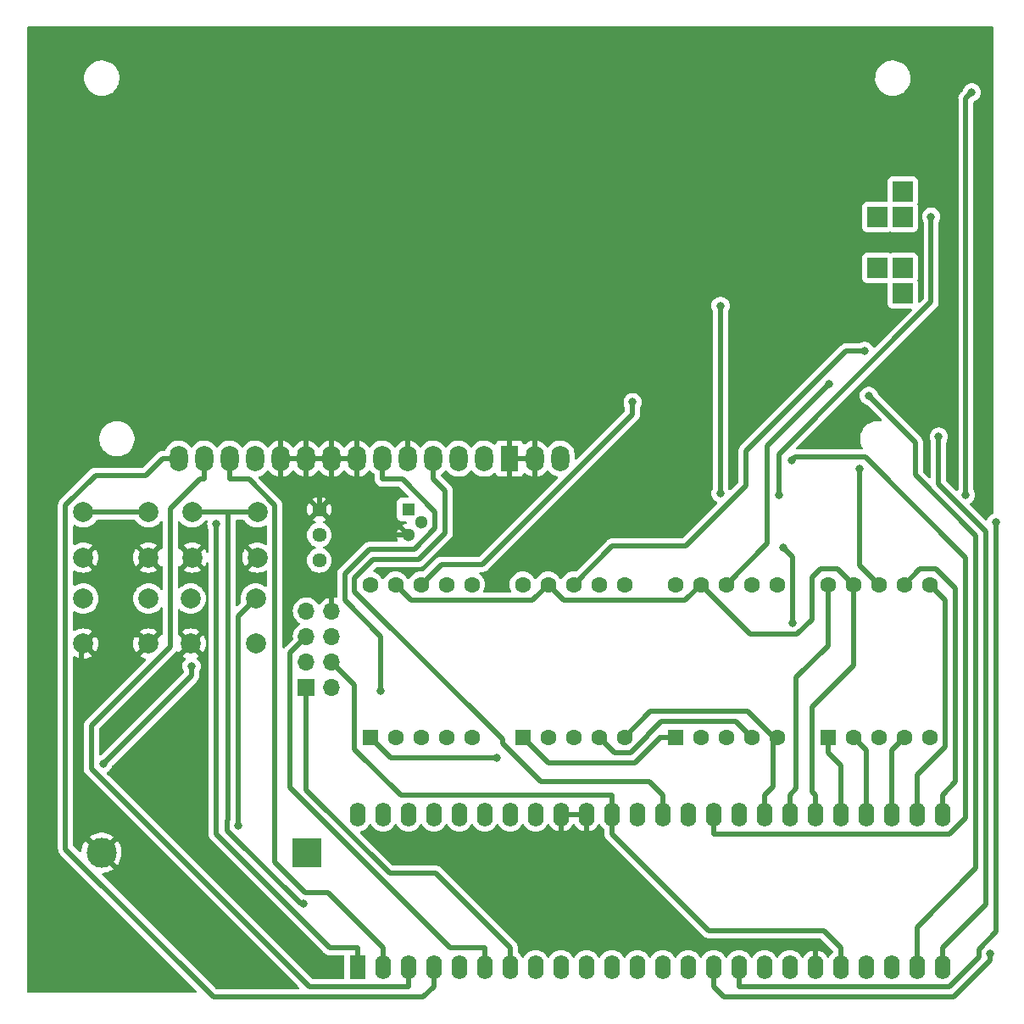
<source format=gbr>
G04 #@! TF.GenerationSoftware,KiCad,Pcbnew,(6.0.8)*
G04 #@! TF.CreationDate,2024-09-05T02:30:57-03:00*
G04 #@! TF.ProjectId,Projeto_01,50726f6a-6574-46f5-9f30-312e6b696361,rev?*
G04 #@! TF.SameCoordinates,Original*
G04 #@! TF.FileFunction,Copper,L2,Bot*
G04 #@! TF.FilePolarity,Positive*
%FSLAX46Y46*%
G04 Gerber Fmt 4.6, Leading zero omitted, Abs format (unit mm)*
G04 Created by KiCad (PCBNEW (6.0.8)) date 2024-09-05 02:30:57*
%MOMM*%
%LPD*%
G01*
G04 APERTURE LIST*
G04 #@! TA.AperFunction,ComponentPad*
%ADD10R,1.300000X1.300000*%
G04 #@! TD*
G04 #@! TA.AperFunction,ComponentPad*
%ADD11C,1.300000*%
G04 #@! TD*
G04 #@! TA.AperFunction,ComponentPad*
%ADD12R,1.600000X2.400000*%
G04 #@! TD*
G04 #@! TA.AperFunction,ComponentPad*
%ADD13O,1.600000X2.400000*%
G04 #@! TD*
G04 #@! TA.AperFunction,ComponentPad*
%ADD14C,1.600000*%
G04 #@! TD*
G04 #@! TA.AperFunction,ComponentPad*
%ADD15R,1.600000X1.600000*%
G04 #@! TD*
G04 #@! TA.AperFunction,ComponentPad*
%ADD16C,2.000000*%
G04 #@! TD*
G04 #@! TA.AperFunction,ComponentPad*
%ADD17C,1.440000*%
G04 #@! TD*
G04 #@! TA.AperFunction,ComponentPad*
%ADD18R,1.700000X1.700000*%
G04 #@! TD*
G04 #@! TA.AperFunction,ComponentPad*
%ADD19O,1.700000X1.700000*%
G04 #@! TD*
G04 #@! TA.AperFunction,ComponentPad*
%ADD20R,1.800000X2.600000*%
G04 #@! TD*
G04 #@! TA.AperFunction,ComponentPad*
%ADD21O,1.800000X2.600000*%
G04 #@! TD*
G04 #@! TA.AperFunction,ComponentPad*
%ADD22R,2.000000X2.000000*%
G04 #@! TD*
G04 #@! TA.AperFunction,ComponentPad*
%ADD23R,3.000000X3.000000*%
G04 #@! TD*
G04 #@! TA.AperFunction,ComponentPad*
%ADD24C,3.000000*%
G04 #@! TD*
G04 #@! TA.AperFunction,ViaPad*
%ADD25C,0.800000*%
G04 #@! TD*
G04 #@! TA.AperFunction,Conductor*
%ADD26C,0.500000*%
G04 #@! TD*
G04 APERTURE END LIST*
D10*
G04 #@! TO.P,U6,1,+VS*
G04 #@! TO.N,+5V*
X207010000Y-83820000D03*
D11*
G04 #@! TO.P,U6,2,Vout*
G04 #@! TO.N,Temperatura*
X208280000Y-85090000D03*
G04 #@! TO.P,U6,3,GND*
G04 #@! TO.N,GND*
X207010000Y-86360000D03*
G04 #@! TD*
D12*
G04 #@! TO.P,U5,1,PB12*
G04 #@! TO.N,D4*
X201940000Y-129520000D03*
D13*
G04 #@! TO.P,U5,2,PB13*
G04 #@! TO.N,D5*
X204480000Y-129520000D03*
G04 #@! TO.P,U5,3,PB14*
G04 #@! TO.N,D6*
X207020000Y-129520000D03*
G04 #@! TO.P,U5,4,PB15*
G04 #@! TO.N,D7*
X209560000Y-129520000D03*
G04 #@! TO.P,U5,5,PA8*
G04 #@! TO.N,Unidade*
X212100000Y-129520000D03*
G04 #@! TO.P,U5,6,PA9*
G04 #@! TO.N,RX*
X214640000Y-129520000D03*
G04 #@! TO.P,U5,7,PA10*
G04 #@! TO.N,TX*
X217180000Y-129520000D03*
G04 #@! TO.P,U5,8,PA11*
G04 #@! TO.N,USB+*
X219720000Y-129520000D03*
G04 #@! TO.P,U5,9,PA12*
G04 #@! TO.N,USB-*
X222260000Y-129520000D03*
G04 #@! TO.P,U5,10,PA15*
G04 #@! TO.N,S0*
X224800000Y-129520000D03*
G04 #@! TO.P,U5,11,PB3*
G04 #@! TO.N,S1*
X227340000Y-129520000D03*
G04 #@! TO.P,U5,12,PB4*
G04 #@! TO.N,S2*
X229880000Y-129520000D03*
G04 #@! TO.P,U5,13,PB5*
G04 #@! TO.N,S3*
X232420000Y-129520000D03*
G04 #@! TO.P,U5,14,PB6*
G04 #@! TO.N,L0*
X234960000Y-129520000D03*
G04 #@! TO.P,U5,15,PB7*
G04 #@! TO.N,L1*
X237500000Y-129520000D03*
G04 #@! TO.P,U5,16,PB8*
G04 #@! TO.N,L2*
X240040000Y-129520000D03*
G04 #@! TO.P,U5,17,PB9*
G04 #@! TO.N,L3*
X242580000Y-129520000D03*
G04 #@! TO.P,U5,18,5V*
G04 #@! TO.N,+5V*
X245120000Y-129520000D03*
G04 #@! TO.P,U5,19,GND*
G04 #@! TO.N,GND*
X247660000Y-129520000D03*
G04 #@! TO.P,U5,20,3V3*
G04 #@! TO.N,3V3*
X250200000Y-129520000D03*
G04 #@! TO.P,U5,21,VBAT*
G04 #@! TO.N,Net-(BT1-Pad1)*
X252740000Y-129520000D03*
G04 #@! TO.P,U5,22,PC13*
G04 #@! TO.N,Keep_Alive*
X255280000Y-129520000D03*
G04 #@! TO.P,U5,23,PC14*
G04 #@! TO.N,Centena*
X257820000Y-129520000D03*
G04 #@! TO.P,U5,24,PC15*
G04 #@! TO.N,Milhar*
X260360000Y-129520000D03*
G04 #@! TO.P,U5,25,PA0*
G04 #@! TO.N,a*
X260360000Y-114280000D03*
G04 #@! TO.P,U5,26,PA1*
G04 #@! TO.N,b*
X257820000Y-114280000D03*
G04 #@! TO.P,U5,27,PA2*
G04 #@! TO.N,c*
X255280000Y-114280000D03*
G04 #@! TO.P,U5,28,PA3*
G04 #@! TO.N,d*
X252740000Y-114280000D03*
G04 #@! TO.P,U5,29,PA4*
G04 #@! TO.N,e*
X250200000Y-114280000D03*
G04 #@! TO.P,U5,30,PA5*
G04 #@! TO.N,f*
X247660000Y-114280000D03*
G04 #@! TO.P,U5,31,PA6*
G04 #@! TO.N,g*
X245120000Y-114280000D03*
G04 #@! TO.P,U5,32,PA7*
G04 #@! TO.N,h*
X242580000Y-114280000D03*
G04 #@! TO.P,U5,33,PB0*
G04 #@! TO.N,Temperatura*
X240040000Y-114280000D03*
G04 #@! TO.P,U5,34,PB1*
G04 #@! TO.N,Dezena*
X237500000Y-114280000D03*
G04 #@! TO.P,U5,35,PB10*
G04 #@! TO.N,Enable*
X234960000Y-114280000D03*
G04 #@! TO.P,U5,36,PB11*
G04 #@! TO.N,RS*
X232420000Y-114280000D03*
G04 #@! TO.P,U5,37,Reset*
G04 #@! TO.N,unconnected-(U5-Pad37)*
X229880000Y-114280000D03*
G04 #@! TO.P,U5,38,3v3*
G04 #@! TO.N,3V3*
X227340000Y-114280000D03*
G04 #@! TO.P,U5,39,GND*
G04 #@! TO.N,GND*
X224800000Y-114280000D03*
G04 #@! TO.P,U5,40,GND*
X222260000Y-114280000D03*
G04 #@! TO.P,U5,41*
G04 #@! TO.N,N/C*
X219720000Y-114280000D03*
G04 #@! TO.P,U5,42*
X217180000Y-114280000D03*
G04 #@! TO.P,U5,43*
X214640000Y-114280000D03*
G04 #@! TO.P,U5,44*
X212100000Y-114280000D03*
G04 #@! TO.P,U5,45*
X209560000Y-114280000D03*
G04 #@! TO.P,U5,46*
X207020000Y-114280000D03*
G04 #@! TO.P,U5,47*
X204480000Y-114280000D03*
G04 #@! TO.P,U5,48*
X201940000Y-114280000D03*
G04 #@! TD*
D14*
G04 #@! TO.P,U4,10,G*
G04 #@! TO.N,g*
X248920000Y-91317500D03*
G04 #@! TO.P,U4,9,F*
G04 #@! TO.N,f*
X251460000Y-91317500D03*
G04 #@! TO.P,U4,8,CC*
G04 #@! TO.N,Net-(Q4-Pad3)*
X254000000Y-91317500D03*
G04 #@! TO.P,U4,7,A*
G04 #@! TO.N,a*
X256540000Y-91317500D03*
G04 #@! TO.P,U4,6,B*
G04 #@! TO.N,b*
X259080000Y-91317500D03*
G04 #@! TO.P,U4,5,DP*
G04 #@! TO.N,h*
X259080000Y-106557500D03*
G04 #@! TO.P,U4,4,C*
G04 #@! TO.N,c*
X256540000Y-106557500D03*
G04 #@! TO.P,U4,3,CC*
G04 #@! TO.N,unconnected-(U4-Pad3)*
X254000000Y-106557500D03*
G04 #@! TO.P,U4,2,D*
G04 #@! TO.N,d*
X251460000Y-106557500D03*
D15*
G04 #@! TO.P,U4,1,E*
G04 #@! TO.N,e*
X248920000Y-106557500D03*
G04 #@! TD*
D14*
G04 #@! TO.P,U3,10,G*
G04 #@! TO.N,g*
X233680000Y-91317500D03*
G04 #@! TO.P,U3,9,F*
G04 #@! TO.N,f*
X236220000Y-91317500D03*
G04 #@! TO.P,U3,8,CC*
G04 #@! TO.N,Net-(Q3-Pad3)*
X238760000Y-91317500D03*
G04 #@! TO.P,U3,7,A*
G04 #@! TO.N,a*
X241300000Y-91317500D03*
G04 #@! TO.P,U3,6,B*
G04 #@! TO.N,b*
X243840000Y-91317500D03*
G04 #@! TO.P,U3,5,DP*
G04 #@! TO.N,h*
X243840000Y-106557500D03*
G04 #@! TO.P,U3,4,C*
G04 #@! TO.N,c*
X241300000Y-106557500D03*
G04 #@! TO.P,U3,3,CC*
G04 #@! TO.N,unconnected-(U3-Pad3)*
X238760000Y-106557500D03*
G04 #@! TO.P,U3,2,D*
G04 #@! TO.N,d*
X236220000Y-106557500D03*
D15*
G04 #@! TO.P,U3,1,E*
G04 #@! TO.N,e*
X233680000Y-106557500D03*
G04 #@! TD*
D14*
G04 #@! TO.P,U2,10,G*
G04 #@! TO.N,g*
X218440000Y-91317500D03*
G04 #@! TO.P,U2,9,F*
G04 #@! TO.N,f*
X220980000Y-91317500D03*
G04 #@! TO.P,U2,8,CC*
G04 #@! TO.N,Net-(Q2-Pad3)*
X223520000Y-91317500D03*
G04 #@! TO.P,U2,7,A*
G04 #@! TO.N,a*
X226060000Y-91317500D03*
G04 #@! TO.P,U2,6,B*
G04 #@! TO.N,b*
X228600000Y-91317500D03*
G04 #@! TO.P,U2,5,DP*
G04 #@! TO.N,h*
X228600000Y-106557500D03*
G04 #@! TO.P,U2,4,C*
G04 #@! TO.N,c*
X226060000Y-106557500D03*
G04 #@! TO.P,U2,3,CC*
G04 #@! TO.N,unconnected-(U2-Pad3)*
X223520000Y-106557500D03*
G04 #@! TO.P,U2,2,D*
G04 #@! TO.N,d*
X220980000Y-106557500D03*
D15*
G04 #@! TO.P,U2,1,E*
G04 #@! TO.N,e*
X218440000Y-106557500D03*
G04 #@! TD*
D14*
G04 #@! TO.P,U1,10,G*
G04 #@! TO.N,g*
X203200000Y-91317500D03*
G04 #@! TO.P,U1,9,F*
G04 #@! TO.N,f*
X205740000Y-91317500D03*
G04 #@! TO.P,U1,8,CC*
G04 #@! TO.N,Net-(Q1-Pad3)*
X208280000Y-91317500D03*
G04 #@! TO.P,U1,7,A*
G04 #@! TO.N,a*
X210820000Y-91317500D03*
G04 #@! TO.P,U1,6,B*
G04 #@! TO.N,b*
X213360000Y-91317500D03*
G04 #@! TO.P,U1,5,DP*
G04 #@! TO.N,h*
X213360000Y-106557500D03*
G04 #@! TO.P,U1,4,C*
G04 #@! TO.N,c*
X210820000Y-106557500D03*
G04 #@! TO.P,U1,3,CC*
G04 #@! TO.N,unconnected-(U1-Pad3)*
X208280000Y-106557500D03*
G04 #@! TO.P,U1,2,D*
G04 #@! TO.N,d*
X205740000Y-106557500D03*
D15*
G04 #@! TO.P,U1,1,E*
G04 #@! TO.N,e*
X203200000Y-106557500D03*
G04 #@! TD*
D16*
G04 #@! TO.P,SW4,1,1*
G04 #@! TO.N,GND*
X185270000Y-97210000D03*
X191770000Y-97210000D03*
G04 #@! TO.P,SW4,2,2*
G04 #@! TO.N,S3*
X191770000Y-92710000D03*
X185270000Y-92710000D03*
G04 #@! TD*
G04 #@! TO.P,SW3,1,1*
G04 #@! TO.N,GND*
X185420000Y-88610000D03*
X191920000Y-88610000D03*
G04 #@! TO.P,SW3,2,2*
G04 #@! TO.N,S2*
X191920000Y-84110000D03*
X185420000Y-84110000D03*
G04 #@! TD*
G04 #@! TO.P,SW2,2,2*
G04 #@! TO.N,S1*
X174550000Y-92710000D03*
X181050000Y-92710000D03*
G04 #@! TO.P,SW2,1,1*
G04 #@! TO.N,GND*
X181050000Y-97210000D03*
X174550000Y-97210000D03*
G04 #@! TD*
G04 #@! TO.P,SW1,2,2*
G04 #@! TO.N,S0*
X174550000Y-84110000D03*
X181050000Y-84110000D03*
G04 #@! TO.P,SW1,1,1*
G04 #@! TO.N,GND*
X181050000Y-88610000D03*
X174550000Y-88610000D03*
G04 #@! TD*
D17*
G04 #@! TO.P,RV1,3,3*
G04 #@! TO.N,+5V*
X198120000Y-88900000D03*
G04 #@! TO.P,RV1,2,2*
G04 #@! TO.N,Net-(DS1-Pad3)*
X198120000Y-86360000D03*
G04 #@! TO.P,RV1,1,1*
G04 #@! TO.N,GND*
X198120000Y-83820000D03*
G04 #@! TD*
D18*
G04 #@! TO.P,J1,1,TX*
G04 #@! TO.N,TX*
X196830000Y-101590000D03*
D19*
G04 #@! TO.P,J1,2,CHPD*
G04 #@! TO.N,CHPD*
X199370000Y-101590000D03*
G04 #@! TO.P,J1,3,RST*
G04 #@! TO.N,unconnected-(J1-Pad3)*
X196830000Y-99050000D03*
G04 #@! TO.P,J1,4,VDD*
G04 #@! TO.N,3V3*
X199370000Y-99050000D03*
G04 #@! TO.P,J1,5,RX*
G04 #@! TO.N,RX*
X196830000Y-96510000D03*
G04 #@! TO.P,J1,6,GPID0*
G04 #@! TO.N,unconnected-(J1-Pad6)*
X199370000Y-96510000D03*
G04 #@! TO.P,J1,7,GPID2*
G04 #@! TO.N,unconnected-(J1-Pad7)*
X196830000Y-93970000D03*
G04 #@! TO.P,J1,8,GND*
G04 #@! TO.N,GND*
X199370000Y-93970000D03*
G04 #@! TD*
D20*
G04 #@! TO.P,DS1,1,VSS*
G04 #@! TO.N,GND*
X217120000Y-78740000D03*
D21*
G04 #@! TO.P,DS1,2,VDD*
G04 #@! TO.N,+5V*
X214580000Y-78740000D03*
G04 #@! TO.P,DS1,3,VO*
G04 #@! TO.N,Net-(DS1-Pad3)*
X212040000Y-78740000D03*
G04 #@! TO.P,DS1,4,RS*
G04 #@! TO.N,RS*
X209500000Y-78740000D03*
G04 #@! TO.P,DS1,5,R/W*
G04 #@! TO.N,GND*
X206960000Y-78740000D03*
G04 #@! TO.P,DS1,6,E*
G04 #@! TO.N,Enable*
X204420000Y-78740000D03*
G04 #@! TO.P,DS1,7,D0*
G04 #@! TO.N,GND*
X201880000Y-78740000D03*
G04 #@! TO.P,DS1,8,D1*
X199340000Y-78740000D03*
G04 #@! TO.P,DS1,9,D2*
X196800000Y-78740000D03*
G04 #@! TO.P,DS1,10,D3*
X194260000Y-78740000D03*
G04 #@! TO.P,DS1,11,D4*
G04 #@! TO.N,D4*
X191720000Y-78740000D03*
G04 #@! TO.P,DS1,12,D5*
G04 #@! TO.N,D5*
X189180000Y-78740000D03*
G04 #@! TO.P,DS1,13,D6*
G04 #@! TO.N,D6*
X186634920Y-78737460D03*
G04 #@! TO.P,DS1,14,D7*
G04 #@! TO.N,D7*
X184100000Y-78740000D03*
G04 #@! TO.P,DS1,15,LED(+)*
G04 #@! TO.N,Net-(D7-Pad1)*
X222200000Y-78740000D03*
G04 #@! TO.P,DS1,16,LED(-)*
G04 #@! TO.N,GND*
X219654920Y-78737460D03*
D22*
G04 #@! TO.P,DS1,A1*
G04 #@! TO.N,N/C*
X253860000Y-54600000D03*
X256400000Y-52060000D03*
X256400000Y-54600000D03*
G04 #@! TO.P,DS1,K1*
X253860000Y-59680000D03*
X256400000Y-62220000D03*
X256400000Y-59680000D03*
G04 #@! TD*
D23*
G04 #@! TO.P,BT1,1,+*
G04 #@! TO.N,Net-(BT1-Pad1)*
X196850000Y-118110000D03*
D24*
G04 #@! TO.P,BT1,2,-*
G04 #@! TO.N,GND*
X176360000Y-118110000D03*
G04 #@! TD*
D25*
G04 #@! TO.N,e*
X215841900Y-108592100D03*
G04 #@! TO.N,S3*
X190041200Y-115381700D03*
G04 #@! TO.N,S2*
X196564400Y-123219400D03*
G04 #@! TO.N,Unidade*
X238192300Y-82213800D03*
X238192300Y-63479500D03*
G04 #@! TO.N,Dezena*
X245328200Y-78894900D03*
G04 #@! TO.N,Centena*
X253009000Y-72459000D03*
G04 #@! TO.N,L3*
X244482400Y-87630600D03*
X245390400Y-95125000D03*
G04 #@! TO.N,L2*
X265700300Y-85090000D03*
G04 #@! TO.N,L1*
X265130100Y-128194000D03*
G04 #@! TO.N,Milhar*
X259984500Y-76548800D03*
G04 #@! TO.N,Net-(Q4-Pad3)*
X252060000Y-79745800D03*
G04 #@! TO.N,Net-(Q3-Pad3)*
X249065300Y-71285100D03*
G04 #@! TO.N,Net-(Q2-Pad3)*
X252582300Y-67970300D03*
G04 #@! TO.N,Net-(Q1-Pad3)*
X229409300Y-73085500D03*
G04 #@! TO.N,D4*
X187827000Y-85274800D03*
G04 #@! TO.N,Enable*
X204273000Y-101923800D03*
G04 #@! TO.N,Net-(D6-Pad2)*
X185355500Y-99467000D03*
X176532300Y-109213700D03*
G04 #@! TO.N,Net-(D4-Pad2)*
X259228600Y-54565400D03*
X244034100Y-82396200D03*
G04 #@! TO.N,Net-(D2-Pad2)*
X263288000Y-42155000D03*
X262699300Y-82370100D03*
G04 #@! TO.N,GND*
X237016600Y-83452800D03*
X256858700Y-56639800D03*
G04 #@! TD*
D26*
G04 #@! TO.N,g*
X245762300Y-111687400D02*
X245120000Y-112329700D01*
X245762300Y-100618600D02*
X245762300Y-111687400D01*
X248920000Y-97460900D02*
X245762300Y-100618600D01*
X248920000Y-91317500D02*
X248920000Y-97460900D01*
X245120000Y-114280000D02*
X245120000Y-112329700D01*
G04 #@! TO.N,f*
X247660000Y-114280000D02*
X247660000Y-112329700D01*
X219429600Y-92867900D02*
X220980000Y-91317500D01*
X207290400Y-92867900D02*
X219429600Y-92867900D01*
X205740000Y-91317500D02*
X207290400Y-92867900D01*
X251460000Y-99389900D02*
X251460000Y-91317500D01*
X247346400Y-103503500D02*
X251460000Y-99389900D01*
X247346400Y-112016100D02*
X247346400Y-103503500D01*
X247660000Y-112329700D02*
X247346400Y-112016100D01*
X222530400Y-92867900D02*
X220980000Y-91317500D01*
X234669600Y-92867900D02*
X222530400Y-92867900D01*
X236220000Y-91317500D02*
X234669600Y-92867900D01*
X249901700Y-89759200D02*
X251460000Y-91317500D01*
X248213600Y-89759200D02*
X249901700Y-89759200D01*
X247355400Y-90617400D02*
X248213600Y-89759200D01*
X247355400Y-94786900D02*
X247355400Y-90617400D01*
X245849500Y-96292800D02*
X247355400Y-94786900D01*
X241195300Y-96292800D02*
X245849500Y-96292800D01*
X236220000Y-91317500D02*
X241195300Y-96292800D01*
G04 #@! TO.N,a*
X260360000Y-114280000D02*
X260360000Y-112329700D01*
X261656300Y-111033400D02*
X260360000Y-112329700D01*
X261656300Y-91697600D02*
X261656300Y-111033400D01*
X259725700Y-89767000D02*
X261656300Y-91697600D01*
X258090500Y-89767000D02*
X259725700Y-89767000D01*
X256540000Y-91317500D02*
X258090500Y-89767000D01*
G04 #@! TO.N,b*
X257820000Y-110315800D02*
X257820000Y-114280000D01*
X260632400Y-107503400D02*
X257820000Y-110315800D01*
X260632400Y-92869900D02*
X260632400Y-107503400D01*
X259080000Y-91317500D02*
X260632400Y-92869900D01*
G04 #@! TO.N,h*
X242580000Y-114280000D02*
X242580000Y-112329700D01*
X243840000Y-106557500D02*
X243402600Y-106557500D01*
X243402600Y-106467500D02*
X243402600Y-106557500D01*
X240906200Y-103971100D02*
X243402600Y-106467500D01*
X231186400Y-103971100D02*
X240906200Y-103971100D01*
X228600000Y-106557500D02*
X231186400Y-103971100D01*
X243402600Y-111507100D02*
X242580000Y-112329700D01*
X243402600Y-106557500D02*
X243402600Y-111507100D01*
G04 #@! TO.N,c*
X239713900Y-104971400D02*
X241300000Y-106557500D01*
X232283500Y-104971400D02*
X239713900Y-104971400D01*
X230943600Y-106311300D02*
X232283500Y-104971400D01*
X230943600Y-106407900D02*
X230943600Y-106311300D01*
X229243700Y-108107800D02*
X230943600Y-106407900D01*
X227610300Y-108107800D02*
X229243700Y-108107800D01*
X226060000Y-106557500D02*
X227610300Y-108107800D01*
X255280000Y-107817500D02*
X255280000Y-114280000D01*
X256540000Y-106557500D02*
X255280000Y-107817500D01*
G04 #@! TO.N,d*
X252740000Y-107837500D02*
X252740000Y-114280000D01*
X251460000Y-106557500D02*
X252740000Y-107837500D01*
G04 #@! TO.N,e*
X232129700Y-106654400D02*
X232129700Y-106557500D01*
X229670300Y-109113800D02*
X232129700Y-106654400D01*
X220996300Y-109113800D02*
X229670300Y-109113800D01*
X218440000Y-106557500D02*
X220996300Y-109113800D01*
X233680000Y-106557500D02*
X232129700Y-106557500D01*
X250200000Y-109387800D02*
X250200000Y-114280000D01*
X248920000Y-108107800D02*
X250200000Y-109387800D01*
X248920000Y-106557500D02*
X248920000Y-108107800D01*
X205234600Y-108592100D02*
X215841900Y-108592100D01*
X203200000Y-106557500D02*
X205234600Y-108592100D01*
G04 #@! TO.N,S3*
X189998800Y-115339300D02*
X190041200Y-115381700D01*
X189998800Y-94481200D02*
X189998800Y-115339300D01*
X191770000Y-92710000D02*
X189998800Y-94481200D01*
G04 #@! TO.N,S2*
X185420000Y-84110000D02*
X188998400Y-84110000D01*
X188998400Y-84110000D02*
X191920000Y-84110000D01*
X196249100Y-123219400D02*
X196564400Y-123219400D01*
X188890900Y-115861200D02*
X196249100Y-123219400D01*
X188890900Y-114905300D02*
X188890900Y-115861200D01*
X188998400Y-114797800D02*
X188890900Y-114905300D01*
X188998400Y-84110000D02*
X188998400Y-114797800D01*
G04 #@! TO.N,S0*
X181050000Y-84110000D02*
X174550000Y-84110000D01*
G04 #@! TO.N,Unidade*
X238192300Y-82213800D02*
X238192300Y-63479500D01*
G04 #@! TO.N,Dezena*
X261074900Y-116230300D02*
X237500000Y-116230300D01*
X262658500Y-114646700D02*
X261074900Y-116230300D01*
X262658500Y-88617100D02*
X262658500Y-114646700D01*
X252627200Y-78585800D02*
X262658500Y-88617100D01*
X245637300Y-78585800D02*
X252627200Y-78585800D01*
X245328200Y-78894900D02*
X245637300Y-78585800D01*
X237500000Y-114280000D02*
X237500000Y-116230300D01*
G04 #@! TO.N,Centena*
X257820000Y-125523000D02*
X257820000Y-129520000D01*
X263699600Y-119643400D02*
X257820000Y-125523000D01*
X263699600Y-86412100D02*
X263699600Y-119643400D01*
X257638900Y-80351400D02*
X263699600Y-86412100D01*
X257638900Y-77088900D02*
X257638900Y-80351400D01*
X253009000Y-72459000D02*
X257638900Y-77088900D01*
G04 #@! TO.N,L3*
X245390400Y-88538600D02*
X245390400Y-95125000D01*
X244482400Y-87630600D02*
X245390400Y-88538600D01*
G04 #@! TO.N,L2*
X240040000Y-129520000D02*
X240040000Y-131470300D01*
X265700300Y-125997100D02*
X265700300Y-85090000D01*
X263979800Y-127717600D02*
X265700300Y-125997100D01*
X263979800Y-128541200D02*
X263979800Y-127717600D01*
X261050700Y-131470300D02*
X263979800Y-128541200D01*
X240040000Y-131470300D02*
X261050700Y-131470300D01*
G04 #@! TO.N,L1*
X238500400Y-132470700D02*
X237500000Y-131470300D01*
X261508700Y-132470700D02*
X238500400Y-132470700D01*
X265130100Y-128849300D02*
X261508700Y-132470700D01*
X265130100Y-128194000D02*
X265130100Y-128849300D01*
X237500000Y-129520000D02*
X237500000Y-131470300D01*
G04 #@! TO.N,Milhar*
X260360000Y-129520000D02*
X260360000Y-127569700D01*
X259984500Y-81282300D02*
X259984500Y-76548800D01*
X264700000Y-85997800D02*
X259984500Y-81282300D01*
X264700000Y-123229700D02*
X264700000Y-85997800D01*
X260360000Y-127569700D02*
X264700000Y-123229700D01*
G04 #@! TO.N,Net-(Q4-Pad3)*
X252060000Y-89377500D02*
X252060000Y-79745800D01*
X254000000Y-91317500D02*
X252060000Y-89377500D01*
G04 #@! TO.N,Net-(Q3-Pad3)*
X242883700Y-87193800D02*
X238760000Y-91317500D01*
X242883700Y-77466700D02*
X242883700Y-87193800D01*
X249065300Y-71285100D02*
X242883700Y-77466700D01*
G04 #@! TO.N,Net-(Q2-Pad3)*
X227371000Y-87466500D02*
X223520000Y-91317500D01*
X234697800Y-87466500D02*
X227371000Y-87466500D01*
X240749800Y-81414500D02*
X234697800Y-87466500D01*
X240749800Y-77973900D02*
X240749800Y-81414500D01*
X250753400Y-67970300D02*
X240749800Y-77973900D01*
X252582300Y-67970300D02*
X250753400Y-67970300D01*
G04 #@! TO.N,Net-(Q1-Pad3)*
X229409300Y-74289700D02*
X229409300Y-73085500D01*
X214416500Y-89282500D02*
X229409300Y-74289700D01*
X210315000Y-89282500D02*
X214416500Y-89282500D01*
X208280000Y-91317500D02*
X210315000Y-89282500D01*
G04 #@! TO.N,RX*
X195206600Y-98133400D02*
X196830000Y-96510000D01*
X195206600Y-111624100D02*
X195206600Y-98133400D01*
X211152200Y-127569700D02*
X195206600Y-111624100D01*
X214640000Y-127569700D02*
X211152200Y-127569700D01*
X214640000Y-129520000D02*
X214640000Y-127569700D01*
G04 #@! TO.N,3V3*
X248498600Y-125868300D02*
X250200000Y-127569700D01*
X236978000Y-125868300D02*
X248498600Y-125868300D01*
X227340000Y-116230300D02*
X236978000Y-125868300D01*
X227340000Y-114280000D02*
X227340000Y-116230300D01*
X250200000Y-129520000D02*
X250200000Y-127569700D01*
X206228700Y-112329700D02*
X227340000Y-112329700D01*
X201649600Y-107750600D02*
X206228700Y-112329700D01*
X201649600Y-101329600D02*
X201649600Y-107750600D01*
X199370000Y-99050000D02*
X201649600Y-101329600D01*
X227340000Y-114280000D02*
X227340000Y-112329700D01*
G04 #@! TO.N,TX*
X217180000Y-129520000D02*
X217180000Y-127569700D01*
X196830000Y-101590000D02*
X196830000Y-103190300D01*
X196830100Y-103190300D02*
X196830000Y-103190300D01*
X196830100Y-111832100D02*
X196830100Y-103190300D01*
X205144700Y-120146700D02*
X196830100Y-111832100D01*
X209757000Y-120146700D02*
X205144700Y-120146700D01*
X217180000Y-127569700D02*
X209757000Y-120146700D01*
G04 #@! TO.N,D7*
X184100000Y-78740000D02*
X182449700Y-78740000D01*
X209560000Y-129520000D02*
X209560000Y-131470300D01*
X208510800Y-132519500D02*
X209560000Y-131470300D01*
X187571100Y-132519500D02*
X208510800Y-132519500D01*
X172778700Y-117727100D02*
X187571100Y-132519500D01*
X172778700Y-83387700D02*
X172778700Y-117727100D01*
X175776100Y-80390300D02*
X172778700Y-83387700D01*
X180799400Y-80390300D02*
X175776100Y-80390300D01*
X182449700Y-78740000D02*
X180799400Y-80390300D01*
G04 #@! TO.N,D6*
X197104600Y-131470300D02*
X207020000Y-131470300D01*
X175351500Y-109717200D02*
X197104600Y-131470300D01*
X175351500Y-105394500D02*
X175351500Y-109717200D01*
X183228800Y-97517200D02*
X175351500Y-105394500D01*
X183228800Y-83734600D02*
X183228800Y-97517200D01*
X186175600Y-80787800D02*
X183228800Y-83734600D01*
X186634900Y-80787800D02*
X186175600Y-80787800D01*
X186634900Y-78737500D02*
X186634900Y-80787800D01*
X207020000Y-129520000D02*
X207020000Y-131470300D01*
G04 #@! TO.N,D5*
X198978600Y-122068300D02*
X204480000Y-127569700D01*
X196692400Y-122068300D02*
X198978600Y-122068300D01*
X193670300Y-119046200D02*
X196692400Y-122068300D01*
X193670300Y-83382000D02*
X193670300Y-119046200D01*
X191078600Y-80790300D02*
X193670300Y-83382000D01*
X189180000Y-80790300D02*
X191078600Y-80790300D01*
X189180000Y-78740000D02*
X189180000Y-80790300D01*
X204480000Y-129520000D02*
X204480000Y-127569700D01*
G04 #@! TO.N,D4*
X201940000Y-129520000D02*
X201940000Y-127569700D01*
X199171800Y-127569700D02*
X201940000Y-127569700D01*
X187827000Y-116224900D02*
X199171800Y-127569700D01*
X187827000Y-85274800D02*
X187827000Y-116224900D01*
G04 #@! TO.N,Enable*
X204420000Y-78740000D02*
X204420000Y-80790300D01*
X204273000Y-96480100D02*
X204273000Y-101923800D01*
X200643100Y-92850200D02*
X204273000Y-96480100D01*
X200643100Y-90263500D02*
X200643100Y-92850200D01*
X203114700Y-87791900D02*
X200643100Y-90263500D01*
X207594200Y-87791900D02*
X203114700Y-87791900D01*
X209684100Y-85702000D02*
X207594200Y-87791900D01*
X209684100Y-84053400D02*
X209684100Y-85702000D01*
X206421000Y-80790300D02*
X209684100Y-84053400D01*
X204420000Y-80790300D02*
X206421000Y-80790300D01*
G04 #@! TO.N,RS*
X231093400Y-111003100D02*
X232420000Y-112329700D01*
X220210200Y-111003100D02*
X231093400Y-111003100D01*
X216395400Y-107188300D02*
X220210200Y-111003100D01*
X216395400Y-106770300D02*
X216395400Y-107188300D01*
X201646600Y-92021500D02*
X216395400Y-106770300D01*
X201646600Y-90676500D02*
X201646600Y-92021500D01*
X203492000Y-88831100D02*
X201646600Y-90676500D01*
X208026800Y-88831100D02*
X203492000Y-88831100D01*
X210702400Y-86155500D02*
X208026800Y-88831100D01*
X210702400Y-81992700D02*
X210702400Y-86155500D01*
X209500000Y-80790300D02*
X210702400Y-81992700D01*
X209500000Y-78740000D02*
X209500000Y-80790300D01*
X232420000Y-114280000D02*
X232420000Y-112329700D01*
G04 #@! TO.N,Net-(D6-Pad2)*
X185355500Y-100390500D02*
X176532300Y-109213700D01*
X185355500Y-99467000D02*
X185355500Y-100390500D01*
G04 #@! TO.N,Net-(D4-Pad2)*
X259228600Y-63082000D02*
X259228600Y-54565400D01*
X244034100Y-78276500D02*
X259228600Y-63082000D01*
X244034100Y-82396200D02*
X244034100Y-78276500D01*
G04 #@! TO.N,Net-(D2-Pad2)*
X262699300Y-42743700D02*
X263288000Y-42155000D01*
X262699300Y-82370100D02*
X262699300Y-42743700D01*
G04 #@! TO.N,GND*
X198120000Y-82010300D02*
X198120000Y-83820000D01*
X199340000Y-80790300D02*
X198120000Y-82010300D01*
X199340000Y-78740000D02*
X199340000Y-80790300D01*
X199370000Y-93970000D02*
X199370000Y-92369700D01*
X236139400Y-127569700D02*
X224800000Y-116230300D01*
X247660000Y-127569700D02*
X236139400Y-127569700D01*
X247660000Y-129520000D02*
X247660000Y-127569700D01*
X224800000Y-114280000D02*
X224800000Y-116230300D01*
X199640500Y-86360000D02*
X207010000Y-86360000D01*
X199640500Y-92099200D02*
X199640500Y-86360000D01*
X199370000Y-92369700D02*
X199640500Y-92099200D01*
X199640500Y-85340500D02*
X198120000Y-83820000D01*
X199640500Y-86360000D02*
X199640500Y-85340500D01*
X222260000Y-114280000D02*
X224800000Y-114280000D01*
X219654900Y-78737500D02*
X219654900Y-76687200D01*
X243338300Y-56639800D02*
X256858700Y-56639800D01*
X229891600Y-70086500D02*
X243338300Y-56639800D01*
X229891600Y-71926200D02*
X229891600Y-70086500D01*
X224415900Y-71926200D02*
X229891600Y-71926200D01*
X219654900Y-76687200D02*
X224415900Y-71926200D01*
X237016600Y-79051200D02*
X237016600Y-83452800D01*
X229891600Y-71926200D02*
X237016600Y-79051200D01*
X174333200Y-97426800D02*
X174550000Y-97210000D01*
X174333200Y-116083200D02*
X174333200Y-97426800D01*
X176360000Y-118110000D02*
X174333200Y-116083200D01*
X179299700Y-90360300D02*
X176300300Y-90360300D01*
X181050000Y-88610000D02*
X179299700Y-90360300D01*
X176300300Y-90360300D02*
X174550000Y-88610000D01*
X176300300Y-96334800D02*
X176300300Y-90360300D01*
X175425200Y-96334800D02*
X176300300Y-96334800D01*
X174550000Y-97210000D02*
X175425200Y-96334800D01*
X180174800Y-96334800D02*
X181050000Y-97210000D01*
X176300300Y-96334800D02*
X180174800Y-96334800D01*
G04 #@! TD*
G04 #@! TA.AperFunction,Conductor*
G04 #@! TO.N,GND*
G36*
X265372121Y-35580002D02*
G01*
X265418614Y-35633658D01*
X265430000Y-35686000D01*
X265430000Y-84134043D01*
X265409998Y-84202164D01*
X265355248Y-84249150D01*
X265249581Y-84296195D01*
X265249574Y-84296199D01*
X265243548Y-84298882D01*
X265089047Y-84411134D01*
X265084626Y-84416044D01*
X265084625Y-84416045D01*
X264995781Y-84514717D01*
X264961260Y-84553056D01*
X264865773Y-84718444D01*
X264863732Y-84724727D01*
X264837972Y-84804005D01*
X264797898Y-84862611D01*
X264732501Y-84890247D01*
X264662544Y-84878140D01*
X264629044Y-84854163D01*
X263132213Y-83357332D01*
X263098187Y-83295020D01*
X263103252Y-83224205D01*
X263145799Y-83167369D01*
X263153198Y-83162488D01*
X263156052Y-83161218D01*
X263161394Y-83157336D01*
X263161397Y-83157335D01*
X263240378Y-83099951D01*
X263310553Y-83048966D01*
X263331750Y-83025424D01*
X263433921Y-82911952D01*
X263433922Y-82911951D01*
X263438340Y-82907044D01*
X263505668Y-82790428D01*
X263530523Y-82747379D01*
X263530524Y-82747378D01*
X263533827Y-82741656D01*
X263592842Y-82560028D01*
X263600195Y-82490073D01*
X263612114Y-82376665D01*
X263612804Y-82370100D01*
X263608830Y-82332288D01*
X263593532Y-82186735D01*
X263593532Y-82186733D01*
X263592842Y-82180172D01*
X263533827Y-81998544D01*
X263509540Y-81956477D01*
X263474681Y-81896101D01*
X263457800Y-81833101D01*
X263457800Y-43149737D01*
X263477802Y-43081616D01*
X263531458Y-43035123D01*
X263557606Y-43026490D01*
X263563827Y-43025168D01*
X263563833Y-43025166D01*
X263570288Y-43023794D01*
X263576319Y-43021109D01*
X263738722Y-42948803D01*
X263738724Y-42948802D01*
X263744752Y-42946118D01*
X263899253Y-42833866D01*
X264027040Y-42691944D01*
X264093836Y-42576251D01*
X264119223Y-42532279D01*
X264119224Y-42532278D01*
X264122527Y-42526556D01*
X264181542Y-42344928D01*
X264190011Y-42264355D01*
X264200814Y-42161565D01*
X264201504Y-42155000D01*
X264181542Y-41965072D01*
X264122527Y-41783444D01*
X264027040Y-41618056D01*
X264006216Y-41594928D01*
X263903675Y-41481045D01*
X263903674Y-41481044D01*
X263899253Y-41476134D01*
X263744752Y-41363882D01*
X263738724Y-41361198D01*
X263738722Y-41361197D01*
X263576319Y-41288891D01*
X263576318Y-41288891D01*
X263570288Y-41286206D01*
X263476888Y-41266353D01*
X263389944Y-41247872D01*
X263389939Y-41247872D01*
X263383487Y-41246500D01*
X263192513Y-41246500D01*
X263186061Y-41247872D01*
X263186056Y-41247872D01*
X263099113Y-41266353D01*
X263005712Y-41286206D01*
X262999682Y-41288891D01*
X262999681Y-41288891D01*
X262837278Y-41361197D01*
X262837276Y-41361198D01*
X262831248Y-41363882D01*
X262676747Y-41476134D01*
X262672326Y-41481044D01*
X262672325Y-41481045D01*
X262569785Y-41594928D01*
X262548960Y-41618056D01*
X262453473Y-41783444D01*
X262431925Y-41849763D01*
X262398613Y-41952285D01*
X262367875Y-42002444D01*
X262210389Y-42159930D01*
X262195977Y-42172316D01*
X262184382Y-42180849D01*
X262184377Y-42180854D01*
X262178482Y-42185192D01*
X262173743Y-42190770D01*
X262173740Y-42190773D01*
X262144265Y-42225468D01*
X262137335Y-42232984D01*
X262131640Y-42238679D01*
X262129360Y-42241561D01*
X262114019Y-42260951D01*
X262111228Y-42264355D01*
X262073466Y-42308804D01*
X262063967Y-42319985D01*
X262060639Y-42326501D01*
X262057272Y-42331550D01*
X262054105Y-42336679D01*
X262049566Y-42342416D01*
X262018645Y-42408575D01*
X262016742Y-42412469D01*
X261983531Y-42477508D01*
X261981792Y-42484616D01*
X261979693Y-42490259D01*
X261977776Y-42496022D01*
X261974678Y-42502650D01*
X261973188Y-42509812D01*
X261973188Y-42509813D01*
X261959814Y-42574112D01*
X261958844Y-42578396D01*
X261941492Y-42649310D01*
X261940800Y-42660464D01*
X261940764Y-42660462D01*
X261940525Y-42664455D01*
X261940151Y-42668647D01*
X261938660Y-42675815D01*
X261938858Y-42683132D01*
X261940754Y-42753221D01*
X261940800Y-42756628D01*
X261940800Y-81833101D01*
X261923917Y-81896104D01*
X261913438Y-81914253D01*
X261862054Y-81963245D01*
X261792340Y-81976679D01*
X261726430Y-81950291D01*
X261715226Y-81940345D01*
X260779905Y-81005024D01*
X260745879Y-80942712D01*
X260743000Y-80915929D01*
X260743000Y-77085799D01*
X260759881Y-77022799D01*
X260775808Y-76995214D01*
X260796608Y-76959187D01*
X260815723Y-76926079D01*
X260815724Y-76926078D01*
X260819027Y-76920356D01*
X260878042Y-76738728D01*
X260898004Y-76548800D01*
X260878042Y-76358872D01*
X260819027Y-76177244D01*
X260723540Y-76011856D01*
X260613207Y-75889318D01*
X260600175Y-75874845D01*
X260600174Y-75874844D01*
X260595753Y-75869934D01*
X260441252Y-75757682D01*
X260435224Y-75754998D01*
X260435222Y-75754997D01*
X260272819Y-75682691D01*
X260272818Y-75682691D01*
X260266788Y-75680006D01*
X260173387Y-75660153D01*
X260086444Y-75641672D01*
X260086439Y-75641672D01*
X260079987Y-75640300D01*
X259889013Y-75640300D01*
X259882561Y-75641672D01*
X259882556Y-75641672D01*
X259795613Y-75660153D01*
X259702212Y-75680006D01*
X259696182Y-75682691D01*
X259696181Y-75682691D01*
X259533778Y-75754997D01*
X259533776Y-75754998D01*
X259527748Y-75757682D01*
X259373247Y-75869934D01*
X259368826Y-75874844D01*
X259368825Y-75874845D01*
X259355794Y-75889318D01*
X259245460Y-76011856D01*
X259149973Y-76177244D01*
X259090958Y-76358872D01*
X259070996Y-76548800D01*
X259090958Y-76738728D01*
X259149973Y-76920356D01*
X259153276Y-76926078D01*
X259153277Y-76926079D01*
X259172392Y-76959187D01*
X259193193Y-76995214D01*
X259209119Y-77022799D01*
X259226000Y-77085799D01*
X259226000Y-80561629D01*
X259205998Y-80629750D01*
X259152342Y-80676243D01*
X259082068Y-80686347D01*
X259017488Y-80656853D01*
X259010905Y-80650724D01*
X258434305Y-80074124D01*
X258400279Y-80011812D01*
X258397400Y-79985029D01*
X258397400Y-77155963D01*
X258398833Y-77137014D01*
X258400997Y-77122786D01*
X258402098Y-77115551D01*
X258400997Y-77102007D01*
X258397815Y-77062891D01*
X258397400Y-77052677D01*
X258397400Y-77044607D01*
X258396978Y-77040987D01*
X258396977Y-77040969D01*
X258394108Y-77016361D01*
X258393675Y-77011986D01*
X258388354Y-76946561D01*
X258388353Y-76946558D01*
X258387760Y-76939263D01*
X258385504Y-76932299D01*
X258384313Y-76926340D01*
X258382929Y-76920485D01*
X258382082Y-76913219D01*
X258357165Y-76844573D01*
X258355748Y-76840445D01*
X258335507Y-76777964D01*
X258335506Y-76777962D01*
X258333251Y-76771001D01*
X258329455Y-76764746D01*
X258326949Y-76759272D01*
X258324230Y-76753842D01*
X258321733Y-76746963D01*
X258281709Y-76685916D01*
X258279372Y-76682212D01*
X258244409Y-76624593D01*
X258244405Y-76624588D01*
X258241495Y-76619792D01*
X258234097Y-76611416D01*
X258234123Y-76611393D01*
X258231474Y-76608403D01*
X258228766Y-76605164D01*
X258224756Y-76599048D01*
X258219449Y-76594021D01*
X258219446Y-76594017D01*
X258168517Y-76545772D01*
X258166075Y-76543394D01*
X253929125Y-72306444D01*
X253898387Y-72256285D01*
X253886400Y-72219391D01*
X253843527Y-72087444D01*
X253748040Y-71922056D01*
X253620253Y-71780134D01*
X253465752Y-71667882D01*
X253459724Y-71665198D01*
X253459722Y-71665197D01*
X253297319Y-71592891D01*
X253297318Y-71592891D01*
X253291288Y-71590206D01*
X253197888Y-71570353D01*
X253110944Y-71551872D01*
X253110939Y-71551872D01*
X253104487Y-71550500D01*
X252913513Y-71550500D01*
X252907061Y-71551872D01*
X252907056Y-71551872D01*
X252820112Y-71570353D01*
X252726712Y-71590206D01*
X252720682Y-71592891D01*
X252720681Y-71592891D01*
X252558278Y-71665197D01*
X252558276Y-71665198D01*
X252552248Y-71667882D01*
X252397747Y-71780134D01*
X252269960Y-71922056D01*
X252174473Y-72087444D01*
X252115458Y-72269072D01*
X252095496Y-72459000D01*
X252096186Y-72465565D01*
X252105510Y-72554274D01*
X252115458Y-72648928D01*
X252174473Y-72830556D01*
X252269960Y-72995944D01*
X252397747Y-73137866D01*
X252552248Y-73250118D01*
X252558276Y-73252802D01*
X252558278Y-73252803D01*
X252609095Y-73275428D01*
X252726712Y-73327794D01*
X252733167Y-73329166D01*
X252733176Y-73329169D01*
X252789772Y-73341199D01*
X252852669Y-73375350D01*
X254261546Y-74784227D01*
X254295572Y-74846539D01*
X254290507Y-74917354D01*
X254247960Y-74974190D01*
X254181440Y-74999001D01*
X254159829Y-74998688D01*
X253989133Y-74981500D01*
X253833646Y-74981500D01*
X253831321Y-74981673D01*
X253831315Y-74981673D01*
X253644000Y-74995593D01*
X253643996Y-74995594D01*
X253639348Y-74995939D01*
X253634800Y-74996968D01*
X253634794Y-74996969D01*
X253448399Y-75039147D01*
X253384423Y-75053623D01*
X253380071Y-75055315D01*
X253380069Y-75055316D01*
X253145176Y-75146660D01*
X253145173Y-75146661D01*
X253140823Y-75148353D01*
X252913902Y-75278049D01*
X252708643Y-75439862D01*
X252529557Y-75630237D01*
X252380576Y-75844991D01*
X252378510Y-75849181D01*
X252378508Y-75849184D01*
X252287670Y-76033387D01*
X252264975Y-76079407D01*
X252185293Y-76328335D01*
X252143279Y-76586307D01*
X252139858Y-76847655D01*
X252175104Y-77106638D01*
X252176412Y-77111124D01*
X252176412Y-77111126D01*
X252196098Y-77178664D01*
X252248243Y-77357567D01*
X252357668Y-77594928D01*
X252380531Y-77629800D01*
X252382115Y-77632216D01*
X252402737Y-77700151D01*
X252383356Y-77768452D01*
X252330127Y-77815432D01*
X252276742Y-77827300D01*
X245860171Y-77827300D01*
X245792050Y-77807298D01*
X245745557Y-77753642D01*
X245735453Y-77683368D01*
X245764947Y-77618788D01*
X245771076Y-77612205D01*
X259717511Y-63665770D01*
X259731923Y-63653384D01*
X259743518Y-63644851D01*
X259743523Y-63644846D01*
X259749418Y-63640508D01*
X259754157Y-63634930D01*
X259754160Y-63634927D01*
X259783635Y-63600232D01*
X259790565Y-63592716D01*
X259796260Y-63587021D01*
X259813881Y-63564749D01*
X259816672Y-63561345D01*
X259859191Y-63511297D01*
X259859192Y-63511295D01*
X259863933Y-63505715D01*
X259867261Y-63499199D01*
X259870628Y-63494150D01*
X259873795Y-63489021D01*
X259878334Y-63483284D01*
X259909255Y-63417125D01*
X259911161Y-63413225D01*
X259944369Y-63348192D01*
X259946108Y-63341084D01*
X259948207Y-63335441D01*
X259950124Y-63329678D01*
X259953222Y-63323050D01*
X259968087Y-63251583D01*
X259969057Y-63247299D01*
X259985073Y-63181845D01*
X259986408Y-63176390D01*
X259987100Y-63165236D01*
X259987136Y-63165238D01*
X259987375Y-63161245D01*
X259987749Y-63157053D01*
X259989240Y-63149885D01*
X259987146Y-63072479D01*
X259987100Y-63069072D01*
X259987100Y-55102399D01*
X260003981Y-55039399D01*
X260059823Y-54942679D01*
X260059824Y-54942678D01*
X260063127Y-54936956D01*
X260122142Y-54755328D01*
X260142104Y-54565400D01*
X260122142Y-54375472D01*
X260063127Y-54193844D01*
X259967640Y-54028456D01*
X259839853Y-53886534D01*
X259685352Y-53774282D01*
X259679324Y-53771598D01*
X259679322Y-53771597D01*
X259516919Y-53699291D01*
X259516918Y-53699291D01*
X259510888Y-53696606D01*
X259417488Y-53676753D01*
X259330544Y-53658272D01*
X259330539Y-53658272D01*
X259324087Y-53656900D01*
X259133113Y-53656900D01*
X259126661Y-53658272D01*
X259126656Y-53658272D01*
X259039712Y-53676753D01*
X258946312Y-53696606D01*
X258940282Y-53699291D01*
X258940281Y-53699291D01*
X258777878Y-53771597D01*
X258777876Y-53771598D01*
X258771848Y-53774282D01*
X258617347Y-53886534D01*
X258489560Y-54028456D01*
X258394073Y-54193844D01*
X258335058Y-54375472D01*
X258315096Y-54565400D01*
X258335058Y-54755328D01*
X258394073Y-54936956D01*
X258397376Y-54942678D01*
X258397377Y-54942679D01*
X258453219Y-55039399D01*
X258470100Y-55102399D01*
X258470100Y-62715629D01*
X258450098Y-62783750D01*
X258433195Y-62804724D01*
X258123595Y-63114324D01*
X258061283Y-63148350D01*
X257990468Y-63143285D01*
X257933632Y-63100738D01*
X257908821Y-63034218D01*
X257908500Y-63025229D01*
X257908500Y-61171866D01*
X257901745Y-61109684D01*
X257858463Y-60994229D01*
X257853280Y-60923423D01*
X257858463Y-60905770D01*
X257898971Y-60797715D01*
X257901745Y-60790316D01*
X257908500Y-60728134D01*
X257908500Y-58631866D01*
X257901745Y-58569684D01*
X257850615Y-58433295D01*
X257763261Y-58316739D01*
X257646705Y-58229385D01*
X257510316Y-58178255D01*
X257448134Y-58171500D01*
X255351866Y-58171500D01*
X255289684Y-58178255D01*
X255174229Y-58221537D01*
X255103423Y-58226720D01*
X255085772Y-58221538D01*
X254970316Y-58178255D01*
X254908134Y-58171500D01*
X252811866Y-58171500D01*
X252749684Y-58178255D01*
X252613295Y-58229385D01*
X252496739Y-58316739D01*
X252409385Y-58433295D01*
X252358255Y-58569684D01*
X252351500Y-58631866D01*
X252351500Y-60728134D01*
X252358255Y-60790316D01*
X252409385Y-60926705D01*
X252496739Y-61043261D01*
X252613295Y-61130615D01*
X252749684Y-61181745D01*
X252811866Y-61188500D01*
X254765500Y-61188500D01*
X254833621Y-61208502D01*
X254880114Y-61262158D01*
X254891500Y-61314500D01*
X254891500Y-63268134D01*
X254898255Y-63330316D01*
X254949385Y-63466705D01*
X255036739Y-63583261D01*
X255153295Y-63670615D01*
X255289684Y-63721745D01*
X255351866Y-63728500D01*
X257205229Y-63728500D01*
X257273350Y-63748502D01*
X257319843Y-63802158D01*
X257329947Y-63872432D01*
X257300453Y-63937012D01*
X257294324Y-63943595D01*
X253614323Y-67623596D01*
X253552011Y-67657622D01*
X253481196Y-67652557D01*
X253424360Y-67610010D01*
X253416109Y-67597501D01*
X253326272Y-67441898D01*
X253321340Y-67433356D01*
X253282083Y-67389756D01*
X253197975Y-67296345D01*
X253197974Y-67296344D01*
X253193553Y-67291434D01*
X253083947Y-67211800D01*
X253044394Y-67183063D01*
X253044393Y-67183062D01*
X253039052Y-67179182D01*
X253033024Y-67176498D01*
X253033022Y-67176497D01*
X252870619Y-67104191D01*
X252870618Y-67104191D01*
X252864588Y-67101506D01*
X252771188Y-67081653D01*
X252684244Y-67063172D01*
X252684239Y-67063172D01*
X252677787Y-67061800D01*
X252486813Y-67061800D01*
X252480361Y-67063172D01*
X252480356Y-67063172D01*
X252393413Y-67081653D01*
X252300012Y-67101506D01*
X252293982Y-67104191D01*
X252293981Y-67104191D01*
X252131578Y-67176497D01*
X252131576Y-67176498D01*
X252125548Y-67179182D01*
X252120209Y-67183061D01*
X252120202Y-67183065D01*
X252113772Y-67187737D01*
X252039713Y-67211800D01*
X250820470Y-67211800D01*
X250801520Y-67210367D01*
X250787285Y-67208201D01*
X250787281Y-67208201D01*
X250780051Y-67207101D01*
X250772759Y-67207694D01*
X250772756Y-67207694D01*
X250727382Y-67211385D01*
X250717167Y-67211800D01*
X250709107Y-67211800D01*
X250705473Y-67212224D01*
X250705467Y-67212224D01*
X250692442Y-67213743D01*
X250680880Y-67215091D01*
X250676532Y-67215521D01*
X250603764Y-67221440D01*
X250596803Y-67223695D01*
X250590863Y-67224882D01*
X250584988Y-67226271D01*
X250577719Y-67227118D01*
X250509070Y-67252036D01*
X250504942Y-67253453D01*
X250442464Y-67273693D01*
X250442462Y-67273694D01*
X250435501Y-67275949D01*
X250429246Y-67279745D01*
X250423772Y-67282251D01*
X250418342Y-67284970D01*
X250411463Y-67287467D01*
X250405343Y-67291480D01*
X250405342Y-67291480D01*
X250350424Y-67327486D01*
X250346720Y-67329823D01*
X250284293Y-67367705D01*
X250275916Y-67375103D01*
X250275892Y-67375076D01*
X250272900Y-67377729D01*
X250269667Y-67380432D01*
X250263548Y-67384444D01*
X250258516Y-67389756D01*
X250210272Y-67440683D01*
X250207894Y-67443125D01*
X240260889Y-77390130D01*
X240246477Y-77402516D01*
X240234882Y-77411049D01*
X240234877Y-77411054D01*
X240228982Y-77415392D01*
X240224243Y-77420970D01*
X240224240Y-77420973D01*
X240194765Y-77455668D01*
X240187835Y-77463184D01*
X240182140Y-77468879D01*
X240179860Y-77471761D01*
X240164519Y-77491151D01*
X240161728Y-77494555D01*
X240122373Y-77540879D01*
X240114467Y-77550185D01*
X240111139Y-77556701D01*
X240107772Y-77561750D01*
X240104605Y-77566879D01*
X240100066Y-77572616D01*
X240069145Y-77638775D01*
X240067242Y-77642669D01*
X240034031Y-77707708D01*
X240032292Y-77714816D01*
X240030193Y-77720459D01*
X240028276Y-77726222D01*
X240025178Y-77732850D01*
X240023688Y-77740012D01*
X240023688Y-77740013D01*
X240010314Y-77804312D01*
X240009344Y-77808596D01*
X239991992Y-77879510D01*
X239991300Y-77890664D01*
X239991264Y-77890662D01*
X239991025Y-77894655D01*
X239990651Y-77898847D01*
X239989160Y-77906015D01*
X239989358Y-77913332D01*
X239991254Y-77983421D01*
X239991300Y-77986828D01*
X239991300Y-81048129D01*
X239971298Y-81116250D01*
X239954395Y-81137224D01*
X239224396Y-81867223D01*
X239162084Y-81901249D01*
X239091269Y-81896184D01*
X239034433Y-81853637D01*
X239026187Y-81841136D01*
X238967681Y-81739800D01*
X238950800Y-81676801D01*
X238950800Y-64016499D01*
X238967681Y-63953499D01*
X239023523Y-63856779D01*
X239023524Y-63856778D01*
X239026827Y-63851056D01*
X239085842Y-63669428D01*
X239094899Y-63583261D01*
X239105114Y-63486065D01*
X239105804Y-63479500D01*
X239090663Y-63335441D01*
X239086532Y-63296135D01*
X239086532Y-63296133D01*
X239085842Y-63289572D01*
X239026827Y-63107944D01*
X238931340Y-62942556D01*
X238803553Y-62800634D01*
X238649052Y-62688382D01*
X238643024Y-62685698D01*
X238643022Y-62685697D01*
X238480619Y-62613391D01*
X238480618Y-62613391D01*
X238474588Y-62610706D01*
X238381188Y-62590853D01*
X238294244Y-62572372D01*
X238294239Y-62572372D01*
X238287787Y-62571000D01*
X238096813Y-62571000D01*
X238090361Y-62572372D01*
X238090356Y-62572372D01*
X238003412Y-62590853D01*
X237910012Y-62610706D01*
X237903982Y-62613391D01*
X237903981Y-62613391D01*
X237741578Y-62685697D01*
X237741576Y-62685698D01*
X237735548Y-62688382D01*
X237581047Y-62800634D01*
X237453260Y-62942556D01*
X237357773Y-63107944D01*
X237298758Y-63289572D01*
X237298068Y-63296133D01*
X237298068Y-63296135D01*
X237293937Y-63335441D01*
X237278796Y-63479500D01*
X237279486Y-63486065D01*
X237289702Y-63583261D01*
X237298758Y-63669428D01*
X237357773Y-63851056D01*
X237361076Y-63856778D01*
X237361077Y-63856779D01*
X237416919Y-63953499D01*
X237433800Y-64016499D01*
X237433800Y-81676801D01*
X237416919Y-81739800D01*
X237357773Y-81842244D01*
X237298758Y-82023872D01*
X237298068Y-82030433D01*
X237298068Y-82030435D01*
X237282990Y-82173894D01*
X237278796Y-82213800D01*
X237279486Y-82220365D01*
X237295914Y-82376665D01*
X237298758Y-82403728D01*
X237357773Y-82585356D01*
X237453260Y-82750744D01*
X237457678Y-82755651D01*
X237457679Y-82755652D01*
X237566927Y-82876984D01*
X237581047Y-82892666D01*
X237615494Y-82917693D01*
X237695127Y-82975550D01*
X237735548Y-83004918D01*
X237741576Y-83007602D01*
X237741578Y-83007603D01*
X237811041Y-83038530D01*
X237865137Y-83084511D01*
X237885786Y-83152438D01*
X237866433Y-83220746D01*
X237848887Y-83242732D01*
X234420524Y-86671095D01*
X234358212Y-86705121D01*
X234331429Y-86708000D01*
X227438063Y-86708000D01*
X227419114Y-86706567D01*
X227418907Y-86706536D01*
X227397651Y-86703302D01*
X227390359Y-86703895D01*
X227390356Y-86703895D01*
X227344991Y-86707585D01*
X227334777Y-86708000D01*
X227326707Y-86708000D01*
X227323087Y-86708422D01*
X227323069Y-86708423D01*
X227298461Y-86711292D01*
X227294100Y-86711724D01*
X227268981Y-86713767D01*
X227228661Y-86717046D01*
X227228658Y-86717047D01*
X227221363Y-86717640D01*
X227214399Y-86719896D01*
X227208440Y-86721087D01*
X227202585Y-86722471D01*
X227195319Y-86723318D01*
X227126673Y-86748235D01*
X227122545Y-86749652D01*
X227060064Y-86769893D01*
X227060062Y-86769894D01*
X227053101Y-86772149D01*
X227046846Y-86775945D01*
X227041372Y-86778451D01*
X227035942Y-86781170D01*
X227029063Y-86783667D01*
X226968016Y-86823691D01*
X226964327Y-86826018D01*
X226962003Y-86827429D01*
X226906693Y-86860991D01*
X226906688Y-86860995D01*
X226901892Y-86863905D01*
X226893516Y-86871303D01*
X226893493Y-86871277D01*
X226890503Y-86873926D01*
X226887264Y-86876634D01*
X226881148Y-86880644D01*
X226876121Y-86885951D01*
X226876117Y-86885954D01*
X226827872Y-86936883D01*
X226825494Y-86939325D01*
X223782990Y-89981829D01*
X223720678Y-90015855D01*
X223682913Y-90018255D01*
X223525475Y-90004481D01*
X223520000Y-90004002D01*
X223291913Y-90023957D01*
X223286600Y-90025381D01*
X223286598Y-90025381D01*
X223076067Y-90081793D01*
X223076065Y-90081794D01*
X223070757Y-90083216D01*
X223065776Y-90085539D01*
X223065775Y-90085539D01*
X222868238Y-90177651D01*
X222868233Y-90177654D01*
X222863251Y-90179977D01*
X222802178Y-90222741D01*
X222680211Y-90308143D01*
X222680208Y-90308145D01*
X222675700Y-90311302D01*
X222513802Y-90473200D01*
X222510645Y-90477708D01*
X222510643Y-90477711D01*
X222455902Y-90555889D01*
X222382477Y-90660751D01*
X222380154Y-90665733D01*
X222380151Y-90665738D01*
X222364195Y-90699957D01*
X222317278Y-90753242D01*
X222249001Y-90772703D01*
X222181041Y-90752161D01*
X222135805Y-90699957D01*
X222119849Y-90665738D01*
X222119846Y-90665733D01*
X222117523Y-90660751D01*
X222044098Y-90555889D01*
X221989357Y-90477711D01*
X221989355Y-90477708D01*
X221986198Y-90473200D01*
X221824300Y-90311302D01*
X221819792Y-90308145D01*
X221819789Y-90308143D01*
X221697822Y-90222741D01*
X221636749Y-90179977D01*
X221631767Y-90177654D01*
X221631762Y-90177651D01*
X221434225Y-90085539D01*
X221434224Y-90085539D01*
X221429243Y-90083216D01*
X221423935Y-90081794D01*
X221423933Y-90081793D01*
X221213402Y-90025381D01*
X221213400Y-90025381D01*
X221208087Y-90023957D01*
X220980000Y-90004002D01*
X220751913Y-90023957D01*
X220746600Y-90025381D01*
X220746598Y-90025381D01*
X220536067Y-90081793D01*
X220536065Y-90081794D01*
X220530757Y-90083216D01*
X220525776Y-90085539D01*
X220525775Y-90085539D01*
X220328238Y-90177651D01*
X220328233Y-90177654D01*
X220323251Y-90179977D01*
X220262178Y-90222741D01*
X220140211Y-90308143D01*
X220140208Y-90308145D01*
X220135700Y-90311302D01*
X219973802Y-90473200D01*
X219970645Y-90477708D01*
X219970643Y-90477711D01*
X219915902Y-90555889D01*
X219842477Y-90660751D01*
X219840154Y-90665733D01*
X219840151Y-90665738D01*
X219824195Y-90699957D01*
X219777278Y-90753242D01*
X219709001Y-90772703D01*
X219641041Y-90752161D01*
X219595805Y-90699957D01*
X219579849Y-90665738D01*
X219579846Y-90665733D01*
X219577523Y-90660751D01*
X219504098Y-90555889D01*
X219449357Y-90477711D01*
X219449355Y-90477708D01*
X219446198Y-90473200D01*
X219284300Y-90311302D01*
X219279792Y-90308145D01*
X219279789Y-90308143D01*
X219157822Y-90222741D01*
X219096749Y-90179977D01*
X219091767Y-90177654D01*
X219091762Y-90177651D01*
X218894225Y-90085539D01*
X218894224Y-90085539D01*
X218889243Y-90083216D01*
X218883935Y-90081794D01*
X218883933Y-90081793D01*
X218673402Y-90025381D01*
X218673400Y-90025381D01*
X218668087Y-90023957D01*
X218440000Y-90004002D01*
X218211913Y-90023957D01*
X218206600Y-90025381D01*
X218206598Y-90025381D01*
X217996067Y-90081793D01*
X217996065Y-90081794D01*
X217990757Y-90083216D01*
X217985776Y-90085539D01*
X217985775Y-90085539D01*
X217788238Y-90177651D01*
X217788233Y-90177654D01*
X217783251Y-90179977D01*
X217722178Y-90222741D01*
X217600211Y-90308143D01*
X217600208Y-90308145D01*
X217595700Y-90311302D01*
X217433802Y-90473200D01*
X217430645Y-90477708D01*
X217430643Y-90477711D01*
X217375902Y-90555889D01*
X217302477Y-90660751D01*
X217300154Y-90665733D01*
X217300151Y-90665738D01*
X217284195Y-90699957D01*
X217205716Y-90868257D01*
X217146457Y-91089413D01*
X217126502Y-91317500D01*
X217146457Y-91545587D01*
X217205716Y-91766743D01*
X217208039Y-91771725D01*
X217208041Y-91771730D01*
X217281913Y-91930151D01*
X217292574Y-92000342D01*
X217263594Y-92065155D01*
X217204174Y-92104011D01*
X217167718Y-92109400D01*
X214632282Y-92109400D01*
X214564161Y-92089398D01*
X214517668Y-92035742D01*
X214507564Y-91965468D01*
X214518087Y-91930151D01*
X214591959Y-91771730D01*
X214591961Y-91771725D01*
X214594284Y-91766743D01*
X214653543Y-91545587D01*
X214673498Y-91317500D01*
X214653543Y-91089413D01*
X214594284Y-90868257D01*
X214515805Y-90699957D01*
X214499849Y-90665738D01*
X214499846Y-90665733D01*
X214497523Y-90660751D01*
X214424098Y-90555889D01*
X214369357Y-90477711D01*
X214369355Y-90477708D01*
X214366198Y-90473200D01*
X214204300Y-90311302D01*
X214199792Y-90308145D01*
X214199789Y-90308143D01*
X214145619Y-90270213D01*
X214101291Y-90214756D01*
X214093982Y-90144136D01*
X214126013Y-90080776D01*
X214187214Y-90044791D01*
X214217890Y-90041000D01*
X214349430Y-90041000D01*
X214368380Y-90042433D01*
X214382615Y-90044599D01*
X214382619Y-90044599D01*
X214389849Y-90045699D01*
X214397141Y-90045106D01*
X214397144Y-90045106D01*
X214442518Y-90041415D01*
X214452733Y-90041000D01*
X214460793Y-90041000D01*
X214474083Y-90039451D01*
X214489007Y-90037711D01*
X214493382Y-90037278D01*
X214558839Y-90031954D01*
X214558842Y-90031953D01*
X214566137Y-90031360D01*
X214573101Y-90029104D01*
X214579060Y-90027913D01*
X214584915Y-90026529D01*
X214592181Y-90025682D01*
X214660827Y-90000765D01*
X214664955Y-89999348D01*
X214727436Y-89979107D01*
X214727438Y-89979106D01*
X214734399Y-89976851D01*
X214740654Y-89973055D01*
X214746128Y-89970549D01*
X214751558Y-89967830D01*
X214758437Y-89965333D01*
X214787984Y-89945961D01*
X214819476Y-89925314D01*
X214823180Y-89922977D01*
X214885607Y-89885095D01*
X214893984Y-89877697D01*
X214894008Y-89877724D01*
X214897000Y-89875071D01*
X214900233Y-89872368D01*
X214906352Y-89868356D01*
X214959628Y-89812117D01*
X214962006Y-89809675D01*
X229898211Y-74873470D01*
X229912623Y-74861084D01*
X229924218Y-74852551D01*
X229924223Y-74852546D01*
X229930118Y-74848208D01*
X229934857Y-74842630D01*
X229934860Y-74842627D01*
X229964335Y-74807932D01*
X229971265Y-74800416D01*
X229976960Y-74794721D01*
X229994581Y-74772449D01*
X229997372Y-74769045D01*
X230039891Y-74718997D01*
X230039892Y-74718995D01*
X230044633Y-74713415D01*
X230047961Y-74706899D01*
X230051328Y-74701850D01*
X230054495Y-74696721D01*
X230059034Y-74690984D01*
X230089955Y-74624825D01*
X230091861Y-74620925D01*
X230125069Y-74555892D01*
X230126808Y-74548784D01*
X230128907Y-74543141D01*
X230130824Y-74537378D01*
X230133922Y-74530750D01*
X230148787Y-74459283D01*
X230149757Y-74454999D01*
X230165773Y-74389545D01*
X230167108Y-74384090D01*
X230167800Y-74372936D01*
X230167836Y-74372938D01*
X230168075Y-74368945D01*
X230168449Y-74364753D01*
X230169940Y-74357585D01*
X230167846Y-74280179D01*
X230167800Y-74276772D01*
X230167800Y-73622499D01*
X230184681Y-73559499D01*
X230240523Y-73462779D01*
X230240524Y-73462778D01*
X230243827Y-73457056D01*
X230302842Y-73275428D01*
X230322804Y-73085500D01*
X230313391Y-72995944D01*
X230303532Y-72902135D01*
X230303532Y-72902133D01*
X230302842Y-72895572D01*
X230243827Y-72713944D01*
X230148340Y-72548556D01*
X230020553Y-72406634D01*
X229866052Y-72294382D01*
X229860024Y-72291698D01*
X229860022Y-72291697D01*
X229697619Y-72219391D01*
X229697618Y-72219391D01*
X229691588Y-72216706D01*
X229598188Y-72196853D01*
X229511244Y-72178372D01*
X229511239Y-72178372D01*
X229504787Y-72177000D01*
X229313813Y-72177000D01*
X229307361Y-72178372D01*
X229307356Y-72178372D01*
X229220412Y-72196853D01*
X229127012Y-72216706D01*
X229120982Y-72219391D01*
X229120981Y-72219391D01*
X228958578Y-72291697D01*
X228958576Y-72291698D01*
X228952548Y-72294382D01*
X228798047Y-72406634D01*
X228670260Y-72548556D01*
X228574773Y-72713944D01*
X228515758Y-72895572D01*
X228515068Y-72902133D01*
X228515068Y-72902135D01*
X228505209Y-72995944D01*
X228495796Y-73085500D01*
X228515758Y-73275428D01*
X228574773Y-73457056D01*
X228578076Y-73462778D01*
X228578077Y-73462779D01*
X228633919Y-73559499D01*
X228650800Y-73622499D01*
X228650800Y-73923329D01*
X228630798Y-73991450D01*
X228613895Y-74012424D01*
X223823595Y-78802724D01*
X223761283Y-78836750D01*
X223690468Y-78831685D01*
X223633632Y-78789138D01*
X223608821Y-78722618D01*
X223608500Y-78713629D01*
X223608500Y-78279988D01*
X223593383Y-78101825D01*
X223580436Y-78051943D01*
X223534673Y-77875625D01*
X223534671Y-77875620D01*
X223533332Y-77870460D01*
X223505915Y-77809596D01*
X223437347Y-77657381D01*
X223437346Y-77657378D01*
X223435157Y-77652520D01*
X223301666Y-77454238D01*
X223136674Y-77281282D01*
X222944900Y-77138598D01*
X222940149Y-77136182D01*
X222940145Y-77136180D01*
X222736586Y-77032686D01*
X222736585Y-77032686D01*
X222731828Y-77030267D01*
X222595684Y-76987993D01*
X222508651Y-76960968D01*
X222508645Y-76960967D01*
X222503548Y-76959384D01*
X222368776Y-76941521D01*
X222271873Y-76928677D01*
X222271869Y-76928677D01*
X222266589Y-76927977D01*
X222261260Y-76928177D01*
X222261259Y-76928177D01*
X222163491Y-76931848D01*
X222027726Y-76936945D01*
X221981897Y-76946561D01*
X221799016Y-76984933D01*
X221799013Y-76984934D01*
X221793789Y-76986030D01*
X221571467Y-77073829D01*
X221367117Y-77197832D01*
X221363087Y-77201329D01*
X221202798Y-77340421D01*
X221186581Y-77354493D01*
X221183198Y-77358619D01*
X221183194Y-77358623D01*
X221090427Y-77471761D01*
X221035022Y-77539333D01*
X221032381Y-77543972D01*
X221029360Y-77548368D01*
X221027322Y-77546967D01*
X220983723Y-77589096D01*
X220914100Y-77602996D01*
X220848015Y-77577049D01*
X220820722Y-77547857D01*
X220759173Y-77456436D01*
X220752514Y-77448153D01*
X220594949Y-77282982D01*
X220586978Y-77275930D01*
X220403838Y-77139670D01*
X220394801Y-77134066D01*
X220191314Y-77030609D01*
X220181461Y-77026608D01*
X219963459Y-76958916D01*
X219953072Y-76956632D01*
X219926877Y-76953160D01*
X219912713Y-76955356D01*
X219908920Y-76968541D01*
X219908920Y-80504742D01*
X219912893Y-80518273D01*
X219923500Y-80519798D01*
X220055760Y-80492047D01*
X220065957Y-80488987D01*
X220278260Y-80405145D01*
X220287796Y-80400411D01*
X220482945Y-80281992D01*
X220491538Y-80275726D01*
X220663947Y-80126118D01*
X220671367Y-80118488D01*
X220816100Y-79941972D01*
X220825147Y-79928809D01*
X220827272Y-79930269D01*
X220870593Y-79888395D01*
X220940214Y-79874485D01*
X221006303Y-79900422D01*
X221033611Y-79929626D01*
X221069253Y-79982566D01*
X221098334Y-80025762D01*
X221102013Y-80029619D01*
X221102015Y-80029621D01*
X221104094Y-80031800D01*
X221263326Y-80198718D01*
X221267603Y-80201901D01*
X221267604Y-80201901D01*
X221291660Y-80219799D01*
X221455100Y-80341402D01*
X221459851Y-80343818D01*
X221459855Y-80343820D01*
X221663414Y-80447314D01*
X221668172Y-80449733D01*
X221856848Y-80508319D01*
X221915969Y-80547619D01*
X221944460Y-80612649D01*
X221933270Y-80682758D01*
X221908575Y-80717744D01*
X214139224Y-88487095D01*
X214076912Y-88521121D01*
X214050129Y-88524000D01*
X210382070Y-88524000D01*
X210363120Y-88522567D01*
X210348885Y-88520401D01*
X210348881Y-88520401D01*
X210341651Y-88519301D01*
X210334359Y-88519894D01*
X210334356Y-88519894D01*
X210288982Y-88523585D01*
X210278767Y-88524000D01*
X210270707Y-88524000D01*
X210267073Y-88524424D01*
X210267067Y-88524424D01*
X210254042Y-88525943D01*
X210242480Y-88527291D01*
X210238132Y-88527721D01*
X210216059Y-88529516D01*
X210172662Y-88533046D01*
X210172659Y-88533047D01*
X210165364Y-88533640D01*
X210158400Y-88535896D01*
X210152461Y-88537083D01*
X210146590Y-88538470D01*
X210139319Y-88539318D01*
X210132443Y-88541814D01*
X210132434Y-88541816D01*
X210070702Y-88564225D01*
X210066598Y-88565635D01*
X209997101Y-88588148D01*
X209990846Y-88591944D01*
X209985387Y-88594443D01*
X209979939Y-88597171D01*
X209973063Y-88599667D01*
X209912010Y-88639695D01*
X209908337Y-88642013D01*
X209845893Y-88679905D01*
X209837517Y-88687302D01*
X209837493Y-88687275D01*
X209834499Y-88689930D01*
X209831268Y-88692632D01*
X209825148Y-88696644D01*
X209820116Y-88701956D01*
X209771872Y-88752883D01*
X209769494Y-88755325D01*
X208542990Y-89981829D01*
X208480678Y-90015855D01*
X208442913Y-90018255D01*
X208285475Y-90004481D01*
X208280000Y-90004002D01*
X208051913Y-90023957D01*
X208046600Y-90025381D01*
X208046598Y-90025381D01*
X207836067Y-90081793D01*
X207836065Y-90081794D01*
X207830757Y-90083216D01*
X207825776Y-90085539D01*
X207825775Y-90085539D01*
X207628238Y-90177651D01*
X207628233Y-90177654D01*
X207623251Y-90179977D01*
X207562178Y-90222741D01*
X207440211Y-90308143D01*
X207440208Y-90308145D01*
X207435700Y-90311302D01*
X207273802Y-90473200D01*
X207270645Y-90477708D01*
X207270643Y-90477711D01*
X207215902Y-90555889D01*
X207142477Y-90660751D01*
X207140154Y-90665733D01*
X207140151Y-90665738D01*
X207124195Y-90699957D01*
X207077278Y-90753242D01*
X207009001Y-90772703D01*
X206941041Y-90752161D01*
X206895805Y-90699957D01*
X206879849Y-90665738D01*
X206879846Y-90665733D01*
X206877523Y-90660751D01*
X206804098Y-90555889D01*
X206749357Y-90477711D01*
X206749355Y-90477708D01*
X206746198Y-90473200D01*
X206584300Y-90311302D01*
X206579792Y-90308145D01*
X206579789Y-90308143D01*
X206457822Y-90222741D01*
X206396749Y-90179977D01*
X206391767Y-90177654D01*
X206391762Y-90177651D01*
X206194225Y-90085539D01*
X206194224Y-90085539D01*
X206189243Y-90083216D01*
X206183935Y-90081794D01*
X206183933Y-90081793D01*
X205973402Y-90025381D01*
X205973400Y-90025381D01*
X205968087Y-90023957D01*
X205740000Y-90004002D01*
X205511913Y-90023957D01*
X205506600Y-90025381D01*
X205506598Y-90025381D01*
X205296067Y-90081793D01*
X205296065Y-90081794D01*
X205290757Y-90083216D01*
X205285776Y-90085539D01*
X205285775Y-90085539D01*
X205088238Y-90177651D01*
X205088233Y-90177654D01*
X205083251Y-90179977D01*
X205022178Y-90222741D01*
X204900211Y-90308143D01*
X204900208Y-90308145D01*
X204895700Y-90311302D01*
X204733802Y-90473200D01*
X204730645Y-90477708D01*
X204730643Y-90477711D01*
X204675902Y-90555889D01*
X204602477Y-90660751D01*
X204600154Y-90665733D01*
X204600151Y-90665738D01*
X204584195Y-90699957D01*
X204537278Y-90753242D01*
X204469001Y-90772703D01*
X204401041Y-90752161D01*
X204355805Y-90699957D01*
X204339849Y-90665738D01*
X204339846Y-90665733D01*
X204337523Y-90660751D01*
X204264098Y-90555889D01*
X204209357Y-90477711D01*
X204209355Y-90477708D01*
X204206198Y-90473200D01*
X204044300Y-90311302D01*
X204039792Y-90308145D01*
X204039789Y-90308143D01*
X203917822Y-90222741D01*
X203856749Y-90179977D01*
X203851767Y-90177654D01*
X203851762Y-90177651D01*
X203654225Y-90085539D01*
X203654224Y-90085539D01*
X203649243Y-90083216D01*
X203643935Y-90081794D01*
X203643933Y-90081793D01*
X203629365Y-90077890D01*
X203594514Y-90068551D01*
X203533893Y-90031601D01*
X203502871Y-89967740D01*
X203511299Y-89897246D01*
X203538031Y-89857750D01*
X203769276Y-89626505D01*
X203831588Y-89592479D01*
X203858371Y-89589600D01*
X207959730Y-89589600D01*
X207978680Y-89591033D01*
X207992915Y-89593199D01*
X207992919Y-89593199D01*
X208000149Y-89594299D01*
X208007441Y-89593706D01*
X208007444Y-89593706D01*
X208052818Y-89590015D01*
X208063033Y-89589600D01*
X208071093Y-89589600D01*
X208084383Y-89588051D01*
X208099307Y-89586311D01*
X208103682Y-89585878D01*
X208169139Y-89580554D01*
X208169142Y-89580553D01*
X208176437Y-89579960D01*
X208183401Y-89577704D01*
X208189360Y-89576513D01*
X208195215Y-89575129D01*
X208202481Y-89574282D01*
X208271127Y-89549365D01*
X208275255Y-89547948D01*
X208337736Y-89527707D01*
X208337738Y-89527706D01*
X208344699Y-89525451D01*
X208350954Y-89521655D01*
X208356428Y-89519149D01*
X208361858Y-89516430D01*
X208368737Y-89513933D01*
X208422764Y-89478511D01*
X208429776Y-89473914D01*
X208433480Y-89471577D01*
X208495907Y-89433695D01*
X208504284Y-89426297D01*
X208504308Y-89426324D01*
X208507300Y-89423671D01*
X208510533Y-89420968D01*
X208516652Y-89416956D01*
X208569928Y-89360717D01*
X208572306Y-89358275D01*
X211191311Y-86739270D01*
X211205723Y-86726884D01*
X211217318Y-86718351D01*
X211217323Y-86718346D01*
X211223218Y-86714008D01*
X211227957Y-86708430D01*
X211227960Y-86708427D01*
X211257435Y-86673732D01*
X211264365Y-86666216D01*
X211270061Y-86660520D01*
X211272324Y-86657659D01*
X211272329Y-86657654D01*
X211287693Y-86638234D01*
X211290482Y-86634833D01*
X211294490Y-86630115D01*
X211337733Y-86579215D01*
X211341059Y-86572702D01*
X211344420Y-86567663D01*
X211347596Y-86562521D01*
X211352134Y-86556784D01*
X211383055Y-86490625D01*
X211384961Y-86486725D01*
X211404176Y-86449095D01*
X211418169Y-86421692D01*
X211419908Y-86414583D01*
X211422004Y-86408949D01*
X211423923Y-86403179D01*
X211427022Y-86396550D01*
X211435764Y-86354525D01*
X211441890Y-86325071D01*
X211442861Y-86320782D01*
X211460208Y-86249890D01*
X211460900Y-86238736D01*
X211460935Y-86238738D01*
X211461175Y-86234766D01*
X211461552Y-86230545D01*
X211463041Y-86223385D01*
X211460946Y-86145958D01*
X211460900Y-86142550D01*
X211460900Y-82059763D01*
X211462333Y-82040814D01*
X211462364Y-82040607D01*
X211465598Y-82019351D01*
X211463884Y-81998270D01*
X211461315Y-81966691D01*
X211460900Y-81956477D01*
X211460900Y-81948407D01*
X211460478Y-81944787D01*
X211460477Y-81944769D01*
X211457608Y-81920161D01*
X211457175Y-81915786D01*
X211457051Y-81914253D01*
X211451260Y-81843063D01*
X211449004Y-81836099D01*
X211447813Y-81830140D01*
X211446429Y-81824285D01*
X211445582Y-81817019D01*
X211420665Y-81748373D01*
X211419248Y-81744245D01*
X211399007Y-81681764D01*
X211399006Y-81681762D01*
X211396751Y-81674801D01*
X211392955Y-81668546D01*
X211390449Y-81663072D01*
X211387730Y-81657642D01*
X211385233Y-81650763D01*
X211345209Y-81589716D01*
X211342872Y-81586012D01*
X211341715Y-81584104D01*
X211330629Y-81565835D01*
X211307909Y-81528393D01*
X211307905Y-81528388D01*
X211304995Y-81523592D01*
X211297597Y-81515216D01*
X211297623Y-81515193D01*
X211294974Y-81512203D01*
X211292266Y-81508964D01*
X211288256Y-81502848D01*
X211282949Y-81497821D01*
X211282946Y-81497817D01*
X211232017Y-81449572D01*
X211229575Y-81447194D01*
X210295405Y-80513024D01*
X210261379Y-80450712D01*
X210258500Y-80423929D01*
X210258500Y-80398230D01*
X210278502Y-80330109D01*
X210319135Y-80290511D01*
X210328318Y-80284938D01*
X210332883Y-80282168D01*
X210429051Y-80198718D01*
X210509386Y-80129007D01*
X210509388Y-80129005D01*
X210513419Y-80125507D01*
X210516802Y-80121381D01*
X210516806Y-80121377D01*
X210661591Y-79944798D01*
X210661593Y-79944795D01*
X210664978Y-79940667D01*
X210667617Y-79936031D01*
X210668945Y-79934099D01*
X210724016Y-79889292D01*
X210794570Y-79881371D01*
X210858205Y-79912852D01*
X210877301Y-79935106D01*
X210938334Y-80025762D01*
X210942013Y-80029619D01*
X210942015Y-80029621D01*
X210944094Y-80031800D01*
X211103326Y-80198718D01*
X211107603Y-80201901D01*
X211107604Y-80201901D01*
X211131660Y-80219799D01*
X211295100Y-80341402D01*
X211299851Y-80343818D01*
X211299855Y-80343820D01*
X211503414Y-80447314D01*
X211508172Y-80449733D01*
X211576238Y-80470868D01*
X211731349Y-80519032D01*
X211731355Y-80519033D01*
X211736452Y-80520616D01*
X211837077Y-80533953D01*
X211968127Y-80551323D01*
X211968131Y-80551323D01*
X211973411Y-80552023D01*
X211978740Y-80551823D01*
X211978741Y-80551823D01*
X212090445Y-80547629D01*
X212212274Y-80543055D01*
X212313765Y-80521760D01*
X212440984Y-80495067D01*
X212440987Y-80495066D01*
X212446211Y-80493970D01*
X212668533Y-80406171D01*
X212872883Y-80282168D01*
X212969051Y-80198718D01*
X213049386Y-80129007D01*
X213049388Y-80129005D01*
X213053419Y-80125507D01*
X213056802Y-80121381D01*
X213056806Y-80121377D01*
X213201591Y-79944798D01*
X213201593Y-79944795D01*
X213204978Y-79940667D01*
X213207617Y-79936031D01*
X213208945Y-79934099D01*
X213264016Y-79889292D01*
X213334570Y-79881371D01*
X213398205Y-79912852D01*
X213417301Y-79935106D01*
X213478334Y-80025762D01*
X213482013Y-80029619D01*
X213482015Y-80029621D01*
X213484094Y-80031800D01*
X213643326Y-80198718D01*
X213647603Y-80201901D01*
X213647604Y-80201901D01*
X213671660Y-80219799D01*
X213835100Y-80341402D01*
X213839851Y-80343818D01*
X213839855Y-80343820D01*
X214043414Y-80447314D01*
X214048172Y-80449733D01*
X214116238Y-80470868D01*
X214271349Y-80519032D01*
X214271355Y-80519033D01*
X214276452Y-80520616D01*
X214377077Y-80533953D01*
X214508127Y-80551323D01*
X214508131Y-80551323D01*
X214513411Y-80552023D01*
X214518740Y-80551823D01*
X214518741Y-80551823D01*
X214630445Y-80547629D01*
X214752274Y-80543055D01*
X214853765Y-80521760D01*
X214980984Y-80495067D01*
X214980987Y-80495066D01*
X214986211Y-80493970D01*
X215208533Y-80406171D01*
X215412883Y-80282168D01*
X215416907Y-80278676D01*
X215416914Y-80278671D01*
X215544073Y-80168327D01*
X215608633Y-80138787D01*
X215678914Y-80148841D01*
X215732603Y-80195295D01*
X215744636Y-80219263D01*
X215766675Y-80278052D01*
X215775214Y-80293649D01*
X215851715Y-80395724D01*
X215864276Y-80408285D01*
X215966351Y-80484786D01*
X215981946Y-80493324D01*
X216102394Y-80538478D01*
X216117649Y-80542105D01*
X216168514Y-80547631D01*
X216175328Y-80548000D01*
X216847885Y-80548000D01*
X216863124Y-80543525D01*
X216864329Y-80542135D01*
X216866000Y-80534452D01*
X216866000Y-80529884D01*
X217374000Y-80529884D01*
X217378475Y-80545123D01*
X217379865Y-80546328D01*
X217387548Y-80547999D01*
X218064669Y-80547999D01*
X218071490Y-80547629D01*
X218122352Y-80542105D01*
X218137604Y-80538479D01*
X218258054Y-80493324D01*
X218273649Y-80484786D01*
X218375724Y-80408285D01*
X218388285Y-80395724D01*
X218464786Y-80293649D01*
X218473325Y-80278052D01*
X218494142Y-80222523D01*
X218536783Y-80165758D01*
X218603345Y-80141058D01*
X218672694Y-80156265D01*
X218703294Y-80179781D01*
X218714891Y-80191938D01*
X218722862Y-80198990D01*
X218906002Y-80335250D01*
X218915039Y-80340854D01*
X219118526Y-80444311D01*
X219128379Y-80448312D01*
X219346381Y-80516004D01*
X219356768Y-80518288D01*
X219382963Y-80521760D01*
X219397127Y-80519564D01*
X219400920Y-80506379D01*
X219400920Y-79009575D01*
X219396445Y-78994336D01*
X219395055Y-78993131D01*
X219387372Y-78991460D01*
X218577017Y-78991460D01*
X218559349Y-78994000D01*
X217392115Y-78994000D01*
X217376876Y-78998475D01*
X217375671Y-78999865D01*
X217374000Y-79007548D01*
X217374000Y-80529884D01*
X216866000Y-80529884D01*
X216866000Y-78467885D01*
X217374000Y-78467885D01*
X217378475Y-78483124D01*
X217379865Y-78484329D01*
X217387548Y-78486000D01*
X218197903Y-78486000D01*
X218215571Y-78483460D01*
X219382805Y-78483460D01*
X219398044Y-78478985D01*
X219399249Y-78477595D01*
X219400920Y-78469912D01*
X219400920Y-76970178D01*
X219396947Y-76956647D01*
X219386340Y-76955122D01*
X219254080Y-76982873D01*
X219243883Y-76985933D01*
X219031580Y-77069775D01*
X219022044Y-77074509D01*
X218826895Y-77192928D01*
X218818302Y-77199194D01*
X218694148Y-77306929D01*
X218629588Y-77336468D01*
X218559307Y-77326414D01*
X218505619Y-77279959D01*
X218493586Y-77255994D01*
X218473323Y-77201944D01*
X218464786Y-77186351D01*
X218388285Y-77084276D01*
X218375724Y-77071715D01*
X218273649Y-76995214D01*
X218258054Y-76986676D01*
X218137606Y-76941522D01*
X218122351Y-76937895D01*
X218071486Y-76932369D01*
X218064672Y-76932000D01*
X217392115Y-76932000D01*
X217376876Y-76936475D01*
X217375671Y-76937865D01*
X217374000Y-76945548D01*
X217374000Y-78467885D01*
X216866000Y-78467885D01*
X216866000Y-76950116D01*
X216861525Y-76934877D01*
X216860135Y-76933672D01*
X216852452Y-76932001D01*
X216175331Y-76932001D01*
X216168510Y-76932371D01*
X216117648Y-76937895D01*
X216102396Y-76941521D01*
X215981946Y-76986676D01*
X215966351Y-76995214D01*
X215864276Y-77071715D01*
X215851715Y-77084276D01*
X215775214Y-77186351D01*
X215766676Y-77201946D01*
X215745303Y-77258957D01*
X215702661Y-77315722D01*
X215636099Y-77340421D01*
X215566750Y-77325213D01*
X215536152Y-77301699D01*
X215520360Y-77285144D01*
X215520348Y-77285134D01*
X215516674Y-77281282D01*
X215324900Y-77138598D01*
X215320149Y-77136182D01*
X215320145Y-77136180D01*
X215116586Y-77032686D01*
X215116585Y-77032686D01*
X215111828Y-77030267D01*
X214975684Y-76987993D01*
X214888651Y-76960968D01*
X214888645Y-76960967D01*
X214883548Y-76959384D01*
X214748776Y-76941521D01*
X214651873Y-76928677D01*
X214651869Y-76928677D01*
X214646589Y-76927977D01*
X214641260Y-76928177D01*
X214641259Y-76928177D01*
X214543491Y-76931848D01*
X214407726Y-76936945D01*
X214361897Y-76946561D01*
X214179016Y-76984933D01*
X214179013Y-76984934D01*
X214173789Y-76986030D01*
X213951467Y-77073829D01*
X213747117Y-77197832D01*
X213743087Y-77201329D01*
X213582798Y-77340421D01*
X213566581Y-77354493D01*
X213563198Y-77358619D01*
X213563194Y-77358623D01*
X213418409Y-77535202D01*
X213415022Y-77539333D01*
X213412383Y-77543969D01*
X213411055Y-77545901D01*
X213355984Y-77590708D01*
X213285430Y-77598629D01*
X213221795Y-77567148D01*
X213202699Y-77544894D01*
X213168809Y-77494555D01*
X213141666Y-77454238D01*
X212976674Y-77281282D01*
X212784900Y-77138598D01*
X212780149Y-77136182D01*
X212780145Y-77136180D01*
X212576586Y-77032686D01*
X212576585Y-77032686D01*
X212571828Y-77030267D01*
X212435684Y-76987993D01*
X212348651Y-76960968D01*
X212348645Y-76960967D01*
X212343548Y-76959384D01*
X212208776Y-76941521D01*
X212111873Y-76928677D01*
X212111869Y-76928677D01*
X212106589Y-76927977D01*
X212101260Y-76928177D01*
X212101259Y-76928177D01*
X212003491Y-76931848D01*
X211867726Y-76936945D01*
X211821897Y-76946561D01*
X211639016Y-76984933D01*
X211639013Y-76984934D01*
X211633789Y-76986030D01*
X211411467Y-77073829D01*
X211207117Y-77197832D01*
X211203087Y-77201329D01*
X211042798Y-77340421D01*
X211026581Y-77354493D01*
X211023198Y-77358619D01*
X211023194Y-77358623D01*
X210878409Y-77535202D01*
X210875022Y-77539333D01*
X210872383Y-77543969D01*
X210871055Y-77545901D01*
X210815984Y-77590708D01*
X210745430Y-77598629D01*
X210681795Y-77567148D01*
X210662699Y-77544894D01*
X210628809Y-77494555D01*
X210601666Y-77454238D01*
X210436674Y-77281282D01*
X210244900Y-77138598D01*
X210240149Y-77136182D01*
X210240145Y-77136180D01*
X210036586Y-77032686D01*
X210036585Y-77032686D01*
X210031828Y-77030267D01*
X209895684Y-76987993D01*
X209808651Y-76960968D01*
X209808645Y-76960967D01*
X209803548Y-76959384D01*
X209668776Y-76941521D01*
X209571873Y-76928677D01*
X209571869Y-76928677D01*
X209566589Y-76927977D01*
X209561260Y-76928177D01*
X209561259Y-76928177D01*
X209463491Y-76931848D01*
X209327726Y-76936945D01*
X209281897Y-76946561D01*
X209099016Y-76984933D01*
X209099013Y-76984934D01*
X209093789Y-76986030D01*
X208871467Y-77073829D01*
X208667117Y-77197832D01*
X208663087Y-77201329D01*
X208502798Y-77340421D01*
X208486581Y-77354493D01*
X208483198Y-77358619D01*
X208483194Y-77358623D01*
X208390427Y-77471761D01*
X208335022Y-77539333D01*
X208332381Y-77543972D01*
X208330756Y-77546337D01*
X208275688Y-77591148D01*
X208205135Y-77599073D01*
X208141498Y-77567597D01*
X208122396Y-77545338D01*
X208064249Y-77458971D01*
X208057594Y-77450693D01*
X207900029Y-77285522D01*
X207892058Y-77278470D01*
X207708918Y-77142210D01*
X207699881Y-77136606D01*
X207496394Y-77033149D01*
X207486541Y-77029148D01*
X207268539Y-76961456D01*
X207258152Y-76959172D01*
X207231957Y-76955700D01*
X207217793Y-76957896D01*
X207214000Y-76971081D01*
X207214000Y-78868000D01*
X207193998Y-78936121D01*
X207140342Y-78982614D01*
X207088000Y-78994000D01*
X206832000Y-78994000D01*
X206763879Y-78973998D01*
X206717386Y-78920342D01*
X206706000Y-78868000D01*
X206706000Y-76972718D01*
X206702027Y-76959187D01*
X206691420Y-76957662D01*
X206559160Y-76985413D01*
X206548963Y-76988473D01*
X206336660Y-77072315D01*
X206327124Y-77077049D01*
X206131975Y-77195468D01*
X206123382Y-77201734D01*
X205950973Y-77351342D01*
X205943553Y-77358972D01*
X205798819Y-77535489D01*
X205791358Y-77546344D01*
X205736288Y-77591153D01*
X205665735Y-77599076D01*
X205602099Y-77567598D01*
X205583000Y-77545341D01*
X205548809Y-77494555D01*
X205521666Y-77454238D01*
X205356674Y-77281282D01*
X205164900Y-77138598D01*
X205160149Y-77136182D01*
X205160145Y-77136180D01*
X204956586Y-77032686D01*
X204956585Y-77032686D01*
X204951828Y-77030267D01*
X204815684Y-76987993D01*
X204728651Y-76960968D01*
X204728645Y-76960967D01*
X204723548Y-76959384D01*
X204588776Y-76941521D01*
X204491873Y-76928677D01*
X204491869Y-76928677D01*
X204486589Y-76927977D01*
X204481260Y-76928177D01*
X204481259Y-76928177D01*
X204383491Y-76931848D01*
X204247726Y-76936945D01*
X204201897Y-76946561D01*
X204019016Y-76984933D01*
X204019013Y-76984934D01*
X204013789Y-76986030D01*
X203791467Y-77073829D01*
X203587117Y-77197832D01*
X203583087Y-77201329D01*
X203422798Y-77340421D01*
X203406581Y-77354493D01*
X203403198Y-77358619D01*
X203403194Y-77358623D01*
X203310427Y-77471761D01*
X203255022Y-77539333D01*
X203252381Y-77543972D01*
X203250756Y-77546337D01*
X203195688Y-77591148D01*
X203125135Y-77599073D01*
X203061498Y-77567597D01*
X203042396Y-77545338D01*
X202984249Y-77458971D01*
X202977594Y-77450693D01*
X202820029Y-77285522D01*
X202812058Y-77278470D01*
X202628918Y-77142210D01*
X202619881Y-77136606D01*
X202416394Y-77033149D01*
X202406541Y-77029148D01*
X202188539Y-76961456D01*
X202178152Y-76959172D01*
X202151957Y-76955700D01*
X202137793Y-76957896D01*
X202134000Y-76971081D01*
X202134000Y-80507282D01*
X202137973Y-80520813D01*
X202148580Y-80522338D01*
X202280840Y-80494587D01*
X202291037Y-80491527D01*
X202503340Y-80407685D01*
X202512876Y-80402951D01*
X202708025Y-80284532D01*
X202716618Y-80278266D01*
X202889027Y-80128658D01*
X202896447Y-80121028D01*
X203041181Y-79944511D01*
X203048642Y-79933656D01*
X203103712Y-79888847D01*
X203174265Y-79880924D01*
X203237901Y-79912402D01*
X203257000Y-79934659D01*
X203318334Y-80025762D01*
X203322013Y-80029619D01*
X203322015Y-80029621D01*
X203324094Y-80031800D01*
X203483326Y-80198718D01*
X203610713Y-80293497D01*
X203653426Y-80350206D01*
X203661500Y-80394585D01*
X203661500Y-80762465D01*
X203661258Y-80770266D01*
X203657453Y-80831598D01*
X203668380Y-80895189D01*
X203669348Y-80901910D01*
X203670958Y-80915722D01*
X203675267Y-80952676D01*
X203676818Y-80965981D01*
X203680058Y-80974907D01*
X203685799Y-80996558D01*
X203687406Y-81005914D01*
X203704839Y-81046883D01*
X203712670Y-81065288D01*
X203715152Y-81071589D01*
X203737167Y-81132237D01*
X203741180Y-81138358D01*
X203741181Y-81138359D01*
X203742373Y-81140178D01*
X203752933Y-81159915D01*
X203753787Y-81161923D01*
X203753794Y-81161935D01*
X203756657Y-81168664D01*
X203760993Y-81174556D01*
X203760996Y-81174561D01*
X203794900Y-81220632D01*
X203798790Y-81226228D01*
X203834144Y-81280152D01*
X203839461Y-81285189D01*
X203841039Y-81286684D01*
X203855861Y-81303466D01*
X203861492Y-81311118D01*
X203867065Y-81315853D01*
X203867072Y-81315860D01*
X203910649Y-81352881D01*
X203915723Y-81357433D01*
X203957234Y-81396757D01*
X203962547Y-81401790D01*
X203968874Y-81405465D01*
X203968883Y-81405472D01*
X203970768Y-81406567D01*
X203989047Y-81419485D01*
X203990706Y-81420894D01*
X203990709Y-81420896D01*
X203996285Y-81425633D01*
X204002799Y-81428959D01*
X204002803Y-81428962D01*
X204053736Y-81454970D01*
X204059719Y-81458232D01*
X204109159Y-81486949D01*
X204109161Y-81486950D01*
X204115490Y-81490626D01*
X204122494Y-81492747D01*
X204122498Y-81492749D01*
X204124575Y-81493378D01*
X204145351Y-81501751D01*
X204153808Y-81506069D01*
X204216495Y-81521408D01*
X204223012Y-81523191D01*
X204284767Y-81541895D01*
X204294017Y-81542469D01*
X204294246Y-81542483D01*
X204316383Y-81545851D01*
X204320154Y-81546774D01*
X204320166Y-81546776D01*
X204325610Y-81548108D01*
X204333461Y-81548595D01*
X204334825Y-81548680D01*
X204334835Y-81548680D01*
X204336764Y-81548800D01*
X204392165Y-81548800D01*
X204399966Y-81549042D01*
X204461298Y-81552847D01*
X204474260Y-81550620D01*
X204495596Y-81548800D01*
X206054629Y-81548800D01*
X206122750Y-81568802D01*
X206143724Y-81585705D01*
X207004424Y-82446405D01*
X207038450Y-82508717D01*
X207033385Y-82579532D01*
X206990838Y-82636368D01*
X206924318Y-82661179D01*
X206915329Y-82661500D01*
X206311866Y-82661500D01*
X206249684Y-82668255D01*
X206113295Y-82719385D01*
X205996739Y-82806739D01*
X205909385Y-82923295D01*
X205858255Y-83059684D01*
X205851500Y-83121866D01*
X205851500Y-84518134D01*
X205858255Y-84580316D01*
X205909385Y-84716705D01*
X205996739Y-84833261D01*
X206113295Y-84920615D01*
X206249684Y-84971745D01*
X206311866Y-84978500D01*
X206734142Y-84978500D01*
X206802263Y-84998502D01*
X206848756Y-85052158D01*
X206858860Y-85122432D01*
X206829366Y-85187012D01*
X206769640Y-85225396D01*
X206755480Y-85228680D01*
X206714701Y-85235687D01*
X206703581Y-85238667D01*
X206514748Y-85308331D01*
X206504370Y-85313281D01*
X206405906Y-85371861D01*
X206396307Y-85382196D01*
X206399793Y-85390583D01*
X207280115Y-86270905D01*
X207314141Y-86333217D01*
X207309076Y-86404032D01*
X207280115Y-86449095D01*
X207099095Y-86630115D01*
X207036783Y-86664141D01*
X206965968Y-86659076D01*
X206920905Y-86630115D01*
X206041520Y-85750730D01*
X206029140Y-85743970D01*
X206023174Y-85748436D01*
X205938257Y-85909836D01*
X205933848Y-85920479D01*
X205874167Y-86112684D01*
X205871773Y-86123946D01*
X205848117Y-86323821D01*
X205847816Y-86335323D01*
X205860979Y-86536159D01*
X205862780Y-86547529D01*
X205912323Y-86742604D01*
X205916164Y-86753450D01*
X205962817Y-86854649D01*
X205973172Y-86924886D01*
X205943910Y-86989572D01*
X205884321Y-87028169D01*
X205848391Y-87033400D01*
X203181769Y-87033400D01*
X203162821Y-87031967D01*
X203155480Y-87030850D01*
X203148583Y-87029801D01*
X203148581Y-87029801D01*
X203141351Y-87028701D01*
X203134059Y-87029294D01*
X203134056Y-87029294D01*
X203088682Y-87032985D01*
X203078467Y-87033400D01*
X203070407Y-87033400D01*
X203057117Y-87034949D01*
X203042193Y-87036689D01*
X203037818Y-87037122D01*
X202972361Y-87042446D01*
X202972358Y-87042447D01*
X202965063Y-87043040D01*
X202958099Y-87045296D01*
X202952140Y-87046487D01*
X202946285Y-87047871D01*
X202939019Y-87048718D01*
X202870373Y-87073635D01*
X202866245Y-87075052D01*
X202803764Y-87095293D01*
X202803762Y-87095294D01*
X202796801Y-87097549D01*
X202790546Y-87101345D01*
X202785072Y-87103851D01*
X202779642Y-87106570D01*
X202772763Y-87109067D01*
X202711716Y-87149091D01*
X202708027Y-87151418D01*
X202705947Y-87152681D01*
X202650393Y-87186391D01*
X202650388Y-87186395D01*
X202645592Y-87189305D01*
X202637216Y-87196703D01*
X202637193Y-87196677D01*
X202634203Y-87199326D01*
X202630964Y-87202034D01*
X202624848Y-87206044D01*
X202619821Y-87211351D01*
X202619817Y-87211354D01*
X202571572Y-87262283D01*
X202569194Y-87264725D01*
X200154189Y-89679730D01*
X200139777Y-89692116D01*
X200128182Y-89700649D01*
X200128177Y-89700654D01*
X200122282Y-89704992D01*
X200117543Y-89710570D01*
X200117540Y-89710573D01*
X200088065Y-89745268D01*
X200081135Y-89752784D01*
X200075440Y-89758479D01*
X200073160Y-89761361D01*
X200057819Y-89780751D01*
X200055028Y-89784155D01*
X200012509Y-89834203D01*
X200007767Y-89839785D01*
X200004439Y-89846301D01*
X200001072Y-89851350D01*
X199997905Y-89856479D01*
X199993366Y-89862216D01*
X199962445Y-89928375D01*
X199960542Y-89932269D01*
X199927331Y-89997308D01*
X199925592Y-90004416D01*
X199923493Y-90010059D01*
X199921576Y-90015822D01*
X199918478Y-90022450D01*
X199916988Y-90029612D01*
X199916988Y-90029613D01*
X199913871Y-90044599D01*
X199905356Y-90085539D01*
X199903614Y-90093912D01*
X199902644Y-90098196D01*
X199885292Y-90169110D01*
X199884600Y-90180264D01*
X199884564Y-90180262D01*
X199884325Y-90184255D01*
X199883951Y-90188447D01*
X199882460Y-90195615D01*
X199882658Y-90202932D01*
X199884554Y-90273021D01*
X199884600Y-90276428D01*
X199884600Y-92533373D01*
X199864598Y-92601494D01*
X199810942Y-92647987D01*
X199740668Y-92658091D01*
X199726419Y-92655194D01*
X199712992Y-92651647D01*
X199641837Y-92638972D01*
X199628540Y-92640432D01*
X199624000Y-92654989D01*
X199624000Y-94098000D01*
X199603998Y-94166121D01*
X199550342Y-94212614D01*
X199498000Y-94224000D01*
X199242000Y-94224000D01*
X199173879Y-94203998D01*
X199127386Y-94150342D01*
X199116000Y-94098000D01*
X199116000Y-92653102D01*
X199112082Y-92639758D01*
X199097806Y-92637771D01*
X199059324Y-92643660D01*
X199049288Y-92646051D01*
X198846868Y-92712212D01*
X198837359Y-92716209D01*
X198648463Y-92814542D01*
X198639738Y-92820036D01*
X198469433Y-92947905D01*
X198461726Y-92954748D01*
X198314590Y-93108717D01*
X198308109Y-93116722D01*
X198203498Y-93270074D01*
X198148587Y-93315076D01*
X198078062Y-93323247D01*
X198014315Y-93291993D01*
X197993618Y-93267509D01*
X197912822Y-93142617D01*
X197912820Y-93142614D01*
X197910014Y-93138277D01*
X197759670Y-92973051D01*
X197755619Y-92969852D01*
X197755615Y-92969848D01*
X197588414Y-92837800D01*
X197588410Y-92837798D01*
X197584359Y-92834598D01*
X197548028Y-92814542D01*
X197504591Y-92790564D01*
X197388789Y-92726638D01*
X197383920Y-92724914D01*
X197383916Y-92724912D01*
X197183087Y-92653795D01*
X197183083Y-92653794D01*
X197178212Y-92652069D01*
X197173119Y-92651162D01*
X197173116Y-92651161D01*
X196963373Y-92613800D01*
X196963367Y-92613799D01*
X196958284Y-92612894D01*
X196884452Y-92611992D01*
X196740081Y-92610228D01*
X196740079Y-92610228D01*
X196734911Y-92610165D01*
X196514091Y-92643955D01*
X196301756Y-92713357D01*
X196273143Y-92728252D01*
X196149417Y-92792660D01*
X196103607Y-92816507D01*
X196099474Y-92819610D01*
X196099471Y-92819612D01*
X195930191Y-92946711D01*
X195924965Y-92950635D01*
X195921393Y-92954373D01*
X195851609Y-93027398D01*
X195770629Y-93112138D01*
X195644743Y-93296680D01*
X195604759Y-93382818D01*
X195564593Y-93469350D01*
X195550688Y-93499305D01*
X195490989Y-93714570D01*
X195467251Y-93936695D01*
X195467548Y-93941848D01*
X195467548Y-93941851D01*
X195469110Y-93968942D01*
X195480110Y-94159715D01*
X195481247Y-94164761D01*
X195481248Y-94164767D01*
X195490298Y-94204923D01*
X195529222Y-94377639D01*
X195613266Y-94584616D01*
X195615965Y-94589020D01*
X195716724Y-94753444D01*
X195729987Y-94775088D01*
X195876250Y-94943938D01*
X196048126Y-95086632D01*
X196102551Y-95118435D01*
X196121445Y-95129476D01*
X196170169Y-95181114D01*
X196183240Y-95250897D01*
X196156509Y-95316669D01*
X196116055Y-95350027D01*
X196103607Y-95356507D01*
X196099474Y-95359610D01*
X196099471Y-95359612D01*
X196075247Y-95377800D01*
X195924965Y-95490635D01*
X195770629Y-95652138D01*
X195644743Y-95836680D01*
X195629003Y-95870590D01*
X195570398Y-95996844D01*
X195550688Y-96039305D01*
X195490989Y-96254570D01*
X195467251Y-96476695D01*
X195480110Y-96699715D01*
X195481247Y-96704760D01*
X195481966Y-96709877D01*
X195480518Y-96710081D01*
X195476398Y-96774274D01*
X195447119Y-96820200D01*
X194717689Y-97549630D01*
X194703277Y-97562016D01*
X194691682Y-97570549D01*
X194691677Y-97570554D01*
X194685782Y-97574892D01*
X194681043Y-97580470D01*
X194681040Y-97580473D01*
X194651565Y-97615168D01*
X194644635Y-97622684D01*
X194643895Y-97623424D01*
X194581583Y-97657450D01*
X194510768Y-97652385D01*
X194453932Y-97609838D01*
X194429121Y-97543318D01*
X194428800Y-97534329D01*
X194428800Y-88900000D01*
X196886807Y-88900000D01*
X196905542Y-89114142D01*
X196906966Y-89119455D01*
X196906966Y-89119457D01*
X196958138Y-89310430D01*
X196961178Y-89321777D01*
X196963500Y-89326757D01*
X196963501Y-89326759D01*
X197034312Y-89478612D01*
X197052024Y-89516596D01*
X197175319Y-89692681D01*
X197327319Y-89844681D01*
X197503403Y-89967976D01*
X197508381Y-89970297D01*
X197508384Y-89970299D01*
X197693241Y-90056499D01*
X197698223Y-90058822D01*
X197703531Y-90060244D01*
X197703533Y-90060245D01*
X197900543Y-90113034D01*
X197900545Y-90113034D01*
X197905858Y-90114458D01*
X198120000Y-90133193D01*
X198334142Y-90114458D01*
X198339455Y-90113034D01*
X198339457Y-90113034D01*
X198536467Y-90060245D01*
X198536469Y-90060244D01*
X198541777Y-90058822D01*
X198546759Y-90056499D01*
X198731616Y-89970299D01*
X198731619Y-89970297D01*
X198736597Y-89967976D01*
X198912681Y-89844681D01*
X199064681Y-89692681D01*
X199187976Y-89516596D01*
X199205689Y-89478612D01*
X199276499Y-89326759D01*
X199276500Y-89326757D01*
X199278822Y-89321777D01*
X199281863Y-89310430D01*
X199333034Y-89119457D01*
X199333034Y-89119455D01*
X199334458Y-89114142D01*
X199353193Y-88900000D01*
X199334458Y-88685858D01*
X199332863Y-88679905D01*
X199280245Y-88483533D01*
X199280244Y-88483531D01*
X199278822Y-88478223D01*
X199252473Y-88421718D01*
X199190299Y-88288385D01*
X199190297Y-88288382D01*
X199187976Y-88283404D01*
X199064681Y-88107319D01*
X198912681Y-87955319D01*
X198736597Y-87832024D01*
X198731619Y-87829703D01*
X198731616Y-87829701D01*
X198548247Y-87744195D01*
X198494962Y-87697278D01*
X198475501Y-87629000D01*
X198496043Y-87561041D01*
X198548247Y-87515805D01*
X198731616Y-87430299D01*
X198731619Y-87430297D01*
X198736597Y-87427976D01*
X198912681Y-87304681D01*
X199064681Y-87152681D01*
X199187976Y-86976596D01*
X199194748Y-86962075D01*
X199276499Y-86786759D01*
X199276500Y-86786757D01*
X199278822Y-86781777D01*
X199282007Y-86769893D01*
X199333034Y-86579457D01*
X199333034Y-86579455D01*
X199334458Y-86574142D01*
X199353193Y-86360000D01*
X199334458Y-86145858D01*
X199278822Y-85938223D01*
X199235635Y-85845609D01*
X199190299Y-85748385D01*
X199190297Y-85748382D01*
X199187976Y-85743404D01*
X199064681Y-85567319D01*
X198912681Y-85415319D01*
X198736597Y-85292024D01*
X198731619Y-85289703D01*
X198731616Y-85289701D01*
X198547656Y-85203919D01*
X198494371Y-85157002D01*
X198474910Y-85088724D01*
X198495452Y-85020764D01*
X198547656Y-84975529D01*
X198731359Y-84889868D01*
X198740854Y-84884385D01*
X198775607Y-84860051D01*
X198783983Y-84849572D01*
X198776916Y-84836127D01*
X198132811Y-84192021D01*
X198118868Y-84184408D01*
X198117034Y-84184539D01*
X198110420Y-84188790D01*
X197462360Y-84836851D01*
X197455933Y-84848621D01*
X197465227Y-84860635D01*
X197499146Y-84884385D01*
X197508641Y-84889868D01*
X197692344Y-84975529D01*
X197745629Y-85022446D01*
X197765090Y-85090723D01*
X197744548Y-85158683D01*
X197692344Y-85203919D01*
X197508385Y-85289701D01*
X197508382Y-85289703D01*
X197503404Y-85292024D01*
X197327319Y-85415319D01*
X197175319Y-85567319D01*
X197052024Y-85743404D01*
X197049703Y-85748382D01*
X197049701Y-85748385D01*
X197004365Y-85845609D01*
X196961178Y-85938223D01*
X196905542Y-86145858D01*
X196886807Y-86360000D01*
X196905542Y-86574142D01*
X196906966Y-86579455D01*
X196906966Y-86579457D01*
X196957994Y-86769893D01*
X196961178Y-86781777D01*
X196963500Y-86786757D01*
X196963501Y-86786759D01*
X197045253Y-86962075D01*
X197052024Y-86976596D01*
X197175319Y-87152681D01*
X197327319Y-87304681D01*
X197503403Y-87427976D01*
X197508381Y-87430297D01*
X197508384Y-87430299D01*
X197691753Y-87515805D01*
X197745038Y-87562722D01*
X197764499Y-87631000D01*
X197743957Y-87698959D01*
X197691753Y-87744195D01*
X197508385Y-87829701D01*
X197508382Y-87829703D01*
X197503404Y-87832024D01*
X197327319Y-87955319D01*
X197175319Y-88107319D01*
X197052024Y-88283404D01*
X197049703Y-88288382D01*
X197049701Y-88288385D01*
X196987527Y-88421718D01*
X196961178Y-88478223D01*
X196959756Y-88483531D01*
X196959755Y-88483533D01*
X196907137Y-88679905D01*
X196905542Y-88685858D01*
X196886807Y-88900000D01*
X194428800Y-88900000D01*
X194428800Y-83825475D01*
X196887788Y-83825475D01*
X196905557Y-84028575D01*
X196907460Y-84039368D01*
X196960226Y-84236295D01*
X196963972Y-84246587D01*
X197050135Y-84431364D01*
X197055613Y-84440850D01*
X197079949Y-84475607D01*
X197090428Y-84483983D01*
X197103872Y-84476917D01*
X197747979Y-83832811D01*
X197754356Y-83821132D01*
X198484408Y-83821132D01*
X198484539Y-83822966D01*
X198488790Y-83829580D01*
X199136851Y-84477640D01*
X199148621Y-84484067D01*
X199160635Y-84474772D01*
X199184387Y-84440850D01*
X199189865Y-84431364D01*
X199276028Y-84246587D01*
X199279774Y-84236295D01*
X199332540Y-84039368D01*
X199334443Y-84028575D01*
X199352212Y-83825475D01*
X199352212Y-83814525D01*
X199334443Y-83611425D01*
X199332540Y-83600632D01*
X199279774Y-83403705D01*
X199276028Y-83393413D01*
X199189865Y-83208636D01*
X199184387Y-83199150D01*
X199160051Y-83164393D01*
X199149572Y-83156017D01*
X199136128Y-83163083D01*
X198492021Y-83807189D01*
X198484408Y-83821132D01*
X197754356Y-83821132D01*
X197755592Y-83818868D01*
X197755461Y-83817034D01*
X197751210Y-83810420D01*
X197103149Y-83162360D01*
X197091379Y-83155933D01*
X197079365Y-83165228D01*
X197055613Y-83199150D01*
X197050135Y-83208636D01*
X196963972Y-83393413D01*
X196960226Y-83403705D01*
X196907460Y-83600632D01*
X196905557Y-83611425D01*
X196887788Y-83814525D01*
X196887788Y-83825475D01*
X194428800Y-83825475D01*
X194428800Y-83449069D01*
X194430233Y-83430118D01*
X194432399Y-83415883D01*
X194432399Y-83415881D01*
X194433499Y-83408651D01*
X194432847Y-83400628D01*
X194429215Y-83355982D01*
X194428800Y-83345767D01*
X194428800Y-83337707D01*
X194425511Y-83309493D01*
X194425078Y-83305118D01*
X194419754Y-83239661D01*
X194419753Y-83239658D01*
X194419160Y-83232363D01*
X194416904Y-83225399D01*
X194415713Y-83219440D01*
X194414329Y-83213585D01*
X194413482Y-83206319D01*
X194388565Y-83137673D01*
X194387148Y-83133545D01*
X194366907Y-83071064D01*
X194366906Y-83071062D01*
X194364651Y-83064101D01*
X194360855Y-83057846D01*
X194358349Y-83052372D01*
X194355630Y-83046942D01*
X194353133Y-83040063D01*
X194313109Y-82979016D01*
X194310772Y-82975312D01*
X194275809Y-82917693D01*
X194275805Y-82917688D01*
X194272895Y-82912892D01*
X194265497Y-82904516D01*
X194265523Y-82904493D01*
X194262874Y-82901503D01*
X194260166Y-82898264D01*
X194256156Y-82892148D01*
X194250849Y-82887121D01*
X194250846Y-82887117D01*
X194199917Y-82838872D01*
X194197475Y-82836494D01*
X194151409Y-82790428D01*
X197456017Y-82790428D01*
X197463083Y-82803872D01*
X198107189Y-83447979D01*
X198121132Y-83455592D01*
X198122966Y-83455461D01*
X198129580Y-83451210D01*
X198777640Y-82803149D01*
X198784067Y-82791379D01*
X198774773Y-82779365D01*
X198740854Y-82755615D01*
X198731359Y-82750132D01*
X198546587Y-82663972D01*
X198536295Y-82660226D01*
X198339368Y-82607460D01*
X198328575Y-82605557D01*
X198125475Y-82587788D01*
X198114525Y-82587788D01*
X197911425Y-82605557D01*
X197900632Y-82607460D01*
X197703705Y-82660226D01*
X197693413Y-82663972D01*
X197508636Y-82750135D01*
X197499150Y-82755613D01*
X197464393Y-82779949D01*
X197456017Y-82790428D01*
X194151409Y-82790428D01*
X192066352Y-80705371D01*
X192032326Y-80643059D01*
X192037391Y-80572244D01*
X192079938Y-80515408D01*
X192119238Y-80495591D01*
X192120988Y-80495066D01*
X192126211Y-80493970D01*
X192348533Y-80406171D01*
X192552883Y-80282168D01*
X192649051Y-80198718D01*
X192729386Y-80129007D01*
X192729388Y-80129005D01*
X192733419Y-80125507D01*
X192736802Y-80121381D01*
X192736806Y-80121377D01*
X192838897Y-79996867D01*
X192884978Y-79940667D01*
X192887619Y-79936027D01*
X192889244Y-79933663D01*
X192944312Y-79888852D01*
X193014865Y-79880927D01*
X193078502Y-79912403D01*
X193097604Y-79934662D01*
X193155751Y-80021029D01*
X193162406Y-80029307D01*
X193319971Y-80194478D01*
X193327942Y-80201530D01*
X193511082Y-80337790D01*
X193520119Y-80343394D01*
X193723606Y-80446851D01*
X193733459Y-80450852D01*
X193951461Y-80518544D01*
X193961848Y-80520828D01*
X193988043Y-80524300D01*
X194002207Y-80522104D01*
X194006000Y-80508919D01*
X194006000Y-80507282D01*
X194514000Y-80507282D01*
X194517973Y-80520813D01*
X194528580Y-80522338D01*
X194660840Y-80494587D01*
X194671037Y-80491527D01*
X194883340Y-80407685D01*
X194892876Y-80402951D01*
X195088025Y-80284532D01*
X195096618Y-80278266D01*
X195269027Y-80128658D01*
X195276447Y-80121028D01*
X195421183Y-79944509D01*
X195428945Y-79933215D01*
X195484013Y-79888405D01*
X195554566Y-79880480D01*
X195618203Y-79911957D01*
X195637304Y-79934216D01*
X195695747Y-80021024D01*
X195702406Y-80029307D01*
X195859971Y-80194478D01*
X195867942Y-80201530D01*
X196051082Y-80337790D01*
X196060119Y-80343394D01*
X196263606Y-80446851D01*
X196273459Y-80450852D01*
X196491461Y-80518544D01*
X196501848Y-80520828D01*
X196528043Y-80524300D01*
X196542207Y-80522104D01*
X196546000Y-80508919D01*
X196546000Y-80507282D01*
X197054000Y-80507282D01*
X197057973Y-80520813D01*
X197068580Y-80522338D01*
X197200840Y-80494587D01*
X197211037Y-80491527D01*
X197423340Y-80407685D01*
X197432876Y-80402951D01*
X197628025Y-80284532D01*
X197636618Y-80278266D01*
X197809027Y-80128658D01*
X197816447Y-80121028D01*
X197961183Y-79944509D01*
X197968945Y-79933215D01*
X198024013Y-79888405D01*
X198094566Y-79880480D01*
X198158203Y-79911957D01*
X198177304Y-79934216D01*
X198235747Y-80021024D01*
X198242406Y-80029307D01*
X198399971Y-80194478D01*
X198407942Y-80201530D01*
X198591082Y-80337790D01*
X198600119Y-80343394D01*
X198803606Y-80446851D01*
X198813459Y-80450852D01*
X199031461Y-80518544D01*
X199041848Y-80520828D01*
X199068043Y-80524300D01*
X199082207Y-80522104D01*
X199086000Y-80508919D01*
X199086000Y-80507282D01*
X199594000Y-80507282D01*
X199597973Y-80520813D01*
X199608580Y-80522338D01*
X199740840Y-80494587D01*
X199751037Y-80491527D01*
X199963340Y-80407685D01*
X199972876Y-80402951D01*
X200168025Y-80284532D01*
X200176618Y-80278266D01*
X200349027Y-80128658D01*
X200356447Y-80121028D01*
X200501183Y-79944509D01*
X200508945Y-79933215D01*
X200564013Y-79888405D01*
X200634566Y-79880480D01*
X200698203Y-79911957D01*
X200717304Y-79934216D01*
X200775747Y-80021024D01*
X200782406Y-80029307D01*
X200939971Y-80194478D01*
X200947942Y-80201530D01*
X201131082Y-80337790D01*
X201140119Y-80343394D01*
X201343606Y-80446851D01*
X201353459Y-80450852D01*
X201571461Y-80518544D01*
X201581848Y-80520828D01*
X201608043Y-80524300D01*
X201622207Y-80522104D01*
X201626000Y-80508919D01*
X201626000Y-79012115D01*
X201621525Y-78996876D01*
X201620135Y-78995671D01*
X201612452Y-78994000D01*
X199612115Y-78994000D01*
X199596876Y-78998475D01*
X199595671Y-78999865D01*
X199594000Y-79007548D01*
X199594000Y-80507282D01*
X199086000Y-80507282D01*
X199086000Y-79012115D01*
X199081525Y-78996876D01*
X199080135Y-78995671D01*
X199072452Y-78994000D01*
X197072115Y-78994000D01*
X197056876Y-78998475D01*
X197055671Y-78999865D01*
X197054000Y-79007548D01*
X197054000Y-80507282D01*
X196546000Y-80507282D01*
X196546000Y-79012115D01*
X196541525Y-78996876D01*
X196540135Y-78995671D01*
X196532452Y-78994000D01*
X194532115Y-78994000D01*
X194516876Y-78998475D01*
X194515671Y-78999865D01*
X194514000Y-79007548D01*
X194514000Y-80507282D01*
X194006000Y-80507282D01*
X194006000Y-78467885D01*
X194514000Y-78467885D01*
X194518475Y-78483124D01*
X194519865Y-78484329D01*
X194527548Y-78486000D01*
X196527885Y-78486000D01*
X196543124Y-78481525D01*
X196544329Y-78480135D01*
X196546000Y-78472452D01*
X196546000Y-78467885D01*
X197054000Y-78467885D01*
X197058475Y-78483124D01*
X197059865Y-78484329D01*
X197067548Y-78486000D01*
X199067885Y-78486000D01*
X199083124Y-78481525D01*
X199084329Y-78480135D01*
X199086000Y-78472452D01*
X199086000Y-78467885D01*
X199594000Y-78467885D01*
X199598475Y-78483124D01*
X199599865Y-78484329D01*
X199607548Y-78486000D01*
X201607885Y-78486000D01*
X201623124Y-78481525D01*
X201624329Y-78480135D01*
X201626000Y-78472452D01*
X201626000Y-76972718D01*
X201622027Y-76959187D01*
X201611420Y-76957662D01*
X201479160Y-76985413D01*
X201468963Y-76988473D01*
X201256660Y-77072315D01*
X201247124Y-77077049D01*
X201051975Y-77195468D01*
X201043382Y-77201734D01*
X200870973Y-77351342D01*
X200863553Y-77358972D01*
X200718817Y-77535491D01*
X200711055Y-77546785D01*
X200655987Y-77591595D01*
X200585434Y-77599520D01*
X200521797Y-77568043D01*
X200502696Y-77545784D01*
X200444253Y-77458976D01*
X200437594Y-77450693D01*
X200280029Y-77285522D01*
X200272058Y-77278470D01*
X200088918Y-77142210D01*
X200079881Y-77136606D01*
X199876394Y-77033149D01*
X199866541Y-77029148D01*
X199648539Y-76961456D01*
X199638152Y-76959172D01*
X199611957Y-76955700D01*
X199597793Y-76957896D01*
X199594000Y-76971081D01*
X199594000Y-78467885D01*
X199086000Y-78467885D01*
X199086000Y-76972718D01*
X199082027Y-76959187D01*
X199071420Y-76957662D01*
X198939160Y-76985413D01*
X198928963Y-76988473D01*
X198716660Y-77072315D01*
X198707124Y-77077049D01*
X198511975Y-77195468D01*
X198503382Y-77201734D01*
X198330973Y-77351342D01*
X198323553Y-77358972D01*
X198178817Y-77535491D01*
X198171055Y-77546785D01*
X198115987Y-77591595D01*
X198045434Y-77599520D01*
X197981797Y-77568043D01*
X197962696Y-77545784D01*
X197904253Y-77458976D01*
X197897594Y-77450693D01*
X197740029Y-77285522D01*
X197732058Y-77278470D01*
X197548918Y-77142210D01*
X197539881Y-77136606D01*
X197336394Y-77033149D01*
X197326541Y-77029148D01*
X197108539Y-76961456D01*
X197098152Y-76959172D01*
X197071957Y-76955700D01*
X197057793Y-76957896D01*
X197054000Y-76971081D01*
X197054000Y-78467885D01*
X196546000Y-78467885D01*
X196546000Y-76972718D01*
X196542027Y-76959187D01*
X196531420Y-76957662D01*
X196399160Y-76985413D01*
X196388963Y-76988473D01*
X196176660Y-77072315D01*
X196167124Y-77077049D01*
X195971975Y-77195468D01*
X195963382Y-77201734D01*
X195790973Y-77351342D01*
X195783553Y-77358972D01*
X195638817Y-77535491D01*
X195631055Y-77546785D01*
X195575987Y-77591595D01*
X195505434Y-77599520D01*
X195441797Y-77568043D01*
X195422696Y-77545784D01*
X195364253Y-77458976D01*
X195357594Y-77450693D01*
X195200029Y-77285522D01*
X195192058Y-77278470D01*
X195008918Y-77142210D01*
X194999881Y-77136606D01*
X194796394Y-77033149D01*
X194786541Y-77029148D01*
X194568539Y-76961456D01*
X194558152Y-76959172D01*
X194531957Y-76955700D01*
X194517793Y-76957896D01*
X194514000Y-76971081D01*
X194514000Y-78467885D01*
X194006000Y-78467885D01*
X194006000Y-76972718D01*
X194002027Y-76959187D01*
X193991420Y-76957662D01*
X193859160Y-76985413D01*
X193848963Y-76988473D01*
X193636660Y-77072315D01*
X193627124Y-77077049D01*
X193431975Y-77195468D01*
X193423382Y-77201734D01*
X193250973Y-77351342D01*
X193243553Y-77358972D01*
X193098819Y-77535489D01*
X193091358Y-77546344D01*
X193036288Y-77591153D01*
X192965735Y-77599076D01*
X192902099Y-77567598D01*
X192883000Y-77545341D01*
X192848809Y-77494555D01*
X192821666Y-77454238D01*
X192656674Y-77281282D01*
X192464900Y-77138598D01*
X192460149Y-77136182D01*
X192460145Y-77136180D01*
X192256586Y-77032686D01*
X192256585Y-77032686D01*
X192251828Y-77030267D01*
X192115684Y-76987993D01*
X192028651Y-76960968D01*
X192028645Y-76960967D01*
X192023548Y-76959384D01*
X191888776Y-76941521D01*
X191791873Y-76928677D01*
X191791869Y-76928677D01*
X191786589Y-76927977D01*
X191781260Y-76928177D01*
X191781259Y-76928177D01*
X191683491Y-76931848D01*
X191547726Y-76936945D01*
X191501897Y-76946561D01*
X191319016Y-76984933D01*
X191319013Y-76984934D01*
X191313789Y-76986030D01*
X191091467Y-77073829D01*
X190887117Y-77197832D01*
X190883087Y-77201329D01*
X190722798Y-77340421D01*
X190706581Y-77354493D01*
X190703198Y-77358619D01*
X190703194Y-77358623D01*
X190558409Y-77535202D01*
X190555022Y-77539333D01*
X190552383Y-77543969D01*
X190551055Y-77545901D01*
X190495984Y-77590708D01*
X190425430Y-77598629D01*
X190361795Y-77567148D01*
X190342699Y-77544894D01*
X190308809Y-77494555D01*
X190281666Y-77454238D01*
X190116674Y-77281282D01*
X189924900Y-77138598D01*
X189920149Y-77136182D01*
X189920145Y-77136180D01*
X189716586Y-77032686D01*
X189716585Y-77032686D01*
X189711828Y-77030267D01*
X189575684Y-76987993D01*
X189488651Y-76960968D01*
X189488645Y-76960967D01*
X189483548Y-76959384D01*
X189348776Y-76941521D01*
X189251873Y-76928677D01*
X189251869Y-76928677D01*
X189246589Y-76927977D01*
X189241260Y-76928177D01*
X189241259Y-76928177D01*
X189143491Y-76931848D01*
X189007726Y-76936945D01*
X188961897Y-76946561D01*
X188779016Y-76984933D01*
X188779013Y-76984934D01*
X188773789Y-76986030D01*
X188551467Y-77073829D01*
X188347117Y-77197832D01*
X188343087Y-77201329D01*
X188182798Y-77340421D01*
X188166581Y-77354493D01*
X188163198Y-77358619D01*
X188163194Y-77358623D01*
X188070427Y-77471761D01*
X188015022Y-77539333D01*
X188012383Y-77543968D01*
X188009358Y-77548370D01*
X188007702Y-77547232D01*
X187961362Y-77589954D01*
X187891432Y-77602215D01*
X187825974Y-77574724D01*
X187800997Y-77547372D01*
X187800725Y-77546967D01*
X187741486Y-77458976D01*
X187739566Y-77456124D01*
X187739564Y-77456122D01*
X187736586Y-77451698D01*
X187684287Y-77396874D01*
X187655002Y-77366176D01*
X187571594Y-77278742D01*
X187379820Y-77136058D01*
X187375069Y-77133642D01*
X187375065Y-77133640D01*
X187171506Y-77030146D01*
X187171505Y-77030146D01*
X187166748Y-77027727D01*
X187030475Y-76985413D01*
X186943571Y-76958428D01*
X186943565Y-76958427D01*
X186938468Y-76956844D01*
X186795276Y-76937865D01*
X186706793Y-76926137D01*
X186706789Y-76926137D01*
X186701509Y-76925437D01*
X186696180Y-76925637D01*
X186696179Y-76925637D01*
X186615211Y-76928677D01*
X186462646Y-76934405D01*
X186428727Y-76941522D01*
X186233936Y-76982393D01*
X186233933Y-76982394D01*
X186228709Y-76983490D01*
X186006387Y-77071289D01*
X185802037Y-77195292D01*
X185798007Y-77198789D01*
X185663254Y-77315722D01*
X185621501Y-77351953D01*
X185618118Y-77356079D01*
X185618114Y-77356083D01*
X185530297Y-77463184D01*
X185469942Y-77536793D01*
X185467559Y-77540979D01*
X185412613Y-77585689D01*
X185342060Y-77593614D01*
X185278423Y-77562137D01*
X185259322Y-77539878D01*
X185204646Y-77458664D01*
X185204644Y-77458662D01*
X185201666Y-77454238D01*
X185036674Y-77281282D01*
X184844900Y-77138598D01*
X184840149Y-77136182D01*
X184840145Y-77136180D01*
X184636586Y-77032686D01*
X184636585Y-77032686D01*
X184631828Y-77030267D01*
X184495684Y-76987993D01*
X184408651Y-76960968D01*
X184408645Y-76960967D01*
X184403548Y-76959384D01*
X184268776Y-76941521D01*
X184171873Y-76928677D01*
X184171869Y-76928677D01*
X184166589Y-76927977D01*
X184161260Y-76928177D01*
X184161259Y-76928177D01*
X184063491Y-76931848D01*
X183927726Y-76936945D01*
X183881897Y-76946561D01*
X183699016Y-76984933D01*
X183699013Y-76984934D01*
X183693789Y-76986030D01*
X183471467Y-77073829D01*
X183267117Y-77197832D01*
X183263087Y-77201329D01*
X183102798Y-77340421D01*
X183086581Y-77354493D01*
X183083198Y-77358619D01*
X183083194Y-77358623D01*
X182990427Y-77471761D01*
X182935022Y-77539333D01*
X182932383Y-77543969D01*
X182932381Y-77543972D01*
X182882150Y-77632216D01*
X182816773Y-77747066D01*
X182761809Y-77898491D01*
X182719765Y-77955699D01*
X182653466Y-77981095D01*
X182643370Y-77981500D01*
X182516770Y-77981500D01*
X182497820Y-77980067D01*
X182483585Y-77977901D01*
X182483581Y-77977901D01*
X182476351Y-77976801D01*
X182469059Y-77977394D01*
X182469056Y-77977394D01*
X182423682Y-77981085D01*
X182413467Y-77981500D01*
X182405407Y-77981500D01*
X182401773Y-77981924D01*
X182401767Y-77981924D01*
X182388929Y-77983421D01*
X182377180Y-77984791D01*
X182372832Y-77985221D01*
X182353075Y-77986828D01*
X182307362Y-77990546D01*
X182307359Y-77990547D01*
X182300064Y-77991140D01*
X182293100Y-77993396D01*
X182287161Y-77994583D01*
X182281290Y-77995970D01*
X182274019Y-77996818D01*
X182267143Y-77999314D01*
X182267134Y-77999316D01*
X182205402Y-78021725D01*
X182201298Y-78023135D01*
X182131801Y-78045648D01*
X182125546Y-78049444D01*
X182120087Y-78051943D01*
X182114639Y-78054671D01*
X182107763Y-78057167D01*
X182046710Y-78097195D01*
X182043037Y-78099513D01*
X182024267Y-78110903D01*
X181985386Y-78134496D01*
X181985382Y-78134499D01*
X181980593Y-78137405D01*
X181976394Y-78141114D01*
X181976389Y-78141117D01*
X181972216Y-78144803D01*
X181972192Y-78144776D01*
X181969200Y-78147429D01*
X181965967Y-78150132D01*
X181959848Y-78154144D01*
X181954816Y-78159456D01*
X181906572Y-78210383D01*
X181904194Y-78212825D01*
X180522124Y-79594895D01*
X180459812Y-79628921D01*
X180433029Y-79631800D01*
X175843170Y-79631800D01*
X175824220Y-79630367D01*
X175809985Y-79628201D01*
X175809981Y-79628201D01*
X175802751Y-79627101D01*
X175795459Y-79627694D01*
X175795456Y-79627694D01*
X175750082Y-79631385D01*
X175739867Y-79631800D01*
X175731807Y-79631800D01*
X175728173Y-79632224D01*
X175728167Y-79632224D01*
X175715142Y-79633743D01*
X175703580Y-79635091D01*
X175699232Y-79635521D01*
X175626464Y-79641440D01*
X175619503Y-79643695D01*
X175613563Y-79644882D01*
X175607688Y-79646271D01*
X175600419Y-79647118D01*
X175531770Y-79672036D01*
X175527642Y-79673453D01*
X175465164Y-79693693D01*
X175465162Y-79693694D01*
X175458201Y-79695949D01*
X175451946Y-79699745D01*
X175446472Y-79702251D01*
X175441042Y-79704970D01*
X175434163Y-79707467D01*
X175428043Y-79711480D01*
X175428042Y-79711480D01*
X175373124Y-79747486D01*
X175369420Y-79749823D01*
X175306993Y-79787705D01*
X175298616Y-79795103D01*
X175298592Y-79795076D01*
X175295600Y-79797729D01*
X175292367Y-79800432D01*
X175286248Y-79804444D01*
X175281216Y-79809756D01*
X175232972Y-79860683D01*
X175230594Y-79863125D01*
X172289789Y-82803930D01*
X172275377Y-82816316D01*
X172263782Y-82824849D01*
X172263777Y-82824854D01*
X172257882Y-82829192D01*
X172253143Y-82834770D01*
X172253140Y-82834773D01*
X172223665Y-82869468D01*
X172216735Y-82876984D01*
X172211040Y-82882679D01*
X172208760Y-82885561D01*
X172193419Y-82904951D01*
X172190628Y-82908355D01*
X172148109Y-82958403D01*
X172143367Y-82963985D01*
X172140039Y-82970501D01*
X172136672Y-82975550D01*
X172133505Y-82980679D01*
X172128966Y-82986416D01*
X172098045Y-83052575D01*
X172096142Y-83056469D01*
X172062931Y-83121508D01*
X172061192Y-83128616D01*
X172059093Y-83134259D01*
X172057176Y-83140022D01*
X172054078Y-83146650D01*
X172052588Y-83153812D01*
X172052588Y-83153813D01*
X172039214Y-83218112D01*
X172038244Y-83222396D01*
X172020892Y-83293310D01*
X172020200Y-83304464D01*
X172020164Y-83304462D01*
X172019925Y-83308455D01*
X172019551Y-83312647D01*
X172018060Y-83319815D01*
X172018258Y-83327132D01*
X172020154Y-83397221D01*
X172020200Y-83400628D01*
X172020200Y-117660030D01*
X172018767Y-117678980D01*
X172015501Y-117700449D01*
X172016094Y-117707741D01*
X172016094Y-117707744D01*
X172019785Y-117753118D01*
X172020200Y-117763333D01*
X172020200Y-117771393D01*
X172020625Y-117775037D01*
X172023489Y-117799607D01*
X172023922Y-117803982D01*
X172024558Y-117811795D01*
X172029840Y-117876737D01*
X172032096Y-117883701D01*
X172033287Y-117889660D01*
X172034671Y-117895515D01*
X172035518Y-117902781D01*
X172060435Y-117971427D01*
X172061852Y-117975555D01*
X172084349Y-118044999D01*
X172088145Y-118051254D01*
X172090651Y-118056728D01*
X172093370Y-118062158D01*
X172095867Y-118069037D01*
X172099880Y-118075157D01*
X172099880Y-118075158D01*
X172135886Y-118130076D01*
X172138223Y-118133780D01*
X172176105Y-118196207D01*
X172179821Y-118200415D01*
X172179822Y-118200416D01*
X172183503Y-118204584D01*
X172183476Y-118204608D01*
X172186129Y-118207600D01*
X172188832Y-118210833D01*
X172192844Y-118216952D01*
X172198156Y-118221984D01*
X172249083Y-118270228D01*
X172251525Y-118272606D01*
X185843824Y-131864905D01*
X185877850Y-131927217D01*
X185872785Y-131998032D01*
X185830238Y-132054868D01*
X185763718Y-132079679D01*
X185754729Y-132080000D01*
X169036000Y-132080000D01*
X168967879Y-132059998D01*
X168921386Y-132006342D01*
X168910000Y-131954000D01*
X168910000Y-76847655D01*
X176139858Y-76847655D01*
X176175104Y-77106638D01*
X176176412Y-77111124D01*
X176176412Y-77111126D01*
X176196098Y-77178664D01*
X176248243Y-77357567D01*
X176357668Y-77594928D01*
X176360229Y-77598834D01*
X176360231Y-77598837D01*
X176498410Y-77809596D01*
X176498414Y-77809601D01*
X176500976Y-77813509D01*
X176675018Y-78008506D01*
X176875970Y-78175637D01*
X176879973Y-78178066D01*
X177095422Y-78308804D01*
X177095426Y-78308806D01*
X177099419Y-78311229D01*
X177340455Y-78412303D01*
X177593783Y-78476641D01*
X177598434Y-78477109D01*
X177598438Y-78477110D01*
X177791308Y-78496531D01*
X177810867Y-78498500D01*
X177966354Y-78498500D01*
X177968679Y-78498327D01*
X177968685Y-78498327D01*
X178156000Y-78484407D01*
X178156004Y-78484406D01*
X178160652Y-78484061D01*
X178165200Y-78483032D01*
X178165206Y-78483031D01*
X178351601Y-78440853D01*
X178415577Y-78426377D01*
X178451769Y-78412303D01*
X178654824Y-78333340D01*
X178654827Y-78333339D01*
X178659177Y-78331647D01*
X178886098Y-78201951D01*
X179091357Y-78040138D01*
X179270443Y-77849763D01*
X179385876Y-77683368D01*
X179416759Y-77638851D01*
X179416761Y-77638848D01*
X179419424Y-77635009D01*
X179421492Y-77630816D01*
X179532960Y-77404781D01*
X179532961Y-77404778D01*
X179535025Y-77400593D01*
X179555552Y-77336468D01*
X179613280Y-77156123D01*
X179614707Y-77151665D01*
X179656721Y-76893693D01*
X179658722Y-76740842D01*
X179660081Y-76637022D01*
X179660081Y-76637019D01*
X179660142Y-76632345D01*
X179624896Y-76373362D01*
X179622586Y-76365435D01*
X179553068Y-76126932D01*
X179551757Y-76122433D01*
X179442332Y-75885072D01*
X179361356Y-75761563D01*
X179301590Y-75670404D01*
X179301586Y-75670399D01*
X179299024Y-75666491D01*
X179124982Y-75471494D01*
X178924030Y-75304363D01*
X178876844Y-75275730D01*
X178704578Y-75171196D01*
X178704574Y-75171194D01*
X178700581Y-75168771D01*
X178459545Y-75067697D01*
X178206217Y-75003359D01*
X178201566Y-75002891D01*
X178201562Y-75002890D01*
X177992271Y-74981816D01*
X177989133Y-74981500D01*
X177833646Y-74981500D01*
X177831321Y-74981673D01*
X177831315Y-74981673D01*
X177644000Y-74995593D01*
X177643996Y-74995594D01*
X177639348Y-74995939D01*
X177634800Y-74996968D01*
X177634794Y-74996969D01*
X177448399Y-75039147D01*
X177384423Y-75053623D01*
X177380071Y-75055315D01*
X177380069Y-75055316D01*
X177145176Y-75146660D01*
X177145173Y-75146661D01*
X177140823Y-75148353D01*
X176913902Y-75278049D01*
X176708643Y-75439862D01*
X176529557Y-75630237D01*
X176380576Y-75844991D01*
X176378510Y-75849181D01*
X176378508Y-75849184D01*
X176287670Y-76033387D01*
X176264975Y-76079407D01*
X176185293Y-76328335D01*
X176143279Y-76586307D01*
X176139858Y-76847655D01*
X168910000Y-76847655D01*
X168910000Y-55648134D01*
X252351500Y-55648134D01*
X252358255Y-55710316D01*
X252409385Y-55846705D01*
X252496739Y-55963261D01*
X252613295Y-56050615D01*
X252749684Y-56101745D01*
X252811866Y-56108500D01*
X254908134Y-56108500D01*
X254970316Y-56101745D01*
X255085771Y-56058463D01*
X255156577Y-56053280D01*
X255174228Y-56058462D01*
X255289684Y-56101745D01*
X255351866Y-56108500D01*
X257448134Y-56108500D01*
X257510316Y-56101745D01*
X257646705Y-56050615D01*
X257763261Y-55963261D01*
X257850615Y-55846705D01*
X257901745Y-55710316D01*
X257908500Y-55648134D01*
X257908500Y-53551866D01*
X257901745Y-53489684D01*
X257858463Y-53374229D01*
X257853280Y-53303423D01*
X257858463Y-53285770D01*
X257898971Y-53177715D01*
X257901745Y-53170316D01*
X257908500Y-53108134D01*
X257908500Y-51011866D01*
X257901745Y-50949684D01*
X257850615Y-50813295D01*
X257763261Y-50696739D01*
X257646705Y-50609385D01*
X257510316Y-50558255D01*
X257448134Y-50551500D01*
X255351866Y-50551500D01*
X255289684Y-50558255D01*
X255153295Y-50609385D01*
X255036739Y-50696739D01*
X254949385Y-50813295D01*
X254898255Y-50949684D01*
X254891500Y-51011866D01*
X254891500Y-52965500D01*
X254871498Y-53033621D01*
X254817842Y-53080114D01*
X254765500Y-53091500D01*
X252811866Y-53091500D01*
X252749684Y-53098255D01*
X252613295Y-53149385D01*
X252496739Y-53236739D01*
X252409385Y-53353295D01*
X252358255Y-53489684D01*
X252351500Y-53551866D01*
X252351500Y-55648134D01*
X168910000Y-55648134D01*
X168910000Y-40847655D01*
X174639858Y-40847655D01*
X174675104Y-41106638D01*
X174676412Y-41111124D01*
X174676412Y-41111126D01*
X174696098Y-41178664D01*
X174748243Y-41357567D01*
X174857668Y-41594928D01*
X174860231Y-41598837D01*
X174998410Y-41809596D01*
X174998414Y-41809601D01*
X175000976Y-41813509D01*
X175175018Y-42008506D01*
X175375970Y-42175637D01*
X175379973Y-42178066D01*
X175595422Y-42308804D01*
X175595426Y-42308806D01*
X175599419Y-42311229D01*
X175840455Y-42412303D01*
X176093783Y-42476641D01*
X176098434Y-42477109D01*
X176098438Y-42477110D01*
X176291308Y-42496531D01*
X176310867Y-42498500D01*
X176466354Y-42498500D01*
X176468679Y-42498327D01*
X176468685Y-42498327D01*
X176656000Y-42484407D01*
X176656004Y-42484406D01*
X176660652Y-42484061D01*
X176665200Y-42483032D01*
X176665206Y-42483031D01*
X176851601Y-42440853D01*
X176915577Y-42426377D01*
X176948814Y-42413452D01*
X177154824Y-42333340D01*
X177154827Y-42333339D01*
X177159177Y-42331647D01*
X177179582Y-42319985D01*
X177243196Y-42283626D01*
X177386098Y-42201951D01*
X177591357Y-42040138D01*
X177770443Y-41849763D01*
X177919424Y-41635009D01*
X177921492Y-41630816D01*
X178032960Y-41404781D01*
X178032961Y-41404778D01*
X178035025Y-41400593D01*
X178114707Y-41151665D01*
X178156721Y-40893693D01*
X178157324Y-40847655D01*
X253639858Y-40847655D01*
X253675104Y-41106638D01*
X253676412Y-41111124D01*
X253676412Y-41111126D01*
X253696098Y-41178664D01*
X253748243Y-41357567D01*
X253857668Y-41594928D01*
X253860231Y-41598837D01*
X253998410Y-41809596D01*
X253998414Y-41809601D01*
X254000976Y-41813509D01*
X254175018Y-42008506D01*
X254375970Y-42175637D01*
X254379973Y-42178066D01*
X254595422Y-42308804D01*
X254595426Y-42308806D01*
X254599419Y-42311229D01*
X254840455Y-42412303D01*
X255093783Y-42476641D01*
X255098434Y-42477109D01*
X255098438Y-42477110D01*
X255291308Y-42496531D01*
X255310867Y-42498500D01*
X255466354Y-42498500D01*
X255468679Y-42498327D01*
X255468685Y-42498327D01*
X255656000Y-42484407D01*
X255656004Y-42484406D01*
X255660652Y-42484061D01*
X255665200Y-42483032D01*
X255665206Y-42483031D01*
X255851601Y-42440853D01*
X255915577Y-42426377D01*
X255948814Y-42413452D01*
X256154824Y-42333340D01*
X256154827Y-42333339D01*
X256159177Y-42331647D01*
X256179582Y-42319985D01*
X256243196Y-42283626D01*
X256386098Y-42201951D01*
X256591357Y-42040138D01*
X256770443Y-41849763D01*
X256919424Y-41635009D01*
X256921492Y-41630816D01*
X257032960Y-41404781D01*
X257032961Y-41404778D01*
X257035025Y-41400593D01*
X257114707Y-41151665D01*
X257156721Y-40893693D01*
X257160142Y-40632345D01*
X257124896Y-40373362D01*
X257110473Y-40323877D01*
X257053068Y-40126932D01*
X257051757Y-40122433D01*
X256942332Y-39885072D01*
X256909519Y-39835024D01*
X256801590Y-39670404D01*
X256801586Y-39670399D01*
X256799024Y-39666491D01*
X256624982Y-39471494D01*
X256424030Y-39304363D01*
X256376844Y-39275730D01*
X256204578Y-39171196D01*
X256204574Y-39171194D01*
X256200581Y-39168771D01*
X255959545Y-39067697D01*
X255706217Y-39003359D01*
X255701566Y-39002891D01*
X255701562Y-39002890D01*
X255492271Y-38981816D01*
X255489133Y-38981500D01*
X255333646Y-38981500D01*
X255331321Y-38981673D01*
X255331315Y-38981673D01*
X255144000Y-38995593D01*
X255143996Y-38995594D01*
X255139348Y-38995939D01*
X255134800Y-38996968D01*
X255134794Y-38996969D01*
X254948399Y-39039147D01*
X254884423Y-39053623D01*
X254880071Y-39055315D01*
X254880069Y-39055316D01*
X254645176Y-39146660D01*
X254645173Y-39146661D01*
X254640823Y-39148353D01*
X254413902Y-39278049D01*
X254208643Y-39439862D01*
X254029557Y-39630237D01*
X253880576Y-39844991D01*
X253764975Y-40079407D01*
X253685293Y-40328335D01*
X253643279Y-40586307D01*
X253639858Y-40847655D01*
X178157324Y-40847655D01*
X178160142Y-40632345D01*
X178124896Y-40373362D01*
X178110473Y-40323877D01*
X178053068Y-40126932D01*
X178051757Y-40122433D01*
X177942332Y-39885072D01*
X177909519Y-39835024D01*
X177801590Y-39670404D01*
X177801586Y-39670399D01*
X177799024Y-39666491D01*
X177624982Y-39471494D01*
X177424030Y-39304363D01*
X177376844Y-39275730D01*
X177204578Y-39171196D01*
X177204574Y-39171194D01*
X177200581Y-39168771D01*
X176959545Y-39067697D01*
X176706217Y-39003359D01*
X176701566Y-39002891D01*
X176701562Y-39002890D01*
X176492271Y-38981816D01*
X176489133Y-38981500D01*
X176333646Y-38981500D01*
X176331321Y-38981673D01*
X176331315Y-38981673D01*
X176144000Y-38995593D01*
X176143996Y-38995594D01*
X176139348Y-38995939D01*
X176134800Y-38996968D01*
X176134794Y-38996969D01*
X175948399Y-39039147D01*
X175884423Y-39053623D01*
X175880071Y-39055315D01*
X175880069Y-39055316D01*
X175645176Y-39146660D01*
X175645173Y-39146661D01*
X175640823Y-39148353D01*
X175413902Y-39278049D01*
X175208643Y-39439862D01*
X175029557Y-39630237D01*
X174880576Y-39844991D01*
X174764975Y-40079407D01*
X174685293Y-40328335D01*
X174643279Y-40586307D01*
X174639858Y-40847655D01*
X168910000Y-40847655D01*
X168910000Y-35686000D01*
X168930002Y-35617879D01*
X168983658Y-35571386D01*
X169036000Y-35560000D01*
X265304000Y-35560000D01*
X265372121Y-35580002D01*
G37*
G04 #@! TD.AperFunction*
G04 #@! TA.AperFunction,Conductor*
G36*
X179743156Y-84888502D02*
G01*
X179782466Y-84928663D01*
X179825824Y-84999416D01*
X179829037Y-85003178D01*
X179950628Y-85145542D01*
X179980031Y-85179969D01*
X180160584Y-85334176D01*
X180164792Y-85336755D01*
X180164798Y-85336759D01*
X180343959Y-85446549D01*
X180363037Y-85458240D01*
X180367607Y-85460133D01*
X180367611Y-85460135D01*
X180455224Y-85496425D01*
X180582406Y-85549105D01*
X180642049Y-85563424D01*
X180808476Y-85603380D01*
X180808482Y-85603381D01*
X180813289Y-85604535D01*
X181050000Y-85623165D01*
X181286711Y-85604535D01*
X181291518Y-85603381D01*
X181291524Y-85603380D01*
X181457951Y-85563424D01*
X181517594Y-85549105D01*
X181644776Y-85496425D01*
X181732389Y-85460135D01*
X181732393Y-85460133D01*
X181736963Y-85458240D01*
X181756041Y-85446549D01*
X181935202Y-85336759D01*
X181935208Y-85336755D01*
X181939416Y-85334176D01*
X182119969Y-85179969D01*
X182139585Y-85157002D01*
X182248489Y-85029492D01*
X182307940Y-84990683D01*
X182378934Y-84990177D01*
X182438933Y-85028133D01*
X182468886Y-85092502D01*
X182470300Y-85111323D01*
X182470300Y-87628444D01*
X182450298Y-87696565D01*
X182396642Y-87743058D01*
X182326368Y-87753162D01*
X182310873Y-87745884D01*
X182283745Y-87741388D01*
X182273334Y-87745876D01*
X181422022Y-88597188D01*
X181414408Y-88611132D01*
X181414539Y-88612965D01*
X181418790Y-88619580D01*
X182270290Y-89471080D01*
X182284234Y-89478694D01*
X182296758Y-89477799D01*
X182335313Y-89463419D01*
X182404687Y-89478511D01*
X182454888Y-89528714D01*
X182470300Y-89589098D01*
X182470300Y-91708677D01*
X182450298Y-91776798D01*
X182396642Y-91823291D01*
X182326368Y-91833395D01*
X182261788Y-91803901D01*
X182248489Y-91790508D01*
X182123177Y-91643787D01*
X182119969Y-91640031D01*
X181939416Y-91485824D01*
X181935208Y-91483245D01*
X181935202Y-91483241D01*
X181741183Y-91364346D01*
X181736963Y-91361760D01*
X181732393Y-91359867D01*
X181732389Y-91359865D01*
X181522167Y-91272789D01*
X181522165Y-91272788D01*
X181517594Y-91270895D01*
X181437391Y-91251640D01*
X181291524Y-91216620D01*
X181291518Y-91216619D01*
X181286711Y-91215465D01*
X181050000Y-91196835D01*
X180813289Y-91215465D01*
X180808482Y-91216619D01*
X180808476Y-91216620D01*
X180662609Y-91251640D01*
X180582406Y-91270895D01*
X180577835Y-91272788D01*
X180577833Y-91272789D01*
X180367611Y-91359865D01*
X180367607Y-91359867D01*
X180363037Y-91361760D01*
X180358817Y-91364346D01*
X180164798Y-91483241D01*
X180164792Y-91483245D01*
X180160584Y-91485824D01*
X179980031Y-91640031D01*
X179825824Y-91820584D01*
X179823245Y-91824792D01*
X179823241Y-91824798D01*
X179708658Y-92011781D01*
X179701760Y-92023037D01*
X179699867Y-92027607D01*
X179699865Y-92027611D01*
X179629700Y-92197006D01*
X179610895Y-92242406D01*
X179609740Y-92247218D01*
X179557473Y-92464926D01*
X179555465Y-92473289D01*
X179536835Y-92710000D01*
X179555465Y-92946711D01*
X179556619Y-92951518D01*
X179556620Y-92951524D01*
X179574472Y-93025881D01*
X179610895Y-93177594D01*
X179612788Y-93182165D01*
X179612789Y-93182167D01*
X179698345Y-93388718D01*
X179701760Y-93396963D01*
X179704346Y-93401183D01*
X179823241Y-93595202D01*
X179823245Y-93595208D01*
X179825824Y-93599416D01*
X179980031Y-93779969D01*
X180160584Y-93934176D01*
X180164792Y-93936755D01*
X180164798Y-93936759D01*
X180358809Y-94055649D01*
X180363037Y-94058240D01*
X180367607Y-94060133D01*
X180367611Y-94060135D01*
X180577833Y-94147211D01*
X180582406Y-94149105D01*
X180653283Y-94166121D01*
X180808476Y-94203380D01*
X180808482Y-94203381D01*
X180813289Y-94204535D01*
X181050000Y-94223165D01*
X181286711Y-94204535D01*
X181291518Y-94203381D01*
X181291524Y-94203380D01*
X181446717Y-94166121D01*
X181517594Y-94149105D01*
X181522167Y-94147211D01*
X181732389Y-94060135D01*
X181732393Y-94060133D01*
X181736963Y-94058240D01*
X181741191Y-94055649D01*
X181935202Y-93936759D01*
X181935208Y-93936755D01*
X181939416Y-93934176D01*
X182119969Y-93779969D01*
X182194673Y-93692502D01*
X182248489Y-93629492D01*
X182307940Y-93590683D01*
X182378934Y-93590177D01*
X182438933Y-93628133D01*
X182468886Y-93692502D01*
X182470300Y-93711323D01*
X182470300Y-96228444D01*
X182450298Y-96296565D01*
X182396642Y-96343058D01*
X182326368Y-96353162D01*
X182310873Y-96345884D01*
X182283745Y-96341388D01*
X182273334Y-96345876D01*
X180188920Y-98430290D01*
X180182160Y-98442670D01*
X180187887Y-98450320D01*
X180359042Y-98555205D01*
X180367837Y-98559687D01*
X180577988Y-98646734D01*
X180587370Y-98649782D01*
X180720323Y-98681702D01*
X180781892Y-98717055D01*
X180814574Y-98780081D01*
X180807993Y-98850772D01*
X180780003Y-98893316D01*
X174862589Y-104810730D01*
X174848177Y-104823116D01*
X174836582Y-104831649D01*
X174836577Y-104831654D01*
X174830682Y-104835992D01*
X174825943Y-104841570D01*
X174825940Y-104841573D01*
X174796465Y-104876268D01*
X174789535Y-104883784D01*
X174783840Y-104889479D01*
X174781560Y-104892361D01*
X174766219Y-104911751D01*
X174763428Y-104915155D01*
X174720909Y-104965203D01*
X174716167Y-104970785D01*
X174712839Y-104977301D01*
X174709472Y-104982350D01*
X174706305Y-104987479D01*
X174701766Y-104993216D01*
X174670845Y-105059375D01*
X174668942Y-105063269D01*
X174635731Y-105128308D01*
X174633992Y-105135416D01*
X174631893Y-105141059D01*
X174629976Y-105146822D01*
X174626878Y-105153450D01*
X174625388Y-105160612D01*
X174625388Y-105160613D01*
X174612014Y-105224912D01*
X174611044Y-105229196D01*
X174593692Y-105300110D01*
X174593344Y-105305712D01*
X174593344Y-105305715D01*
X174593000Y-105311262D01*
X174593000Y-105311264D01*
X174592964Y-105311262D01*
X174592725Y-105315255D01*
X174592351Y-105319447D01*
X174590860Y-105326615D01*
X174591058Y-105333932D01*
X174592954Y-105404021D01*
X174593000Y-105407428D01*
X174593000Y-109650130D01*
X174591567Y-109669080D01*
X174589684Y-109681460D01*
X174588301Y-109690549D01*
X174588894Y-109697841D01*
X174588894Y-109697844D01*
X174592585Y-109743218D01*
X174593000Y-109753433D01*
X174593000Y-109761493D01*
X174593425Y-109765137D01*
X174596289Y-109789707D01*
X174596722Y-109794082D01*
X174602020Y-109859213D01*
X174602640Y-109866837D01*
X174604896Y-109873801D01*
X174606087Y-109879760D01*
X174607471Y-109885615D01*
X174608318Y-109892881D01*
X174633235Y-109961527D01*
X174634652Y-109965655D01*
X174640153Y-109982634D01*
X174657149Y-110035099D01*
X174660945Y-110041354D01*
X174663451Y-110046828D01*
X174666170Y-110052258D01*
X174668667Y-110059137D01*
X174672680Y-110065257D01*
X174672680Y-110065258D01*
X174708686Y-110120176D01*
X174711023Y-110123880D01*
X174748905Y-110186307D01*
X174752621Y-110190515D01*
X174752622Y-110190516D01*
X174756303Y-110194684D01*
X174756276Y-110194708D01*
X174758929Y-110197700D01*
X174761632Y-110200933D01*
X174765644Y-110207052D01*
X174770956Y-110212084D01*
X174821883Y-110260328D01*
X174824325Y-110262706D01*
X196107524Y-131545905D01*
X196141550Y-131608217D01*
X196136485Y-131679032D01*
X196093938Y-131735868D01*
X196027418Y-131760679D01*
X196018429Y-131761000D01*
X187937471Y-131761000D01*
X187869350Y-131740998D01*
X187848376Y-131724095D01*
X176451162Y-120326881D01*
X176417136Y-120264569D01*
X176422201Y-120193754D01*
X176464748Y-120136918D01*
X176525120Y-120112699D01*
X176732883Y-120087557D01*
X176741284Y-120085955D01*
X176997824Y-120018653D01*
X177005926Y-120015926D01*
X177250949Y-119914434D01*
X177258617Y-119910628D01*
X177487598Y-119776822D01*
X177494679Y-119772009D01*
X177574655Y-119709301D01*
X177583125Y-119697442D01*
X177576608Y-119685818D01*
X176001922Y-118111132D01*
X176724408Y-118111132D01*
X176724539Y-118112965D01*
X176728790Y-118119580D01*
X177935730Y-119326520D01*
X177947939Y-119333187D01*
X177959439Y-119324497D01*
X178056831Y-119191913D01*
X178061418Y-119184685D01*
X178187962Y-118951621D01*
X178191530Y-118943827D01*
X178285271Y-118695750D01*
X178287748Y-118687544D01*
X178346954Y-118429038D01*
X178348294Y-118420577D01*
X178372031Y-118154616D01*
X178372277Y-118149677D01*
X178372666Y-118112485D01*
X178372523Y-118107519D01*
X178354362Y-117841123D01*
X178353201Y-117832649D01*
X178299419Y-117572944D01*
X178297120Y-117564709D01*
X178208588Y-117314705D01*
X178205191Y-117306854D01*
X178083550Y-117071178D01*
X178079122Y-117063866D01*
X177960031Y-116894417D01*
X177949509Y-116886037D01*
X177936121Y-116893089D01*
X176732022Y-118097188D01*
X176724408Y-118111132D01*
X176001922Y-118111132D01*
X174783814Y-116893024D01*
X174771804Y-116886466D01*
X174760064Y-116895434D01*
X174651935Y-117045911D01*
X174647418Y-117053196D01*
X174523325Y-117287567D01*
X174519839Y-117295395D01*
X174428700Y-117544446D01*
X174426311Y-117552670D01*
X174369812Y-117811795D01*
X174368563Y-117820250D01*
X174359070Y-117940873D01*
X174333785Y-118007214D01*
X174276647Y-118049354D01*
X174205797Y-118053913D01*
X174144363Y-118020082D01*
X173574105Y-117449824D01*
X173540079Y-117387512D01*
X173537200Y-117360729D01*
X173537200Y-116522500D01*
X175136584Y-116522500D01*
X175142980Y-116533770D01*
X176347188Y-117737978D01*
X176361132Y-117745592D01*
X176362965Y-117745461D01*
X176369580Y-117741210D01*
X177576604Y-116534186D01*
X177583795Y-116521017D01*
X177576473Y-116510780D01*
X177529233Y-116472115D01*
X177522261Y-116467160D01*
X177296122Y-116328582D01*
X177288552Y-116324624D01*
X177045704Y-116218022D01*
X177037644Y-116215120D01*
X176782592Y-116142467D01*
X176774214Y-116140685D01*
X176511656Y-116103318D01*
X176503111Y-116102691D01*
X176237908Y-116101302D01*
X176229374Y-116101839D01*
X175966433Y-116136456D01*
X175958035Y-116138149D01*
X175702238Y-116208127D01*
X175694143Y-116210946D01*
X175450199Y-116314997D01*
X175442577Y-116318881D01*
X175215013Y-116455075D01*
X175207981Y-116459962D01*
X175145053Y-116510377D01*
X175136584Y-116522500D01*
X173537200Y-116522500D01*
X173537200Y-98582968D01*
X173557202Y-98514847D01*
X173610858Y-98468354D01*
X173681132Y-98458250D01*
X173729035Y-98475536D01*
X173859042Y-98555205D01*
X173867837Y-98559687D01*
X174077988Y-98646734D01*
X174087373Y-98649783D01*
X174308554Y-98702885D01*
X174318301Y-98704428D01*
X174545070Y-98722275D01*
X174554930Y-98722275D01*
X174781699Y-98704428D01*
X174791446Y-98702885D01*
X175012627Y-98649783D01*
X175022012Y-98646734D01*
X175232163Y-98559687D01*
X175240958Y-98555205D01*
X175408445Y-98452568D01*
X175417907Y-98442110D01*
X175414124Y-98433334D01*
X174279885Y-97299095D01*
X174245859Y-97236783D01*
X174247694Y-97211132D01*
X174914408Y-97211132D01*
X174914539Y-97212965D01*
X174918790Y-97219580D01*
X175770290Y-98071080D01*
X175782670Y-98077840D01*
X175790320Y-98072113D01*
X175895205Y-97900958D01*
X175899687Y-97892163D01*
X175986734Y-97682012D01*
X175989783Y-97672627D01*
X176042885Y-97451446D01*
X176044428Y-97441699D01*
X176062275Y-97214930D01*
X179537725Y-97214930D01*
X179555572Y-97441699D01*
X179557115Y-97451446D01*
X179610217Y-97672627D01*
X179613266Y-97682012D01*
X179700313Y-97892163D01*
X179704795Y-97900958D01*
X179807432Y-98068445D01*
X179817890Y-98077907D01*
X179826666Y-98074124D01*
X180677978Y-97222812D01*
X180685592Y-97208868D01*
X180685461Y-97207035D01*
X180681210Y-97200420D01*
X179829710Y-96348920D01*
X179817330Y-96342160D01*
X179809680Y-96347887D01*
X179704795Y-96519042D01*
X179700313Y-96527837D01*
X179613266Y-96737988D01*
X179610217Y-96747373D01*
X179557115Y-96968554D01*
X179555572Y-96978301D01*
X179537725Y-97205070D01*
X179537725Y-97214930D01*
X176062275Y-97214930D01*
X176062275Y-97205070D01*
X176044428Y-96978301D01*
X176042885Y-96968554D01*
X175989783Y-96747373D01*
X175986734Y-96737988D01*
X175899687Y-96527837D01*
X175895205Y-96519042D01*
X175792568Y-96351555D01*
X175782110Y-96342093D01*
X175773334Y-96345876D01*
X174922022Y-97197188D01*
X174914408Y-97211132D01*
X174247694Y-97211132D01*
X174250924Y-97165968D01*
X174279885Y-97120905D01*
X175411080Y-95989710D01*
X175417534Y-95977890D01*
X180182093Y-95977890D01*
X180185876Y-95986666D01*
X181037188Y-96837978D01*
X181051132Y-96845592D01*
X181052965Y-96845461D01*
X181059580Y-96841210D01*
X181911080Y-95989710D01*
X181917840Y-95977330D01*
X181912113Y-95969680D01*
X181740958Y-95864795D01*
X181732163Y-95860313D01*
X181522012Y-95773266D01*
X181512627Y-95770217D01*
X181291446Y-95717115D01*
X181281699Y-95715572D01*
X181054930Y-95697725D01*
X181045070Y-95697725D01*
X180818301Y-95715572D01*
X180808554Y-95717115D01*
X180587373Y-95770217D01*
X180577988Y-95773266D01*
X180367837Y-95860313D01*
X180359042Y-95864795D01*
X180191555Y-95967432D01*
X180182093Y-95977890D01*
X175417534Y-95977890D01*
X175417840Y-95977330D01*
X175412113Y-95969680D01*
X175240958Y-95864795D01*
X175232163Y-95860313D01*
X175022012Y-95773266D01*
X175012627Y-95770217D01*
X174791446Y-95717115D01*
X174781699Y-95715572D01*
X174554930Y-95697725D01*
X174545070Y-95697725D01*
X174318301Y-95715572D01*
X174308554Y-95717115D01*
X174087373Y-95770217D01*
X174077988Y-95773266D01*
X173867837Y-95860313D01*
X173859042Y-95864795D01*
X173729035Y-95944464D01*
X173660502Y-95963003D01*
X173592825Y-95941547D01*
X173547492Y-95886908D01*
X173537200Y-95837032D01*
X173537200Y-94083556D01*
X173557202Y-94015435D01*
X173610858Y-93968942D01*
X173681132Y-93958838D01*
X173729035Y-93976124D01*
X173858807Y-94055649D01*
X173858817Y-94055654D01*
X173863037Y-94058240D01*
X173867607Y-94060133D01*
X173867611Y-94060135D01*
X174077833Y-94147211D01*
X174082406Y-94149105D01*
X174153283Y-94166121D01*
X174308476Y-94203380D01*
X174308482Y-94203381D01*
X174313289Y-94204535D01*
X174550000Y-94223165D01*
X174786711Y-94204535D01*
X174791518Y-94203381D01*
X174791524Y-94203380D01*
X174946717Y-94166121D01*
X175017594Y-94149105D01*
X175022167Y-94147211D01*
X175232389Y-94060135D01*
X175232393Y-94060133D01*
X175236963Y-94058240D01*
X175241191Y-94055649D01*
X175435202Y-93936759D01*
X175435208Y-93936755D01*
X175439416Y-93934176D01*
X175619969Y-93779969D01*
X175774176Y-93599416D01*
X175776755Y-93595208D01*
X175776759Y-93595202D01*
X175895654Y-93401183D01*
X175898240Y-93396963D01*
X175901656Y-93388718D01*
X175987211Y-93182167D01*
X175987212Y-93182165D01*
X175989105Y-93177594D01*
X176025528Y-93025881D01*
X176043380Y-92951524D01*
X176043381Y-92951518D01*
X176044535Y-92946711D01*
X176063165Y-92710000D01*
X176044535Y-92473289D01*
X176042528Y-92464926D01*
X175990260Y-92247218D01*
X175989105Y-92242406D01*
X175970300Y-92197006D01*
X175900135Y-92027611D01*
X175900133Y-92027607D01*
X175898240Y-92023037D01*
X175891342Y-92011781D01*
X175776759Y-91824798D01*
X175776755Y-91824792D01*
X175774176Y-91820584D01*
X175619969Y-91640031D01*
X175439416Y-91485824D01*
X175435208Y-91483245D01*
X175435202Y-91483241D01*
X175241183Y-91364346D01*
X175236963Y-91361760D01*
X175232393Y-91359867D01*
X175232389Y-91359865D01*
X175022167Y-91272789D01*
X175022165Y-91272788D01*
X175017594Y-91270895D01*
X174937391Y-91251640D01*
X174791524Y-91216620D01*
X174791518Y-91216619D01*
X174786711Y-91215465D01*
X174550000Y-91196835D01*
X174313289Y-91215465D01*
X174308482Y-91216619D01*
X174308476Y-91216620D01*
X174162609Y-91251640D01*
X174082406Y-91270895D01*
X174077835Y-91272788D01*
X174077833Y-91272789D01*
X173867611Y-91359865D01*
X173867607Y-91359867D01*
X173863037Y-91361760D01*
X173858818Y-91364345D01*
X173858807Y-91364351D01*
X173729035Y-91443876D01*
X173660502Y-91462415D01*
X173592825Y-91440959D01*
X173547492Y-91386320D01*
X173537200Y-91336444D01*
X173537200Y-89982968D01*
X173557202Y-89914847D01*
X173610858Y-89868354D01*
X173681132Y-89858250D01*
X173729035Y-89875536D01*
X173859042Y-89955205D01*
X173867837Y-89959687D01*
X174077988Y-90046734D01*
X174087373Y-90049783D01*
X174308554Y-90102885D01*
X174318301Y-90104428D01*
X174545070Y-90122275D01*
X174554930Y-90122275D01*
X174781699Y-90104428D01*
X174791446Y-90102885D01*
X175012627Y-90049783D01*
X175022012Y-90046734D01*
X175232163Y-89959687D01*
X175240958Y-89955205D01*
X175408445Y-89852568D01*
X175417400Y-89842670D01*
X180182160Y-89842670D01*
X180187887Y-89850320D01*
X180359042Y-89955205D01*
X180367837Y-89959687D01*
X180577988Y-90046734D01*
X180587373Y-90049783D01*
X180808554Y-90102885D01*
X180818301Y-90104428D01*
X181045070Y-90122275D01*
X181054930Y-90122275D01*
X181281699Y-90104428D01*
X181291446Y-90102885D01*
X181512627Y-90049783D01*
X181522012Y-90046734D01*
X181732163Y-89959687D01*
X181740958Y-89955205D01*
X181908445Y-89852568D01*
X181917907Y-89842110D01*
X181914124Y-89833334D01*
X181062812Y-88982022D01*
X181048868Y-88974408D01*
X181047035Y-88974539D01*
X181040420Y-88978790D01*
X180188920Y-89830290D01*
X180182160Y-89842670D01*
X175417400Y-89842670D01*
X175417907Y-89842110D01*
X175414124Y-89833334D01*
X174279885Y-88699095D01*
X174245859Y-88636783D01*
X174247694Y-88611132D01*
X174914408Y-88611132D01*
X174914539Y-88612965D01*
X174918790Y-88619580D01*
X175770290Y-89471080D01*
X175782670Y-89477840D01*
X175790320Y-89472113D01*
X175895205Y-89300958D01*
X175899687Y-89292163D01*
X175986734Y-89082012D01*
X175989783Y-89072627D01*
X176042885Y-88851446D01*
X176044428Y-88841699D01*
X176062275Y-88614930D01*
X179537725Y-88614930D01*
X179555572Y-88841699D01*
X179557115Y-88851446D01*
X179610217Y-89072627D01*
X179613266Y-89082012D01*
X179700313Y-89292163D01*
X179704795Y-89300958D01*
X179807432Y-89468445D01*
X179817890Y-89477907D01*
X179826666Y-89474124D01*
X180677978Y-88622812D01*
X180685592Y-88608868D01*
X180685461Y-88607035D01*
X180681210Y-88600420D01*
X179829710Y-87748920D01*
X179817330Y-87742160D01*
X179809680Y-87747887D01*
X179704795Y-87919042D01*
X179700313Y-87927837D01*
X179613266Y-88137988D01*
X179610217Y-88147373D01*
X179557115Y-88368554D01*
X179555572Y-88378301D01*
X179537725Y-88605070D01*
X179537725Y-88614930D01*
X176062275Y-88614930D01*
X176062275Y-88605070D01*
X176044428Y-88378301D01*
X176042885Y-88368554D01*
X175989783Y-88147373D01*
X175986734Y-88137988D01*
X175899687Y-87927837D01*
X175895205Y-87919042D01*
X175792568Y-87751555D01*
X175782110Y-87742093D01*
X175773334Y-87745876D01*
X174922022Y-88597188D01*
X174914408Y-88611132D01*
X174247694Y-88611132D01*
X174250924Y-88565968D01*
X174279885Y-88520905D01*
X175411080Y-87389710D01*
X175417534Y-87377890D01*
X180182093Y-87377890D01*
X180185876Y-87386666D01*
X181037188Y-88237978D01*
X181051132Y-88245592D01*
X181052965Y-88245461D01*
X181059580Y-88241210D01*
X181911080Y-87389710D01*
X181917840Y-87377330D01*
X181912113Y-87369680D01*
X181740958Y-87264795D01*
X181732163Y-87260313D01*
X181522012Y-87173266D01*
X181512627Y-87170217D01*
X181291446Y-87117115D01*
X181281699Y-87115572D01*
X181054930Y-87097725D01*
X181045070Y-87097725D01*
X180818301Y-87115572D01*
X180808554Y-87117115D01*
X180587373Y-87170217D01*
X180577988Y-87173266D01*
X180367837Y-87260313D01*
X180359042Y-87264795D01*
X180191555Y-87367432D01*
X180182093Y-87377890D01*
X175417534Y-87377890D01*
X175417840Y-87377330D01*
X175412113Y-87369680D01*
X175240958Y-87264795D01*
X175232163Y-87260313D01*
X175022012Y-87173266D01*
X175012627Y-87170217D01*
X174791446Y-87117115D01*
X174781699Y-87115572D01*
X174554930Y-87097725D01*
X174545070Y-87097725D01*
X174318301Y-87115572D01*
X174308554Y-87117115D01*
X174087373Y-87170217D01*
X174077988Y-87173266D01*
X173867837Y-87260313D01*
X173859042Y-87264795D01*
X173729035Y-87344464D01*
X173660502Y-87363003D01*
X173592825Y-87341547D01*
X173547492Y-87286908D01*
X173537200Y-87237032D01*
X173537200Y-85483556D01*
X173557202Y-85415435D01*
X173610858Y-85368942D01*
X173681132Y-85358838D01*
X173729035Y-85376124D01*
X173858807Y-85455649D01*
X173858817Y-85455654D01*
X173863037Y-85458240D01*
X173867607Y-85460133D01*
X173867611Y-85460135D01*
X173955224Y-85496425D01*
X174082406Y-85549105D01*
X174142049Y-85563424D01*
X174308476Y-85603380D01*
X174308482Y-85603381D01*
X174313289Y-85604535D01*
X174550000Y-85623165D01*
X174786711Y-85604535D01*
X174791518Y-85603381D01*
X174791524Y-85603380D01*
X174957951Y-85563424D01*
X175017594Y-85549105D01*
X175144776Y-85496425D01*
X175232389Y-85460135D01*
X175232393Y-85460133D01*
X175236963Y-85458240D01*
X175256041Y-85446549D01*
X175435202Y-85336759D01*
X175435208Y-85336755D01*
X175439416Y-85334176D01*
X175619969Y-85179969D01*
X175649373Y-85145542D01*
X175770963Y-85003178D01*
X175774176Y-84999416D01*
X175817533Y-84928664D01*
X175870181Y-84881033D01*
X175924965Y-84868500D01*
X179675035Y-84868500D01*
X179743156Y-84888502D01*
G37*
G04 #@! TD.AperFunction*
G04 #@! TA.AperFunction,Conductor*
G36*
X186898459Y-84888502D02*
G01*
X186944952Y-84942158D01*
X186955056Y-85012432D01*
X186950173Y-85033430D01*
X186933458Y-85084872D01*
X186932768Y-85091433D01*
X186932768Y-85091435D01*
X186918343Y-85228680D01*
X186913496Y-85274800D01*
X186914186Y-85281365D01*
X186925805Y-85391910D01*
X186933458Y-85464728D01*
X186992473Y-85646356D01*
X186995776Y-85652078D01*
X186995777Y-85652079D01*
X187051619Y-85748799D01*
X187068500Y-85811799D01*
X187068500Y-88015791D01*
X187048498Y-88083912D01*
X186994842Y-88130405D01*
X186924568Y-88140509D01*
X186859988Y-88111015D01*
X186826091Y-88064009D01*
X186769687Y-87927837D01*
X186765205Y-87919042D01*
X186662568Y-87751555D01*
X186652110Y-87742093D01*
X186643334Y-87745876D01*
X185792022Y-88597188D01*
X185784408Y-88611132D01*
X185784539Y-88612965D01*
X185788790Y-88619580D01*
X186640290Y-89471080D01*
X186652670Y-89477840D01*
X186660320Y-89472113D01*
X186765205Y-89300958D01*
X186769687Y-89292163D01*
X186826091Y-89155991D01*
X186870639Y-89100710D01*
X186938003Y-89078289D01*
X187006794Y-89095847D01*
X187055172Y-89147809D01*
X187068500Y-89204209D01*
X187068500Y-116157830D01*
X187067067Y-116176780D01*
X187066246Y-116182180D01*
X187063801Y-116198249D01*
X187064394Y-116205541D01*
X187064394Y-116205544D01*
X187068085Y-116250918D01*
X187068500Y-116261133D01*
X187068500Y-116269193D01*
X187068925Y-116272837D01*
X187071789Y-116297407D01*
X187072222Y-116301782D01*
X187077226Y-116363295D01*
X187078140Y-116374537D01*
X187080396Y-116381501D01*
X187081587Y-116387460D01*
X187082971Y-116393315D01*
X187083818Y-116400581D01*
X187108735Y-116469227D01*
X187110152Y-116473355D01*
X187129859Y-116534186D01*
X187132649Y-116542799D01*
X187136445Y-116549054D01*
X187138951Y-116554528D01*
X187141670Y-116559958D01*
X187144167Y-116566837D01*
X187148180Y-116572957D01*
X187148180Y-116572958D01*
X187184186Y-116627876D01*
X187186523Y-116631580D01*
X187224405Y-116694007D01*
X187228121Y-116698215D01*
X187228122Y-116698216D01*
X187231803Y-116702384D01*
X187231776Y-116702408D01*
X187234429Y-116705400D01*
X187237132Y-116708633D01*
X187241144Y-116714752D01*
X187253740Y-116726684D01*
X187297383Y-116768028D01*
X187299825Y-116770406D01*
X198588030Y-128058611D01*
X198600416Y-128073023D01*
X198608949Y-128084618D01*
X198608954Y-128084623D01*
X198613292Y-128090518D01*
X198618870Y-128095257D01*
X198618873Y-128095260D01*
X198653568Y-128124735D01*
X198661084Y-128131665D01*
X198666779Y-128137360D01*
X198669661Y-128139640D01*
X198689051Y-128154981D01*
X198692455Y-128157772D01*
X198735098Y-128194000D01*
X198748085Y-128205033D01*
X198754601Y-128208361D01*
X198759650Y-128211728D01*
X198764779Y-128214895D01*
X198770516Y-128219434D01*
X198836675Y-128250355D01*
X198840569Y-128252258D01*
X198905608Y-128285469D01*
X198912716Y-128287208D01*
X198918359Y-128289307D01*
X198924122Y-128291224D01*
X198930750Y-128294322D01*
X198937912Y-128295812D01*
X198937913Y-128295812D01*
X199002212Y-128309186D01*
X199006496Y-128310156D01*
X199077410Y-128327508D01*
X199083012Y-128327856D01*
X199083015Y-128327856D01*
X199088564Y-128328200D01*
X199088562Y-128328236D01*
X199092555Y-128328475D01*
X199096747Y-128328849D01*
X199103915Y-128330340D01*
X199181320Y-128328246D01*
X199184728Y-128328200D01*
X200505500Y-128328200D01*
X200573621Y-128348202D01*
X200620114Y-128401858D01*
X200631500Y-128454200D01*
X200631500Y-130585800D01*
X200611498Y-130653921D01*
X200557842Y-130700414D01*
X200505500Y-130711800D01*
X197470971Y-130711800D01*
X197402850Y-130691798D01*
X197381876Y-130674895D01*
X176926846Y-110219865D01*
X176892820Y-110157553D01*
X176897885Y-110086738D01*
X176940432Y-110029902D01*
X176964692Y-110015664D01*
X176989052Y-110004818D01*
X177022354Y-109980623D01*
X177104223Y-109921141D01*
X177143553Y-109892566D01*
X177165152Y-109868578D01*
X177266921Y-109755552D01*
X177266922Y-109755551D01*
X177271340Y-109750644D01*
X177366827Y-109585256D01*
X177421687Y-109416414D01*
X177452425Y-109366256D01*
X185844411Y-100974270D01*
X185858823Y-100961884D01*
X185870418Y-100953351D01*
X185870423Y-100953346D01*
X185876318Y-100949008D01*
X185881057Y-100943430D01*
X185881060Y-100943427D01*
X185910535Y-100908732D01*
X185917465Y-100901216D01*
X185923160Y-100895521D01*
X185940781Y-100873249D01*
X185943572Y-100869845D01*
X185986091Y-100819797D01*
X185986092Y-100819795D01*
X185990833Y-100814215D01*
X185994161Y-100807699D01*
X185997528Y-100802650D01*
X186000695Y-100797521D01*
X186005234Y-100791784D01*
X186036155Y-100725625D01*
X186038061Y-100721725D01*
X186053308Y-100691866D01*
X186071269Y-100656692D01*
X186073008Y-100649584D01*
X186075107Y-100643941D01*
X186077024Y-100638178D01*
X186080122Y-100631550D01*
X186094987Y-100560083D01*
X186095957Y-100555799D01*
X186111973Y-100490345D01*
X186113308Y-100484890D01*
X186114000Y-100473736D01*
X186114036Y-100473738D01*
X186114275Y-100469745D01*
X186114649Y-100465553D01*
X186116140Y-100458385D01*
X186114046Y-100380979D01*
X186114000Y-100377572D01*
X186114000Y-100003999D01*
X186130881Y-99940999D01*
X186186723Y-99844279D01*
X186186724Y-99844278D01*
X186190027Y-99838556D01*
X186249042Y-99656928D01*
X186251773Y-99630950D01*
X186268314Y-99473565D01*
X186269004Y-99467000D01*
X186249042Y-99277072D01*
X186190027Y-99095444D01*
X186094540Y-98930056D01*
X186023153Y-98850772D01*
X185971175Y-98793045D01*
X185971174Y-98793044D01*
X185966753Y-98788134D01*
X185961412Y-98784254D01*
X185961407Y-98784249D01*
X185942267Y-98770344D01*
X185898912Y-98714123D01*
X185892835Y-98643386D01*
X185925966Y-98580594D01*
X185956780Y-98557867D01*
X185956735Y-98557793D01*
X185957594Y-98557267D01*
X185959116Y-98556144D01*
X185960956Y-98555206D01*
X186128445Y-98452568D01*
X186137907Y-98442110D01*
X186134124Y-98433334D01*
X185282812Y-97582022D01*
X185268868Y-97574408D01*
X185267035Y-97574539D01*
X185260420Y-97578790D01*
X184408920Y-98430290D01*
X184402160Y-98442670D01*
X184407887Y-98450320D01*
X184579042Y-98555205D01*
X184587837Y-98559687D01*
X184686863Y-98600705D01*
X184742144Y-98645254D01*
X184764565Y-98712617D01*
X184747007Y-98781408D01*
X184732287Y-98801417D01*
X184616460Y-98930056D01*
X184520973Y-99095444D01*
X184461958Y-99277072D01*
X184441996Y-99467000D01*
X184442686Y-99473565D01*
X184459228Y-99630950D01*
X184461958Y-99656928D01*
X184520973Y-99838556D01*
X184524276Y-99844278D01*
X184524277Y-99844279D01*
X184580119Y-99940999D01*
X184597000Y-100003999D01*
X184597000Y-100024129D01*
X184576998Y-100092250D01*
X184560095Y-100113224D01*
X176375969Y-108297350D01*
X176313072Y-108331501D01*
X176262198Y-108342315D01*
X176191407Y-108336914D01*
X176134774Y-108294098D01*
X176110280Y-108227460D01*
X176110000Y-108219069D01*
X176110000Y-105760871D01*
X176130002Y-105692750D01*
X176146905Y-105671776D01*
X183717711Y-98100970D01*
X183732123Y-98088584D01*
X183743718Y-98080051D01*
X183743723Y-98080046D01*
X183749618Y-98075708D01*
X183754357Y-98070130D01*
X183754360Y-98070127D01*
X183783835Y-98035432D01*
X183790765Y-98027916D01*
X183796460Y-98022221D01*
X183798734Y-98019347D01*
X183801166Y-98016615D01*
X183801811Y-98017189D01*
X183856655Y-97978383D01*
X183927581Y-97975218D01*
X183988959Y-98010900D01*
X184004941Y-98031741D01*
X184027435Y-98068448D01*
X184037890Y-98077907D01*
X184046666Y-98074124D01*
X184897978Y-97222812D01*
X184904356Y-97211132D01*
X185634408Y-97211132D01*
X185634539Y-97212965D01*
X185638790Y-97219580D01*
X186490290Y-98071080D01*
X186502670Y-98077840D01*
X186510320Y-98072113D01*
X186615205Y-97900958D01*
X186619687Y-97892163D01*
X186706734Y-97682012D01*
X186709783Y-97672627D01*
X186762885Y-97451446D01*
X186764428Y-97441699D01*
X186782275Y-97214930D01*
X186782275Y-97205070D01*
X186764428Y-96978301D01*
X186762885Y-96968554D01*
X186709783Y-96747373D01*
X186706734Y-96737988D01*
X186619687Y-96527837D01*
X186615205Y-96519042D01*
X186512568Y-96351555D01*
X186502110Y-96342093D01*
X186493334Y-96345876D01*
X185642022Y-97197188D01*
X185634408Y-97211132D01*
X184904356Y-97211132D01*
X184905592Y-97208868D01*
X184905461Y-97207035D01*
X184901210Y-97200420D01*
X184036898Y-96336108D01*
X184037626Y-96335381D01*
X184002712Y-96300467D01*
X183987300Y-96240082D01*
X183987300Y-95977890D01*
X184402093Y-95977890D01*
X184405876Y-95986666D01*
X185257188Y-96837978D01*
X185271132Y-96845592D01*
X185272965Y-96845461D01*
X185279580Y-96841210D01*
X186131080Y-95989710D01*
X186137840Y-95977330D01*
X186132113Y-95969680D01*
X185960958Y-95864795D01*
X185952163Y-95860313D01*
X185742012Y-95773266D01*
X185732627Y-95770217D01*
X185511446Y-95717115D01*
X185501699Y-95715572D01*
X185274930Y-95697725D01*
X185265070Y-95697725D01*
X185038301Y-95715572D01*
X185028554Y-95717115D01*
X184807373Y-95770217D01*
X184797988Y-95773266D01*
X184587837Y-95860313D01*
X184579042Y-95864795D01*
X184411555Y-95967432D01*
X184402093Y-95977890D01*
X183987300Y-95977890D01*
X183987300Y-93870880D01*
X184007302Y-93802759D01*
X184060958Y-93756266D01*
X184131232Y-93746162D01*
X184195812Y-93775656D01*
X184198426Y-93778089D01*
X184200031Y-93779969D01*
X184380584Y-93934176D01*
X184384792Y-93936755D01*
X184384798Y-93936759D01*
X184578809Y-94055649D01*
X184583037Y-94058240D01*
X184587607Y-94060133D01*
X184587611Y-94060135D01*
X184797833Y-94147211D01*
X184802406Y-94149105D01*
X184873283Y-94166121D01*
X185028476Y-94203380D01*
X185028482Y-94203381D01*
X185033289Y-94204535D01*
X185270000Y-94223165D01*
X185506711Y-94204535D01*
X185511518Y-94203381D01*
X185511524Y-94203380D01*
X185666717Y-94166121D01*
X185737594Y-94149105D01*
X185742167Y-94147211D01*
X185952389Y-94060135D01*
X185952393Y-94060133D01*
X185956963Y-94058240D01*
X185961191Y-94055649D01*
X186155202Y-93936759D01*
X186155208Y-93936755D01*
X186159416Y-93934176D01*
X186339969Y-93779969D01*
X186494176Y-93599416D01*
X186496755Y-93595208D01*
X186496759Y-93595202D01*
X186615654Y-93401183D01*
X186618240Y-93396963D01*
X186621656Y-93388718D01*
X186707211Y-93182167D01*
X186707212Y-93182165D01*
X186709105Y-93177594D01*
X186745528Y-93025881D01*
X186763380Y-92951524D01*
X186763381Y-92951518D01*
X186764535Y-92946711D01*
X186783165Y-92710000D01*
X186764535Y-92473289D01*
X186762528Y-92464926D01*
X186710260Y-92247218D01*
X186709105Y-92242406D01*
X186690300Y-92197006D01*
X186620135Y-92027611D01*
X186620133Y-92027607D01*
X186618240Y-92023037D01*
X186611342Y-92011781D01*
X186496759Y-91824798D01*
X186496755Y-91824792D01*
X186494176Y-91820584D01*
X186339969Y-91640031D01*
X186159416Y-91485824D01*
X186155208Y-91483245D01*
X186155202Y-91483241D01*
X185961183Y-91364346D01*
X185956963Y-91361760D01*
X185952393Y-91359867D01*
X185952389Y-91359865D01*
X185742167Y-91272789D01*
X185742165Y-91272788D01*
X185737594Y-91270895D01*
X185657391Y-91251640D01*
X185511524Y-91216620D01*
X185511518Y-91216619D01*
X185506711Y-91215465D01*
X185270000Y-91196835D01*
X185033289Y-91215465D01*
X185028482Y-91216619D01*
X185028476Y-91216620D01*
X184882609Y-91251640D01*
X184802406Y-91270895D01*
X184797835Y-91272788D01*
X184797833Y-91272789D01*
X184587611Y-91359865D01*
X184587607Y-91359867D01*
X184583037Y-91361760D01*
X184578817Y-91364346D01*
X184384798Y-91483241D01*
X184384792Y-91483245D01*
X184380584Y-91485824D01*
X184200031Y-91640031D01*
X184199725Y-91639673D01*
X184140083Y-91672241D01*
X184069268Y-91667176D01*
X184012432Y-91624629D01*
X183987621Y-91558109D01*
X183987300Y-91549120D01*
X183987300Y-89842670D01*
X184552160Y-89842670D01*
X184557887Y-89850320D01*
X184729042Y-89955205D01*
X184737837Y-89959687D01*
X184947988Y-90046734D01*
X184957373Y-90049783D01*
X185178554Y-90102885D01*
X185188301Y-90104428D01*
X185415070Y-90122275D01*
X185424930Y-90122275D01*
X185651699Y-90104428D01*
X185661446Y-90102885D01*
X185882627Y-90049783D01*
X185892012Y-90046734D01*
X186102163Y-89959687D01*
X186110958Y-89955205D01*
X186278445Y-89852568D01*
X186287907Y-89842110D01*
X186284124Y-89833334D01*
X185432812Y-88982022D01*
X185418868Y-88974408D01*
X185417035Y-88974539D01*
X185410420Y-88978790D01*
X184558920Y-89830290D01*
X184552160Y-89842670D01*
X183987300Y-89842670D01*
X183987300Y-89580337D01*
X184007302Y-89512216D01*
X184060958Y-89465723D01*
X184131232Y-89455619D01*
X184176872Y-89477057D01*
X184186255Y-89478612D01*
X184196666Y-89474124D01*
X185047978Y-88622812D01*
X185055592Y-88608868D01*
X185055461Y-88607035D01*
X185051210Y-88600420D01*
X184199710Y-87748920D01*
X184186726Y-87741830D01*
X184122289Y-87765864D01*
X184052915Y-87750773D01*
X184002713Y-87700571D01*
X183987300Y-87640185D01*
X183987300Y-87377890D01*
X184552093Y-87377890D01*
X184555876Y-87386666D01*
X185407188Y-88237978D01*
X185421132Y-88245592D01*
X185422965Y-88245461D01*
X185429580Y-88241210D01*
X186281080Y-87389710D01*
X186287840Y-87377330D01*
X186282113Y-87369680D01*
X186110958Y-87264795D01*
X186102163Y-87260313D01*
X185892012Y-87173266D01*
X185882627Y-87170217D01*
X185661446Y-87117115D01*
X185651699Y-87115572D01*
X185424930Y-87097725D01*
X185415070Y-87097725D01*
X185188301Y-87115572D01*
X185178554Y-87117115D01*
X184957373Y-87170217D01*
X184947988Y-87173266D01*
X184737837Y-87260313D01*
X184729042Y-87264795D01*
X184561555Y-87367432D01*
X184552093Y-87377890D01*
X183987300Y-87377890D01*
X183987300Y-85096804D01*
X184007302Y-85028683D01*
X184060958Y-84982190D01*
X184131232Y-84972086D01*
X184195812Y-85001580D01*
X184209111Y-85014974D01*
X184346818Y-85176208D01*
X184346823Y-85176213D01*
X184350031Y-85179969D01*
X184530584Y-85334176D01*
X184534792Y-85336755D01*
X184534798Y-85336759D01*
X184713959Y-85446549D01*
X184733037Y-85458240D01*
X184737607Y-85460133D01*
X184737611Y-85460135D01*
X184825224Y-85496425D01*
X184952406Y-85549105D01*
X185012049Y-85563424D01*
X185178476Y-85603380D01*
X185178482Y-85603381D01*
X185183289Y-85604535D01*
X185420000Y-85623165D01*
X185656711Y-85604535D01*
X185661518Y-85603381D01*
X185661524Y-85603380D01*
X185827951Y-85563424D01*
X185887594Y-85549105D01*
X186014776Y-85496425D01*
X186102389Y-85460135D01*
X186102393Y-85460133D01*
X186106963Y-85458240D01*
X186126041Y-85446549D01*
X186305202Y-85336759D01*
X186305208Y-85336755D01*
X186309416Y-85334176D01*
X186489969Y-85179969D01*
X186519373Y-85145542D01*
X186640963Y-85003178D01*
X186644176Y-84999416D01*
X186687533Y-84928664D01*
X186740181Y-84881033D01*
X186794965Y-84868500D01*
X186830338Y-84868500D01*
X186898459Y-84888502D01*
G37*
G04 #@! TD.AperFunction*
G04 #@! TA.AperFunction,Conductor*
G36*
X224996121Y-114046002D02*
G01*
X225042614Y-114099658D01*
X225054000Y-114152000D01*
X225054000Y-115947967D01*
X225057973Y-115961498D01*
X225066522Y-115962727D01*
X225243761Y-115915236D01*
X225254053Y-115911490D01*
X225451511Y-115819414D01*
X225461007Y-115813931D01*
X225639467Y-115688972D01*
X225647875Y-115681916D01*
X225801916Y-115527875D01*
X225808972Y-115519467D01*
X225933931Y-115341007D01*
X225939414Y-115331511D01*
X225955529Y-115296951D01*
X226002446Y-115243666D01*
X226070723Y-115224205D01*
X226138683Y-115244747D01*
X226183919Y-115296951D01*
X226200151Y-115331762D01*
X226200154Y-115331767D01*
X226202477Y-115336749D01*
X226333802Y-115524300D01*
X226495700Y-115686198D01*
X226527771Y-115708655D01*
X226572099Y-115764110D01*
X226581500Y-115811867D01*
X226581500Y-116163230D01*
X226580067Y-116182180D01*
X226576801Y-116203649D01*
X226577394Y-116210941D01*
X226577394Y-116210944D01*
X226581085Y-116256318D01*
X226581500Y-116266533D01*
X226581500Y-116274593D01*
X226581925Y-116278237D01*
X226584789Y-116302807D01*
X226585222Y-116307182D01*
X226588048Y-116341918D01*
X226591140Y-116379937D01*
X226593396Y-116386901D01*
X226594587Y-116392860D01*
X226595971Y-116398715D01*
X226596818Y-116405981D01*
X226621735Y-116474627D01*
X226623152Y-116478755D01*
X226640975Y-116533770D01*
X226645649Y-116548199D01*
X226649445Y-116554454D01*
X226651951Y-116559928D01*
X226654670Y-116565358D01*
X226657167Y-116572237D01*
X226661180Y-116578357D01*
X226661180Y-116578358D01*
X226697186Y-116633276D01*
X226699523Y-116636980D01*
X226737405Y-116699407D01*
X226741121Y-116703615D01*
X226741122Y-116703616D01*
X226744803Y-116707784D01*
X226744776Y-116707808D01*
X226747429Y-116710800D01*
X226750130Y-116714030D01*
X226754144Y-116720152D01*
X226759456Y-116725184D01*
X226810383Y-116773428D01*
X226812825Y-116775806D01*
X236394230Y-126357211D01*
X236406616Y-126371623D01*
X236415149Y-126383218D01*
X236415154Y-126383223D01*
X236419492Y-126389118D01*
X236425070Y-126393857D01*
X236425073Y-126393860D01*
X236459768Y-126423335D01*
X236467284Y-126430265D01*
X236472979Y-126435960D01*
X236475861Y-126438240D01*
X236495251Y-126453581D01*
X236498655Y-126456372D01*
X236548703Y-126498891D01*
X236554285Y-126503633D01*
X236560801Y-126506961D01*
X236565850Y-126510328D01*
X236570979Y-126513495D01*
X236576716Y-126518034D01*
X236642875Y-126548955D01*
X236646769Y-126550858D01*
X236711808Y-126584069D01*
X236718916Y-126585808D01*
X236724559Y-126587907D01*
X236730322Y-126589824D01*
X236736950Y-126592922D01*
X236744112Y-126594412D01*
X236744113Y-126594412D01*
X236808412Y-126607786D01*
X236812696Y-126608756D01*
X236883610Y-126626108D01*
X236889212Y-126626456D01*
X236889215Y-126626456D01*
X236894764Y-126626800D01*
X236894762Y-126626836D01*
X236898755Y-126627075D01*
X236902947Y-126627449D01*
X236910115Y-126628940D01*
X236987520Y-126626846D01*
X236990928Y-126626800D01*
X248132229Y-126626800D01*
X248200350Y-126646802D01*
X248221324Y-126663705D01*
X249404595Y-127846976D01*
X249438621Y-127909288D01*
X249441500Y-127936071D01*
X249441500Y-127988133D01*
X249421498Y-128056254D01*
X249387772Y-128091345D01*
X249355700Y-128113802D01*
X249193802Y-128275700D01*
X249190645Y-128280208D01*
X249190643Y-128280211D01*
X249155237Y-128330776D01*
X249062477Y-128463251D01*
X249060154Y-128468233D01*
X249060151Y-128468238D01*
X249043919Y-128503049D01*
X248997002Y-128556334D01*
X248928725Y-128575795D01*
X248860765Y-128555253D01*
X248815529Y-128503049D01*
X248799414Y-128468489D01*
X248793931Y-128458993D01*
X248668972Y-128280533D01*
X248661916Y-128272125D01*
X248507875Y-128118084D01*
X248499467Y-128111028D01*
X248321007Y-127986069D01*
X248311511Y-127980586D01*
X248114053Y-127888510D01*
X248103761Y-127884764D01*
X247931497Y-127838606D01*
X247917401Y-127838942D01*
X247914000Y-127846884D01*
X247914000Y-129648000D01*
X247893998Y-129716121D01*
X247840342Y-129762614D01*
X247788000Y-129774000D01*
X247532000Y-129774000D01*
X247463879Y-129753998D01*
X247417386Y-129700342D01*
X247406000Y-129648000D01*
X247406000Y-127852033D01*
X247402027Y-127838502D01*
X247393478Y-127837273D01*
X247216239Y-127884764D01*
X247205947Y-127888510D01*
X247008489Y-127980586D01*
X246998993Y-127986069D01*
X246820533Y-128111028D01*
X246812125Y-128118084D01*
X246658084Y-128272125D01*
X246651028Y-128280533D01*
X246526069Y-128458993D01*
X246520586Y-128468489D01*
X246504471Y-128503049D01*
X246457554Y-128556334D01*
X246389277Y-128575795D01*
X246321317Y-128555253D01*
X246276081Y-128503049D01*
X246259849Y-128468238D01*
X246259846Y-128468233D01*
X246257523Y-128463251D01*
X246164763Y-128330776D01*
X246129357Y-128280211D01*
X246129355Y-128280208D01*
X246126198Y-128275700D01*
X245964300Y-128113802D01*
X245959792Y-128110645D01*
X245959789Y-128110643D01*
X245853030Y-128035890D01*
X245776749Y-127982477D01*
X245771767Y-127980154D01*
X245771762Y-127980151D01*
X245574225Y-127888039D01*
X245574224Y-127888039D01*
X245569243Y-127885716D01*
X245563935Y-127884294D01*
X245563933Y-127884293D01*
X245353402Y-127827881D01*
X245353400Y-127827881D01*
X245348087Y-127826457D01*
X245120000Y-127806502D01*
X244891913Y-127826457D01*
X244886600Y-127827881D01*
X244886598Y-127827881D01*
X244676067Y-127884293D01*
X244676065Y-127884294D01*
X244670757Y-127885716D01*
X244665776Y-127888039D01*
X244665775Y-127888039D01*
X244468238Y-127980151D01*
X244468233Y-127980154D01*
X244463251Y-127982477D01*
X244386970Y-128035890D01*
X244280211Y-128110643D01*
X244280208Y-128110645D01*
X244275700Y-128113802D01*
X244113802Y-128275700D01*
X244110645Y-128280208D01*
X244110643Y-128280211D01*
X244075237Y-128330776D01*
X243982477Y-128463251D01*
X243980154Y-128468233D01*
X243980151Y-128468238D01*
X243964195Y-128502457D01*
X243917278Y-128555742D01*
X243849001Y-128575203D01*
X243781041Y-128554661D01*
X243735805Y-128502457D01*
X243719849Y-128468238D01*
X243719846Y-128468233D01*
X243717523Y-128463251D01*
X243624763Y-128330776D01*
X243589357Y-128280211D01*
X243589355Y-128280208D01*
X243586198Y-128275700D01*
X243424300Y-128113802D01*
X243419792Y-128110645D01*
X243419789Y-128110643D01*
X243313030Y-128035890D01*
X243236749Y-127982477D01*
X243231767Y-127980154D01*
X243231762Y-127980151D01*
X243034225Y-127888039D01*
X243034224Y-127888039D01*
X243029243Y-127885716D01*
X243023935Y-127884294D01*
X243023933Y-127884293D01*
X242813402Y-127827881D01*
X242813400Y-127827881D01*
X242808087Y-127826457D01*
X242580000Y-127806502D01*
X242351913Y-127826457D01*
X242346600Y-127827881D01*
X242346598Y-127827881D01*
X242136067Y-127884293D01*
X242136065Y-127884294D01*
X242130757Y-127885716D01*
X242125776Y-127888039D01*
X242125775Y-127888039D01*
X241928238Y-127980151D01*
X241928233Y-127980154D01*
X241923251Y-127982477D01*
X241846970Y-128035890D01*
X241740211Y-128110643D01*
X241740208Y-128110645D01*
X241735700Y-128113802D01*
X241573802Y-128275700D01*
X241570645Y-128280208D01*
X241570643Y-128280211D01*
X241535237Y-128330776D01*
X241442477Y-128463251D01*
X241440154Y-128468233D01*
X241440151Y-128468238D01*
X241424195Y-128502457D01*
X241377278Y-128555742D01*
X241309001Y-128575203D01*
X241241041Y-128554661D01*
X241195805Y-128502457D01*
X241179849Y-128468238D01*
X241179846Y-128468233D01*
X241177523Y-128463251D01*
X241084763Y-128330776D01*
X241049357Y-128280211D01*
X241049355Y-128280208D01*
X241046198Y-128275700D01*
X240884300Y-128113802D01*
X240879792Y-128110645D01*
X240879789Y-128110643D01*
X240773030Y-128035890D01*
X240696749Y-127982477D01*
X240691767Y-127980154D01*
X240691762Y-127980151D01*
X240494225Y-127888039D01*
X240494224Y-127888039D01*
X240489243Y-127885716D01*
X240483935Y-127884294D01*
X240483933Y-127884293D01*
X240273402Y-127827881D01*
X240273400Y-127827881D01*
X240268087Y-127826457D01*
X240040000Y-127806502D01*
X239811913Y-127826457D01*
X239806600Y-127827881D01*
X239806598Y-127827881D01*
X239596067Y-127884293D01*
X239596065Y-127884294D01*
X239590757Y-127885716D01*
X239585776Y-127888039D01*
X239585775Y-127888039D01*
X239388238Y-127980151D01*
X239388233Y-127980154D01*
X239383251Y-127982477D01*
X239306970Y-128035890D01*
X239200211Y-128110643D01*
X239200208Y-128110645D01*
X239195700Y-128113802D01*
X239033802Y-128275700D01*
X239030645Y-128280208D01*
X239030643Y-128280211D01*
X238995237Y-128330776D01*
X238902477Y-128463251D01*
X238900154Y-128468233D01*
X238900151Y-128468238D01*
X238884195Y-128502457D01*
X238837278Y-128555742D01*
X238769001Y-128575203D01*
X238701041Y-128554661D01*
X238655805Y-128502457D01*
X238639849Y-128468238D01*
X238639846Y-128468233D01*
X238637523Y-128463251D01*
X238544763Y-128330776D01*
X238509357Y-128280211D01*
X238509355Y-128280208D01*
X238506198Y-128275700D01*
X238344300Y-128113802D01*
X238339792Y-128110645D01*
X238339789Y-128110643D01*
X238233030Y-128035890D01*
X238156749Y-127982477D01*
X238151767Y-127980154D01*
X238151762Y-127980151D01*
X237954225Y-127888039D01*
X237954224Y-127888039D01*
X237949243Y-127885716D01*
X237943935Y-127884294D01*
X237943933Y-127884293D01*
X237733402Y-127827881D01*
X237733400Y-127827881D01*
X237728087Y-127826457D01*
X237500000Y-127806502D01*
X237271913Y-127826457D01*
X237266600Y-127827881D01*
X237266598Y-127827881D01*
X237056067Y-127884293D01*
X237056065Y-127884294D01*
X237050757Y-127885716D01*
X237045776Y-127888039D01*
X237045775Y-127888039D01*
X236848238Y-127980151D01*
X236848233Y-127980154D01*
X236843251Y-127982477D01*
X236766970Y-128035890D01*
X236660211Y-128110643D01*
X236660208Y-128110645D01*
X236655700Y-128113802D01*
X236493802Y-128275700D01*
X236490645Y-128280208D01*
X236490643Y-128280211D01*
X236455237Y-128330776D01*
X236362477Y-128463251D01*
X236360154Y-128468233D01*
X236360151Y-128468238D01*
X236344195Y-128502457D01*
X236297278Y-128555742D01*
X236229001Y-128575203D01*
X236161041Y-128554661D01*
X236115805Y-128502457D01*
X236099849Y-128468238D01*
X236099846Y-128468233D01*
X236097523Y-128463251D01*
X236004763Y-128330776D01*
X235969357Y-128280211D01*
X235969355Y-128280208D01*
X235966198Y-128275700D01*
X235804300Y-128113802D01*
X235799792Y-128110645D01*
X235799789Y-128110643D01*
X235693030Y-128035890D01*
X235616749Y-127982477D01*
X235611767Y-127980154D01*
X235611762Y-127980151D01*
X235414225Y-127888039D01*
X235414224Y-127888039D01*
X235409243Y-127885716D01*
X235403935Y-127884294D01*
X235403933Y-127884293D01*
X235193402Y-127827881D01*
X235193400Y-127827881D01*
X235188087Y-127826457D01*
X234960000Y-127806502D01*
X234731913Y-127826457D01*
X234726600Y-127827881D01*
X234726598Y-127827881D01*
X234516067Y-127884293D01*
X234516065Y-127884294D01*
X234510757Y-127885716D01*
X234505776Y-127888039D01*
X234505775Y-127888039D01*
X234308238Y-127980151D01*
X234308233Y-127980154D01*
X234303251Y-127982477D01*
X234226970Y-128035890D01*
X234120211Y-128110643D01*
X234120208Y-128110645D01*
X234115700Y-128113802D01*
X233953802Y-128275700D01*
X233950645Y-128280208D01*
X233950643Y-128280211D01*
X233915237Y-128330776D01*
X233822477Y-128463251D01*
X233820154Y-128468233D01*
X233820151Y-128468238D01*
X233804195Y-128502457D01*
X233757278Y-128555742D01*
X233689001Y-128575203D01*
X233621041Y-128554661D01*
X233575805Y-128502457D01*
X233559849Y-128468238D01*
X233559846Y-128468233D01*
X233557523Y-128463251D01*
X233464763Y-128330776D01*
X233429357Y-128280211D01*
X233429355Y-128280208D01*
X233426198Y-128275700D01*
X233264300Y-128113802D01*
X233259792Y-128110645D01*
X233259789Y-128110643D01*
X233153030Y-128035890D01*
X233076749Y-127982477D01*
X233071767Y-127980154D01*
X233071762Y-127980151D01*
X232874225Y-127888039D01*
X232874224Y-127888039D01*
X232869243Y-127885716D01*
X232863935Y-127884294D01*
X232863933Y-127884293D01*
X232653402Y-127827881D01*
X232653400Y-127827881D01*
X232648087Y-127826457D01*
X232420000Y-127806502D01*
X232191913Y-127826457D01*
X232186600Y-127827881D01*
X232186598Y-127827881D01*
X231976067Y-127884293D01*
X231976065Y-127884294D01*
X231970757Y-127885716D01*
X231965776Y-127888039D01*
X231965775Y-127888039D01*
X231768238Y-127980151D01*
X231768233Y-127980154D01*
X231763251Y-127982477D01*
X231686970Y-128035890D01*
X231580211Y-128110643D01*
X231580208Y-128110645D01*
X231575700Y-128113802D01*
X231413802Y-128275700D01*
X231410645Y-128280208D01*
X231410643Y-128280211D01*
X231375237Y-128330776D01*
X231282477Y-128463251D01*
X231280154Y-128468233D01*
X231280151Y-128468238D01*
X231264195Y-128502457D01*
X231217278Y-128555742D01*
X231149001Y-128575203D01*
X231081041Y-128554661D01*
X231035805Y-128502457D01*
X231019849Y-128468238D01*
X231019846Y-128468233D01*
X231017523Y-128463251D01*
X230924763Y-128330776D01*
X230889357Y-128280211D01*
X230889355Y-128280208D01*
X230886198Y-128275700D01*
X230724300Y-128113802D01*
X230719792Y-128110645D01*
X230719789Y-128110643D01*
X230613030Y-128035890D01*
X230536749Y-127982477D01*
X230531767Y-127980154D01*
X230531762Y-127980151D01*
X230334225Y-127888039D01*
X230334224Y-127888039D01*
X230329243Y-127885716D01*
X230323935Y-127884294D01*
X230323933Y-127884293D01*
X230113402Y-127827881D01*
X230113400Y-127827881D01*
X230108087Y-127826457D01*
X229880000Y-127806502D01*
X229651913Y-127826457D01*
X229646600Y-127827881D01*
X229646598Y-127827881D01*
X229436067Y-127884293D01*
X229436065Y-127884294D01*
X229430757Y-127885716D01*
X229425776Y-127888039D01*
X229425775Y-127888039D01*
X229228238Y-127980151D01*
X229228233Y-127980154D01*
X229223251Y-127982477D01*
X229146970Y-128035890D01*
X229040211Y-128110643D01*
X229040208Y-128110645D01*
X229035700Y-128113802D01*
X228873802Y-128275700D01*
X228870645Y-128280208D01*
X228870643Y-128280211D01*
X228835237Y-128330776D01*
X228742477Y-128463251D01*
X228740154Y-128468233D01*
X228740151Y-128468238D01*
X228724195Y-128502457D01*
X228677278Y-128555742D01*
X228609001Y-128575203D01*
X228541041Y-128554661D01*
X228495805Y-128502457D01*
X228479849Y-128468238D01*
X228479846Y-128468233D01*
X228477523Y-128463251D01*
X228384763Y-128330776D01*
X228349357Y-128280211D01*
X228349355Y-128280208D01*
X228346198Y-128275700D01*
X228184300Y-128113802D01*
X228179792Y-128110645D01*
X228179789Y-128110643D01*
X228073030Y-128035890D01*
X227996749Y-127982477D01*
X227991767Y-127980154D01*
X227991762Y-127980151D01*
X227794225Y-127888039D01*
X227794224Y-127888039D01*
X227789243Y-127885716D01*
X227783935Y-127884294D01*
X227783933Y-127884293D01*
X227573402Y-127827881D01*
X227573400Y-127827881D01*
X227568087Y-127826457D01*
X227340000Y-127806502D01*
X227111913Y-127826457D01*
X227106600Y-127827881D01*
X227106598Y-127827881D01*
X226896067Y-127884293D01*
X226896065Y-127884294D01*
X226890757Y-127885716D01*
X226885776Y-127888039D01*
X226885775Y-127888039D01*
X226688238Y-127980151D01*
X226688233Y-127980154D01*
X226683251Y-127982477D01*
X226606970Y-128035890D01*
X226500211Y-128110643D01*
X226500208Y-128110645D01*
X226495700Y-128113802D01*
X226333802Y-128275700D01*
X226330645Y-128280208D01*
X226330643Y-128280211D01*
X226295237Y-128330776D01*
X226202477Y-128463251D01*
X226200154Y-128468233D01*
X226200151Y-128468238D01*
X226184195Y-128502457D01*
X226137278Y-128555742D01*
X226069001Y-128575203D01*
X226001041Y-128554661D01*
X225955805Y-128502457D01*
X225939849Y-128468238D01*
X225939846Y-128468233D01*
X225937523Y-128463251D01*
X225844763Y-128330776D01*
X225809357Y-128280211D01*
X225809355Y-128280208D01*
X225806198Y-128275700D01*
X225644300Y-128113802D01*
X225639792Y-128110645D01*
X225639789Y-128110643D01*
X225533030Y-128035890D01*
X225456749Y-127982477D01*
X225451767Y-127980154D01*
X225451762Y-127980151D01*
X225254225Y-127888039D01*
X225254224Y-127888039D01*
X225249243Y-127885716D01*
X225243935Y-127884294D01*
X225243933Y-127884293D01*
X225033402Y-127827881D01*
X225033400Y-127827881D01*
X225028087Y-127826457D01*
X224800000Y-127806502D01*
X224571913Y-127826457D01*
X224566600Y-127827881D01*
X224566598Y-127827881D01*
X224356067Y-127884293D01*
X224356065Y-127884294D01*
X224350757Y-127885716D01*
X224345776Y-127888039D01*
X224345775Y-127888039D01*
X224148238Y-127980151D01*
X224148233Y-127980154D01*
X224143251Y-127982477D01*
X224066970Y-128035890D01*
X223960211Y-128110643D01*
X223960208Y-128110645D01*
X223955700Y-128113802D01*
X223793802Y-128275700D01*
X223790645Y-128280208D01*
X223790643Y-128280211D01*
X223755237Y-128330776D01*
X223662477Y-128463251D01*
X223660154Y-128468233D01*
X223660151Y-128468238D01*
X223644195Y-128502457D01*
X223597278Y-128555742D01*
X223529001Y-128575203D01*
X223461041Y-128554661D01*
X223415805Y-128502457D01*
X223399849Y-128468238D01*
X223399846Y-128468233D01*
X223397523Y-128463251D01*
X223304763Y-128330776D01*
X223269357Y-128280211D01*
X223269355Y-128280208D01*
X223266198Y-128275700D01*
X223104300Y-128113802D01*
X223099792Y-128110645D01*
X223099789Y-128110643D01*
X222993030Y-128035890D01*
X222916749Y-127982477D01*
X222911767Y-127980154D01*
X222911762Y-127980151D01*
X222714225Y-127888039D01*
X222714224Y-127888039D01*
X222709243Y-127885716D01*
X222703935Y-127884294D01*
X222703933Y-127884293D01*
X222493402Y-127827881D01*
X222493400Y-127827881D01*
X222488087Y-127826457D01*
X222260000Y-127806502D01*
X222031913Y-127826457D01*
X222026600Y-127827881D01*
X222026598Y-127827881D01*
X221816067Y-127884293D01*
X221816065Y-127884294D01*
X221810757Y-127885716D01*
X221805776Y-127888039D01*
X221805775Y-127888039D01*
X221608238Y-127980151D01*
X221608233Y-127980154D01*
X221603251Y-127982477D01*
X221526970Y-128035890D01*
X221420211Y-128110643D01*
X221420208Y-128110645D01*
X221415700Y-128113802D01*
X221253802Y-128275700D01*
X221250645Y-128280208D01*
X221250643Y-128280211D01*
X221215237Y-128330776D01*
X221122477Y-128463251D01*
X221120154Y-128468233D01*
X221120151Y-128468238D01*
X221104195Y-128502457D01*
X221057278Y-128555742D01*
X220989001Y-128575203D01*
X220921041Y-128554661D01*
X220875805Y-128502457D01*
X220859849Y-128468238D01*
X220859846Y-128468233D01*
X220857523Y-128463251D01*
X220764763Y-128330776D01*
X220729357Y-128280211D01*
X220729355Y-128280208D01*
X220726198Y-128275700D01*
X220564300Y-128113802D01*
X220559792Y-128110645D01*
X220559789Y-128110643D01*
X220453030Y-128035890D01*
X220376749Y-127982477D01*
X220371767Y-127980154D01*
X220371762Y-127980151D01*
X220174225Y-127888039D01*
X220174224Y-127888039D01*
X220169243Y-127885716D01*
X220163935Y-127884294D01*
X220163933Y-127884293D01*
X219953402Y-127827881D01*
X219953400Y-127827881D01*
X219948087Y-127826457D01*
X219720000Y-127806502D01*
X219491913Y-127826457D01*
X219486600Y-127827881D01*
X219486598Y-127827881D01*
X219276067Y-127884293D01*
X219276065Y-127884294D01*
X219270757Y-127885716D01*
X219265776Y-127888039D01*
X219265775Y-127888039D01*
X219068238Y-127980151D01*
X219068233Y-127980154D01*
X219063251Y-127982477D01*
X218986970Y-128035890D01*
X218880211Y-128110643D01*
X218880208Y-128110645D01*
X218875700Y-128113802D01*
X218713802Y-128275700D01*
X218710645Y-128280208D01*
X218710643Y-128280211D01*
X218675237Y-128330776D01*
X218582477Y-128463251D01*
X218580154Y-128468233D01*
X218580151Y-128468238D01*
X218564195Y-128502457D01*
X218517278Y-128555742D01*
X218449001Y-128575203D01*
X218381041Y-128554661D01*
X218335805Y-128502457D01*
X218319849Y-128468238D01*
X218319846Y-128468233D01*
X218317523Y-128463251D01*
X218224763Y-128330776D01*
X218189357Y-128280211D01*
X218189355Y-128280208D01*
X218186198Y-128275700D01*
X218024300Y-128113802D01*
X217992229Y-128091345D01*
X217947901Y-128035890D01*
X217938500Y-127988133D01*
X217938500Y-127636769D01*
X217939933Y-127617818D01*
X217942099Y-127603583D01*
X217942099Y-127603581D01*
X217943199Y-127596351D01*
X217938915Y-127543682D01*
X217938500Y-127533467D01*
X217938500Y-127525407D01*
X217935211Y-127497193D01*
X217934778Y-127492818D01*
X217929454Y-127427361D01*
X217929453Y-127427358D01*
X217928860Y-127420063D01*
X217926604Y-127413099D01*
X217925413Y-127407140D01*
X217924029Y-127401285D01*
X217923182Y-127394019D01*
X217898265Y-127325373D01*
X217896848Y-127321245D01*
X217876607Y-127258764D01*
X217876606Y-127258762D01*
X217874351Y-127251801D01*
X217870555Y-127245546D01*
X217868049Y-127240072D01*
X217865328Y-127234638D01*
X217862833Y-127227763D01*
X217854768Y-127215461D01*
X217846770Y-127203263D01*
X217822809Y-127166716D01*
X217820472Y-127163012D01*
X217818094Y-127159092D01*
X217802729Y-127133772D01*
X217785509Y-127105393D01*
X217785505Y-127105388D01*
X217782595Y-127100592D01*
X217775197Y-127092216D01*
X217775223Y-127092193D01*
X217772574Y-127089203D01*
X217769866Y-127085964D01*
X217765856Y-127079848D01*
X217760549Y-127074821D01*
X217760546Y-127074817D01*
X217709617Y-127026572D01*
X217707175Y-127024194D01*
X210340770Y-119657789D01*
X210328384Y-119643377D01*
X210319851Y-119631782D01*
X210319846Y-119631777D01*
X210315508Y-119625882D01*
X210309930Y-119621143D01*
X210309927Y-119621140D01*
X210275232Y-119591665D01*
X210267716Y-119584735D01*
X210262021Y-119579040D01*
X210255880Y-119574182D01*
X210239749Y-119561419D01*
X210236345Y-119558628D01*
X210186297Y-119516109D01*
X210186295Y-119516108D01*
X210180715Y-119511367D01*
X210174199Y-119508039D01*
X210169150Y-119504672D01*
X210164021Y-119501505D01*
X210158284Y-119496966D01*
X210092125Y-119466045D01*
X210088225Y-119464139D01*
X210023192Y-119430931D01*
X210016084Y-119429192D01*
X210010441Y-119427093D01*
X210004678Y-119425176D01*
X209998050Y-119422078D01*
X209926583Y-119407213D01*
X209922299Y-119406243D01*
X209851390Y-119388892D01*
X209845788Y-119388544D01*
X209845785Y-119388544D01*
X209840236Y-119388200D01*
X209840238Y-119388164D01*
X209836245Y-119387925D01*
X209832053Y-119387551D01*
X209824885Y-119386060D01*
X209758675Y-119387851D01*
X209747479Y-119388154D01*
X209744072Y-119388200D01*
X205511071Y-119388200D01*
X205442950Y-119368198D01*
X205421976Y-119351295D01*
X202224717Y-116154036D01*
X202190691Y-116091724D01*
X202195756Y-116020909D01*
X202238303Y-115964073D01*
X202281201Y-115943234D01*
X202383933Y-115915707D01*
X202383935Y-115915706D01*
X202389243Y-115914284D01*
X202439794Y-115890712D01*
X202591762Y-115819849D01*
X202591767Y-115819846D01*
X202596749Y-115817523D01*
X202752231Y-115708653D01*
X202779789Y-115689357D01*
X202779792Y-115689355D01*
X202784300Y-115686198D01*
X202946198Y-115524300D01*
X203077523Y-115336749D01*
X203079846Y-115331767D01*
X203079849Y-115331762D01*
X203095805Y-115297543D01*
X203142722Y-115244258D01*
X203210999Y-115224797D01*
X203278959Y-115245339D01*
X203324195Y-115297543D01*
X203340151Y-115331762D01*
X203340154Y-115331767D01*
X203342477Y-115336749D01*
X203473802Y-115524300D01*
X203635700Y-115686198D01*
X203640208Y-115689355D01*
X203640211Y-115689357D01*
X203667769Y-115708653D01*
X203823251Y-115817523D01*
X203828233Y-115819846D01*
X203828238Y-115819849D01*
X203980206Y-115890712D01*
X204030757Y-115914284D01*
X204036065Y-115915706D01*
X204036067Y-115915707D01*
X204246598Y-115972119D01*
X204246600Y-115972119D01*
X204251913Y-115973543D01*
X204480000Y-115993498D01*
X204708087Y-115973543D01*
X204713400Y-115972119D01*
X204713402Y-115972119D01*
X204923933Y-115915707D01*
X204923935Y-115915706D01*
X204929243Y-115914284D01*
X204979794Y-115890712D01*
X205131762Y-115819849D01*
X205131767Y-115819846D01*
X205136749Y-115817523D01*
X205292231Y-115708653D01*
X205319789Y-115689357D01*
X205319792Y-115689355D01*
X205324300Y-115686198D01*
X205486198Y-115524300D01*
X205617523Y-115336749D01*
X205619846Y-115331767D01*
X205619849Y-115331762D01*
X205635805Y-115297543D01*
X205682722Y-115244258D01*
X205750999Y-115224797D01*
X205818959Y-115245339D01*
X205864195Y-115297543D01*
X205880151Y-115331762D01*
X205880154Y-115331767D01*
X205882477Y-115336749D01*
X206013802Y-115524300D01*
X206175700Y-115686198D01*
X206180208Y-115689355D01*
X206180211Y-115689357D01*
X206207769Y-115708653D01*
X206363251Y-115817523D01*
X206368233Y-115819846D01*
X206368238Y-115819849D01*
X206520206Y-115890712D01*
X206570757Y-115914284D01*
X206576065Y-115915706D01*
X206576067Y-115915707D01*
X206786598Y-115972119D01*
X206786600Y-115972119D01*
X206791913Y-115973543D01*
X207020000Y-115993498D01*
X207248087Y-115973543D01*
X207253400Y-115972119D01*
X207253402Y-115972119D01*
X207463933Y-115915707D01*
X207463935Y-115915706D01*
X207469243Y-115914284D01*
X207519794Y-115890712D01*
X207671762Y-115819849D01*
X207671767Y-115819846D01*
X207676749Y-115817523D01*
X207832231Y-115708653D01*
X207859789Y-115689357D01*
X207859792Y-115689355D01*
X207864300Y-115686198D01*
X208026198Y-115524300D01*
X208157523Y-115336749D01*
X208159846Y-115331767D01*
X208159849Y-115331762D01*
X208175805Y-115297543D01*
X208222722Y-115244258D01*
X208290999Y-115224797D01*
X208358959Y-115245339D01*
X208404195Y-115297543D01*
X208420151Y-115331762D01*
X208420154Y-115331767D01*
X208422477Y-115336749D01*
X208553802Y-115524300D01*
X208715700Y-115686198D01*
X208720208Y-115689355D01*
X208720211Y-115689357D01*
X208747769Y-115708653D01*
X208903251Y-115817523D01*
X208908233Y-115819846D01*
X208908238Y-115819849D01*
X209060206Y-115890712D01*
X209110757Y-115914284D01*
X209116065Y-115915706D01*
X209116067Y-115915707D01*
X209326598Y-115972119D01*
X209326600Y-115972119D01*
X209331913Y-115973543D01*
X209560000Y-115993498D01*
X209788087Y-115973543D01*
X209793400Y-115972119D01*
X209793402Y-115972119D01*
X210003933Y-115915707D01*
X210003935Y-115915706D01*
X210009243Y-115914284D01*
X210059794Y-115890712D01*
X210211762Y-115819849D01*
X210211767Y-115819846D01*
X210216749Y-115817523D01*
X210372231Y-115708653D01*
X210399789Y-115689357D01*
X210399792Y-115689355D01*
X210404300Y-115686198D01*
X210566198Y-115524300D01*
X210697523Y-115336749D01*
X210699846Y-115331767D01*
X210699849Y-115331762D01*
X210715805Y-115297543D01*
X210762722Y-115244258D01*
X210830999Y-115224797D01*
X210898959Y-115245339D01*
X210944195Y-115297543D01*
X210960151Y-115331762D01*
X210960154Y-115331767D01*
X210962477Y-115336749D01*
X211093802Y-115524300D01*
X211255700Y-115686198D01*
X211260208Y-115689355D01*
X211260211Y-115689357D01*
X211287769Y-115708653D01*
X211443251Y-115817523D01*
X211448233Y-115819846D01*
X211448238Y-115819849D01*
X211600206Y-115890712D01*
X211650757Y-115914284D01*
X211656065Y-115915706D01*
X211656067Y-115915707D01*
X211866598Y-115972119D01*
X211866600Y-115972119D01*
X211871913Y-115973543D01*
X212100000Y-115993498D01*
X212328087Y-115973543D01*
X212333400Y-115972119D01*
X212333402Y-115972119D01*
X212543933Y-115915707D01*
X212543935Y-115915706D01*
X212549243Y-115914284D01*
X212599794Y-115890712D01*
X212751762Y-115819849D01*
X212751767Y-115819846D01*
X212756749Y-115817523D01*
X212912231Y-115708653D01*
X212939789Y-115689357D01*
X212939792Y-115689355D01*
X212944300Y-115686198D01*
X213106198Y-115524300D01*
X213237523Y-115336749D01*
X213239846Y-115331767D01*
X213239849Y-115331762D01*
X213255805Y-115297543D01*
X213302722Y-115244258D01*
X213370999Y-115224797D01*
X213438959Y-115245339D01*
X213484195Y-115297543D01*
X213500151Y-115331762D01*
X213500154Y-115331767D01*
X213502477Y-115336749D01*
X213633802Y-115524300D01*
X213795700Y-115686198D01*
X213800208Y-115689355D01*
X213800211Y-115689357D01*
X213827769Y-115708653D01*
X213983251Y-115817523D01*
X213988233Y-115819846D01*
X213988238Y-115819849D01*
X214140206Y-115890712D01*
X214190757Y-115914284D01*
X214196065Y-115915706D01*
X214196067Y-115915707D01*
X214406598Y-115972119D01*
X214406600Y-115972119D01*
X214411913Y-115973543D01*
X214640000Y-115993498D01*
X214868087Y-115973543D01*
X214873400Y-115972119D01*
X214873402Y-115972119D01*
X215083933Y-115915707D01*
X215083935Y-115915706D01*
X215089243Y-115914284D01*
X215139794Y-115890712D01*
X215291762Y-115819849D01*
X215291767Y-115819846D01*
X215296749Y-115817523D01*
X215452231Y-115708653D01*
X215479789Y-115689357D01*
X215479792Y-115689355D01*
X215484300Y-115686198D01*
X215646198Y-115524300D01*
X215777523Y-115336749D01*
X215779846Y-115331767D01*
X215779849Y-115331762D01*
X215795805Y-115297543D01*
X215842722Y-115244258D01*
X215910999Y-115224797D01*
X215978959Y-115245339D01*
X216024195Y-115297543D01*
X216040151Y-115331762D01*
X216040154Y-115331767D01*
X216042477Y-115336749D01*
X216173802Y-115524300D01*
X216335700Y-115686198D01*
X216340208Y-115689355D01*
X216340211Y-115689357D01*
X216367769Y-115708653D01*
X216523251Y-115817523D01*
X216528233Y-115819846D01*
X216528238Y-115819849D01*
X216680206Y-115890712D01*
X216730757Y-115914284D01*
X216736065Y-115915706D01*
X216736067Y-115915707D01*
X216946598Y-115972119D01*
X216946600Y-115972119D01*
X216951913Y-115973543D01*
X217180000Y-115993498D01*
X217408087Y-115973543D01*
X217413400Y-115972119D01*
X217413402Y-115972119D01*
X217623933Y-115915707D01*
X217623935Y-115915706D01*
X217629243Y-115914284D01*
X217679794Y-115890712D01*
X217831762Y-115819849D01*
X217831767Y-115819846D01*
X217836749Y-115817523D01*
X217992231Y-115708653D01*
X218019789Y-115689357D01*
X218019792Y-115689355D01*
X218024300Y-115686198D01*
X218186198Y-115524300D01*
X218317523Y-115336749D01*
X218319846Y-115331767D01*
X218319849Y-115331762D01*
X218335805Y-115297543D01*
X218382722Y-115244258D01*
X218450999Y-115224797D01*
X218518959Y-115245339D01*
X218564195Y-115297543D01*
X218580151Y-115331762D01*
X218580154Y-115331767D01*
X218582477Y-115336749D01*
X218713802Y-115524300D01*
X218875700Y-115686198D01*
X218880208Y-115689355D01*
X218880211Y-115689357D01*
X218907769Y-115708653D01*
X219063251Y-115817523D01*
X219068233Y-115819846D01*
X219068238Y-115819849D01*
X219220206Y-115890712D01*
X219270757Y-115914284D01*
X219276065Y-115915706D01*
X219276067Y-115915707D01*
X219486598Y-115972119D01*
X219486600Y-115972119D01*
X219491913Y-115973543D01*
X219720000Y-115993498D01*
X219948087Y-115973543D01*
X219953400Y-115972119D01*
X219953402Y-115972119D01*
X220163933Y-115915707D01*
X220163935Y-115915706D01*
X220169243Y-115914284D01*
X220219794Y-115890712D01*
X220371762Y-115819849D01*
X220371767Y-115819846D01*
X220376749Y-115817523D01*
X220532231Y-115708653D01*
X220559789Y-115689357D01*
X220559792Y-115689355D01*
X220564300Y-115686198D01*
X220726198Y-115524300D01*
X220857523Y-115336749D01*
X220859846Y-115331767D01*
X220859849Y-115331762D01*
X220876081Y-115296951D01*
X220922998Y-115243666D01*
X220991275Y-115224205D01*
X221059235Y-115244747D01*
X221104471Y-115296951D01*
X221120586Y-115331511D01*
X221126069Y-115341007D01*
X221251028Y-115519467D01*
X221258084Y-115527875D01*
X221412125Y-115681916D01*
X221420533Y-115688972D01*
X221598993Y-115813931D01*
X221608489Y-115819414D01*
X221805947Y-115911490D01*
X221816239Y-115915236D01*
X221988503Y-115961394D01*
X222002599Y-115961058D01*
X222006000Y-115953116D01*
X222006000Y-115947967D01*
X222514000Y-115947967D01*
X222517973Y-115961498D01*
X222526522Y-115962727D01*
X222703761Y-115915236D01*
X222714053Y-115911490D01*
X222911511Y-115819414D01*
X222921007Y-115813931D01*
X223099467Y-115688972D01*
X223107875Y-115681916D01*
X223261916Y-115527875D01*
X223268972Y-115519467D01*
X223393931Y-115341007D01*
X223399414Y-115331511D01*
X223415805Y-115296359D01*
X223462722Y-115243074D01*
X223530999Y-115223613D01*
X223598959Y-115244155D01*
X223644195Y-115296359D01*
X223660586Y-115331511D01*
X223666069Y-115341007D01*
X223791028Y-115519467D01*
X223798084Y-115527875D01*
X223952125Y-115681916D01*
X223960533Y-115688972D01*
X224138993Y-115813931D01*
X224148489Y-115819414D01*
X224345947Y-115911490D01*
X224356239Y-115915236D01*
X224528503Y-115961394D01*
X224542599Y-115961058D01*
X224546000Y-115953116D01*
X224546000Y-114552115D01*
X224541525Y-114536876D01*
X224540135Y-114535671D01*
X224532452Y-114534000D01*
X222532115Y-114534000D01*
X222516876Y-114538475D01*
X222515671Y-114539865D01*
X222514000Y-114547548D01*
X222514000Y-115947967D01*
X222006000Y-115947967D01*
X222006000Y-114152000D01*
X222026002Y-114083879D01*
X222079658Y-114037386D01*
X222132000Y-114026000D01*
X224928000Y-114026000D01*
X224996121Y-114046002D01*
G37*
G04 #@! TD.AperFunction*
G04 #@! TA.AperFunction,Conductor*
G36*
X190613156Y-84888502D02*
G01*
X190652466Y-84928663D01*
X190695824Y-84999416D01*
X190699037Y-85003178D01*
X190820628Y-85145542D01*
X190850031Y-85179969D01*
X191030584Y-85334176D01*
X191034792Y-85336755D01*
X191034798Y-85336759D01*
X191213959Y-85446549D01*
X191233037Y-85458240D01*
X191237607Y-85460133D01*
X191237611Y-85460135D01*
X191325224Y-85496425D01*
X191452406Y-85549105D01*
X191512049Y-85563424D01*
X191678476Y-85603380D01*
X191678482Y-85603381D01*
X191683289Y-85604535D01*
X191920000Y-85623165D01*
X192156711Y-85604535D01*
X192161518Y-85603381D01*
X192161524Y-85603380D01*
X192327951Y-85563424D01*
X192387594Y-85549105D01*
X192514776Y-85496425D01*
X192602389Y-85460135D01*
X192602393Y-85460133D01*
X192606963Y-85458240D01*
X192719965Y-85388992D01*
X192788498Y-85370454D01*
X192856175Y-85391910D01*
X192901508Y-85446549D01*
X192911800Y-85496425D01*
X192911800Y-87224163D01*
X192891798Y-87292284D01*
X192838142Y-87338777D01*
X192767868Y-87348881D01*
X192719965Y-87331595D01*
X192610958Y-87264795D01*
X192602163Y-87260313D01*
X192392012Y-87173266D01*
X192382627Y-87170217D01*
X192161446Y-87117115D01*
X192151699Y-87115572D01*
X191924930Y-87097725D01*
X191915070Y-87097725D01*
X191688301Y-87115572D01*
X191678554Y-87117115D01*
X191457373Y-87170217D01*
X191447988Y-87173266D01*
X191237837Y-87260313D01*
X191229042Y-87264795D01*
X191061555Y-87367432D01*
X191052093Y-87377890D01*
X191055876Y-87386666D01*
X192190115Y-88520905D01*
X192224141Y-88583217D01*
X192219076Y-88654032D01*
X192190115Y-88699095D01*
X191058920Y-89830290D01*
X191052160Y-89842670D01*
X191057887Y-89850320D01*
X191229042Y-89955205D01*
X191237837Y-89959687D01*
X191447988Y-90046734D01*
X191457373Y-90049783D01*
X191678554Y-90102885D01*
X191688301Y-90104428D01*
X191915070Y-90122275D01*
X191924930Y-90122275D01*
X192151699Y-90104428D01*
X192161446Y-90102885D01*
X192382627Y-90049783D01*
X192392012Y-90046734D01*
X192602163Y-89959687D01*
X192610958Y-89955205D01*
X192719965Y-89888405D01*
X192788498Y-89869866D01*
X192856175Y-89891322D01*
X192901508Y-89945961D01*
X192911800Y-89995837D01*
X192911800Y-91428065D01*
X192891798Y-91496186D01*
X192838142Y-91542679D01*
X192767868Y-91552783D01*
X192703969Y-91523876D01*
X192666875Y-91492195D01*
X192659416Y-91485824D01*
X192655208Y-91483245D01*
X192655202Y-91483241D01*
X192461183Y-91364346D01*
X192456963Y-91361760D01*
X192452393Y-91359867D01*
X192452389Y-91359865D01*
X192242167Y-91272789D01*
X192242165Y-91272788D01*
X192237594Y-91270895D01*
X192157391Y-91251640D01*
X192011524Y-91216620D01*
X192011518Y-91216619D01*
X192006711Y-91215465D01*
X191770000Y-91196835D01*
X191533289Y-91215465D01*
X191528482Y-91216619D01*
X191528476Y-91216620D01*
X191382609Y-91251640D01*
X191302406Y-91270895D01*
X191297835Y-91272788D01*
X191297833Y-91272789D01*
X191087611Y-91359865D01*
X191087607Y-91359867D01*
X191083037Y-91361760D01*
X191078817Y-91364346D01*
X190884798Y-91483241D01*
X190884792Y-91483245D01*
X190880584Y-91485824D01*
X190700031Y-91640031D01*
X190545824Y-91820584D01*
X190543245Y-91824792D01*
X190543241Y-91824798D01*
X190428658Y-92011781D01*
X190421760Y-92023037D01*
X190419867Y-92027607D01*
X190419865Y-92027611D01*
X190349700Y-92197006D01*
X190330895Y-92242406D01*
X190329740Y-92247218D01*
X190277473Y-92464926D01*
X190275465Y-92473289D01*
X190256835Y-92710000D01*
X190275465Y-92946711D01*
X190276619Y-92951518D01*
X190276620Y-92951524D01*
X190294836Y-93027398D01*
X190291289Y-93098306D01*
X190261412Y-93145907D01*
X189971995Y-93435324D01*
X189909683Y-93469350D01*
X189838868Y-93464285D01*
X189782032Y-93421738D01*
X189757221Y-93355218D01*
X189756900Y-93346229D01*
X189756900Y-88614930D01*
X190407725Y-88614930D01*
X190425572Y-88841699D01*
X190427115Y-88851446D01*
X190480217Y-89072627D01*
X190483266Y-89082012D01*
X190570313Y-89292163D01*
X190574795Y-89300958D01*
X190677432Y-89468445D01*
X190687890Y-89477907D01*
X190696666Y-89474124D01*
X191547978Y-88622812D01*
X191555592Y-88608868D01*
X191555461Y-88607035D01*
X191551210Y-88600420D01*
X190699710Y-87748920D01*
X190687330Y-87742160D01*
X190679680Y-87747887D01*
X190574795Y-87919042D01*
X190570313Y-87927837D01*
X190483266Y-88137988D01*
X190480217Y-88147373D01*
X190427115Y-88368554D01*
X190425572Y-88378301D01*
X190407725Y-88605070D01*
X190407725Y-88614930D01*
X189756900Y-88614930D01*
X189756900Y-84994500D01*
X189776902Y-84926379D01*
X189830558Y-84879886D01*
X189882900Y-84868500D01*
X190545035Y-84868500D01*
X190613156Y-84888502D01*
G37*
G04 #@! TD.AperFunction*
G04 #@! TD*
M02*

</source>
